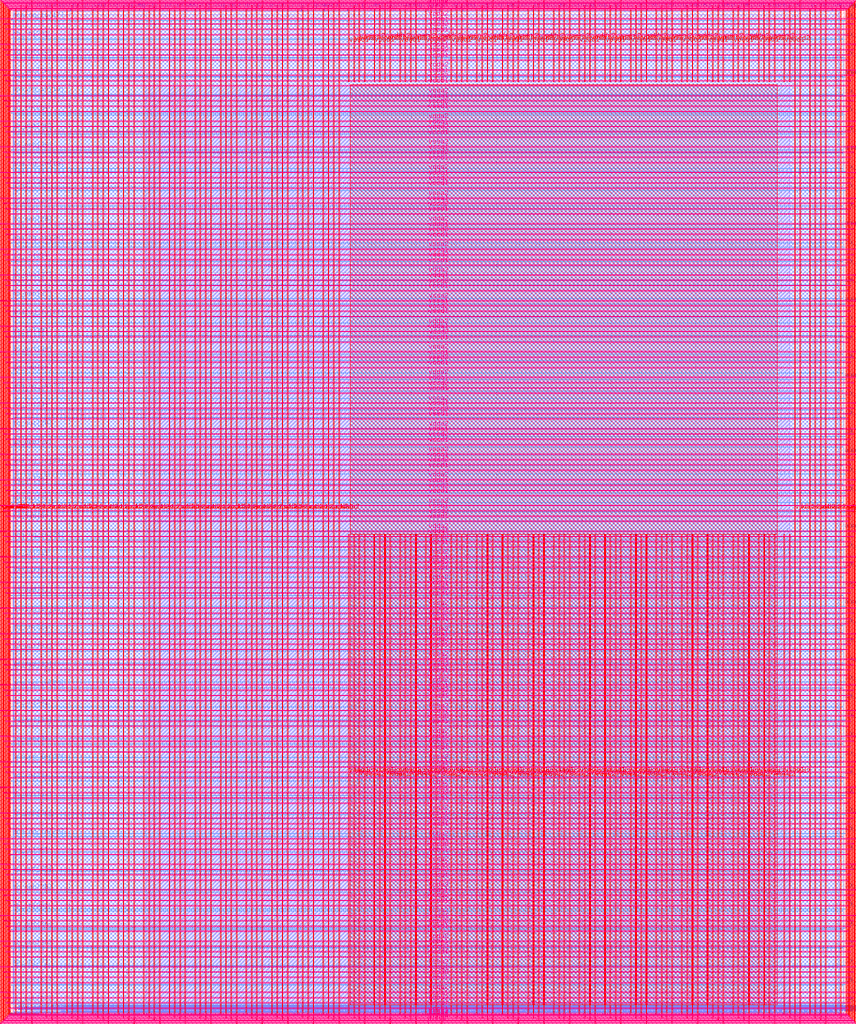
<source format=lef>
VERSION 5.7 ;
  NOWIREEXTENSIONATPIN ON ;
  DIVIDERCHAR "/" ;
  BUSBITCHARS "[]" ;
MACRO user_project_wrapper
  CLASS BLOCK ;
  FOREIGN user_project_wrapper ;
  ORIGIN 0.000 0.000 ;
  SIZE 2920.000 BY 3520.000 ;
  PIN analog_io[0]
    DIRECTION INOUT ;
    USE SIGNAL ;
    PORT
      LAYER met3 ;
        RECT 2917.600 1426.380 2924.800 1427.580 ;
    END
  END analog_io[0]
  PIN analog_io[10]
    DIRECTION INOUT ;
    USE SIGNAL ;
    PORT
      LAYER met2 ;
        RECT 2230.490 3517.600 2231.050 3524.800 ;
    END
  END analog_io[10]
  PIN analog_io[11]
    DIRECTION INOUT ;
    USE SIGNAL ;
    PORT
      LAYER met2 ;
        RECT 1905.730 3517.600 1906.290 3524.800 ;
    END
  END analog_io[11]
  PIN analog_io[12]
    DIRECTION INOUT ;
    USE SIGNAL ;
    PORT
      LAYER met2 ;
        RECT 1581.430 3517.600 1581.990 3524.800 ;
    END
  END analog_io[12]
  PIN analog_io[13]
    DIRECTION INOUT ;
    USE SIGNAL ;
    PORT
      LAYER met2 ;
        RECT 1257.130 3517.600 1257.690 3524.800 ;
    END
  END analog_io[13]
  PIN analog_io[14]
    DIRECTION INOUT ;
    USE SIGNAL ;
    PORT
      LAYER met2 ;
        RECT 932.370 3517.600 932.930 3524.800 ;
    END
  END analog_io[14]
  PIN analog_io[15]
    DIRECTION INOUT ;
    USE SIGNAL ;
    PORT
      LAYER met2 ;
        RECT 608.070 3517.600 608.630 3524.800 ;
    END
  END analog_io[15]
  PIN analog_io[16]
    DIRECTION INOUT ;
    USE SIGNAL ;
    PORT
      LAYER met2 ;
        RECT 283.770 3517.600 284.330 3524.800 ;
    END
  END analog_io[16]
  PIN analog_io[17]
    DIRECTION INOUT ;
    USE SIGNAL ;
    PORT
      LAYER met3 ;
        RECT -4.800 3486.100 2.400 3487.300 ;
    END
  END analog_io[17]
  PIN analog_io[18]
    DIRECTION INOUT ;
    USE SIGNAL ;
    PORT
      LAYER met3 ;
        RECT -4.800 3224.980 2.400 3226.180 ;
    END
  END analog_io[18]
  PIN analog_io[19]
    DIRECTION INOUT ;
    USE SIGNAL ;
    PORT
      LAYER met3 ;
        RECT -4.800 2964.540 2.400 2965.740 ;
    END
  END analog_io[19]
  PIN analog_io[1]
    DIRECTION INOUT ;
    USE SIGNAL ;
    PORT
      LAYER met3 ;
        RECT 2917.600 1692.260 2924.800 1693.460 ;
    END
  END analog_io[1]
  PIN analog_io[20]
    DIRECTION INOUT ;
    USE SIGNAL ;
    PORT
      LAYER met3 ;
        RECT -4.800 2703.420 2.400 2704.620 ;
    END
  END analog_io[20]
  PIN analog_io[21]
    DIRECTION INOUT ;
    USE SIGNAL ;
    PORT
      LAYER met3 ;
        RECT -4.800 2442.980 2.400 2444.180 ;
    END
  END analog_io[21]
  PIN analog_io[22]
    DIRECTION INOUT ;
    USE SIGNAL ;
    PORT
      LAYER met3 ;
        RECT -4.800 2182.540 2.400 2183.740 ;
    END
  END analog_io[22]
  PIN analog_io[23]
    DIRECTION INOUT ;
    USE SIGNAL ;
    PORT
      LAYER met3 ;
        RECT -4.800 1921.420 2.400 1922.620 ;
    END
  END analog_io[23]
  PIN analog_io[24]
    DIRECTION INOUT ;
    USE SIGNAL ;
    PORT
      LAYER met3 ;
        RECT -4.800 1660.980 2.400 1662.180 ;
    END
  END analog_io[24]
  PIN analog_io[25]
    DIRECTION INOUT ;
    USE SIGNAL ;
    PORT
      LAYER met3 ;
        RECT -4.800 1399.860 2.400 1401.060 ;
    END
  END analog_io[25]
  PIN analog_io[26]
    DIRECTION INOUT ;
    USE SIGNAL ;
    PORT
      LAYER met3 ;
        RECT -4.800 1139.420 2.400 1140.620 ;
    END
  END analog_io[26]
  PIN analog_io[27]
    DIRECTION INOUT ;
    USE SIGNAL ;
    PORT
      LAYER met3 ;
        RECT -4.800 878.980 2.400 880.180 ;
    END
  END analog_io[27]
  PIN analog_io[28]
    DIRECTION INOUT ;
    USE SIGNAL ;
    PORT
      LAYER met3 ;
        RECT -4.800 617.860 2.400 619.060 ;
    END
  END analog_io[28]
  PIN analog_io[2]
    DIRECTION INOUT ;
    USE SIGNAL ;
    PORT
      LAYER met3 ;
        RECT 2917.600 1958.140 2924.800 1959.340 ;
    END
  END analog_io[2]
  PIN analog_io[3]
    DIRECTION INOUT ;
    USE SIGNAL ;
    PORT
      LAYER met3 ;
        RECT 2917.600 2223.340 2924.800 2224.540 ;
    END
  END analog_io[3]
  PIN analog_io[4]
    DIRECTION INOUT ;
    USE SIGNAL ;
    PORT
      LAYER met3 ;
        RECT 2917.600 2489.220 2924.800 2490.420 ;
    END
  END analog_io[4]
  PIN analog_io[5]
    DIRECTION INOUT ;
    USE SIGNAL ;
    PORT
      LAYER met3 ;
        RECT 2917.600 2755.100 2924.800 2756.300 ;
    END
  END analog_io[5]
  PIN analog_io[6]
    DIRECTION INOUT ;
    USE SIGNAL ;
    PORT
      LAYER met3 ;
        RECT 2917.600 3020.300 2924.800 3021.500 ;
    END
  END analog_io[6]
  PIN analog_io[7]
    DIRECTION INOUT ;
    USE SIGNAL ;
    PORT
      LAYER met3 ;
        RECT 2917.600 3286.180 2924.800 3287.380 ;
    END
  END analog_io[7]
  PIN analog_io[8]
    DIRECTION INOUT ;
    USE SIGNAL ;
    PORT
      LAYER met2 ;
        RECT 2879.090 3517.600 2879.650 3524.800 ;
    END
  END analog_io[8]
  PIN analog_io[9]
    DIRECTION INOUT ;
    USE SIGNAL ;
    PORT
      LAYER met2 ;
        RECT 2554.790 3517.600 2555.350 3524.800 ;
    END
  END analog_io[9]
  PIN io_in[0]
    DIRECTION INPUT ;
    USE SIGNAL ;
    PORT
      LAYER met3 ;
        RECT 2917.600 32.380 2924.800 33.580 ;
    END
  END io_in[0]
  PIN io_in[10]
    DIRECTION INPUT ;
    USE SIGNAL ;
    PORT
      LAYER met3 ;
        RECT 2917.600 2289.980 2924.800 2291.180 ;
    END
  END io_in[10]
  PIN io_in[11]
    DIRECTION INPUT ;
    USE SIGNAL ;
    PORT
      LAYER met3 ;
        RECT 2917.600 2555.860 2924.800 2557.060 ;
    END
  END io_in[11]
  PIN io_in[12]
    DIRECTION INPUT ;
    USE SIGNAL ;
    PORT
      LAYER met3 ;
        RECT 2917.600 2821.060 2924.800 2822.260 ;
    END
  END io_in[12]
  PIN io_in[13]
    DIRECTION INPUT ;
    USE SIGNAL ;
    PORT
      LAYER met3 ;
        RECT 2917.600 3086.940 2924.800 3088.140 ;
    END
  END io_in[13]
  PIN io_in[14]
    DIRECTION INPUT ;
    USE SIGNAL ;
    PORT
      LAYER met3 ;
        RECT 2917.600 3352.820 2924.800 3354.020 ;
    END
  END io_in[14]
  PIN io_in[15]
    DIRECTION INPUT ;
    USE SIGNAL ;
    PORT
      LAYER met2 ;
        RECT 2798.130 3517.600 2798.690 3524.800 ;
    END
  END io_in[15]
  PIN io_in[16]
    DIRECTION INPUT ;
    USE SIGNAL ;
    PORT
      LAYER met2 ;
        RECT 2473.830 3517.600 2474.390 3524.800 ;
    END
  END io_in[16]
  PIN io_in[17]
    DIRECTION INPUT ;
    USE SIGNAL ;
    PORT
      LAYER met2 ;
        RECT 2149.070 3517.600 2149.630 3524.800 ;
    END
  END io_in[17]
  PIN io_in[18]
    DIRECTION INPUT ;
    USE SIGNAL ;
    PORT
      LAYER met2 ;
        RECT 1824.770 3517.600 1825.330 3524.800 ;
    END
  END io_in[18]
  PIN io_in[19]
    DIRECTION INPUT ;
    USE SIGNAL ;
    PORT
      LAYER met2 ;
        RECT 1500.470 3517.600 1501.030 3524.800 ;
    END
  END io_in[19]
  PIN io_in[1]
    DIRECTION INPUT ;
    USE SIGNAL ;
    PORT
      LAYER met3 ;
        RECT 2917.600 230.940 2924.800 232.140 ;
    END
  END io_in[1]
  PIN io_in[20]
    DIRECTION INPUT ;
    USE SIGNAL ;
    PORT
      LAYER met2 ;
        RECT 1175.710 3517.600 1176.270 3524.800 ;
    END
  END io_in[20]
  PIN io_in[21]
    DIRECTION INPUT ;
    USE SIGNAL ;
    PORT
      LAYER met2 ;
        RECT 851.410 3517.600 851.970 3524.800 ;
    END
  END io_in[21]
  PIN io_in[22]
    DIRECTION INPUT ;
    USE SIGNAL ;
    PORT
      LAYER met2 ;
        RECT 527.110 3517.600 527.670 3524.800 ;
    END
  END io_in[22]
  PIN io_in[23]
    DIRECTION INPUT ;
    USE SIGNAL ;
    PORT
      LAYER met2 ;
        RECT 202.350 3517.600 202.910 3524.800 ;
    END
  END io_in[23]
  PIN io_in[24]
    DIRECTION INPUT ;
    USE SIGNAL ;
    PORT
      LAYER met3 ;
        RECT -4.800 3420.820 2.400 3422.020 ;
    END
  END io_in[24]
  PIN io_in[25]
    DIRECTION INPUT ;
    USE SIGNAL ;
    PORT
      LAYER met3 ;
        RECT -4.800 3159.700 2.400 3160.900 ;
    END
  END io_in[25]
  PIN io_in[26]
    DIRECTION INPUT ;
    USE SIGNAL ;
    PORT
      LAYER met3 ;
        RECT -4.800 2899.260 2.400 2900.460 ;
    END
  END io_in[26]
  PIN io_in[27]
    DIRECTION INPUT ;
    USE SIGNAL ;
    PORT
      LAYER met3 ;
        RECT -4.800 2638.820 2.400 2640.020 ;
    END
  END io_in[27]
  PIN io_in[28]
    DIRECTION INPUT ;
    USE SIGNAL ;
    PORT
      LAYER met3 ;
        RECT -4.800 2377.700 2.400 2378.900 ;
    END
  END io_in[28]
  PIN io_in[29]
    DIRECTION INPUT ;
    USE SIGNAL ;
    PORT
      LAYER met3 ;
        RECT -4.800 2117.260 2.400 2118.460 ;
    END
  END io_in[29]
  PIN io_in[2]
    DIRECTION INPUT ;
    USE SIGNAL ;
    PORT
      LAYER met3 ;
        RECT 2917.600 430.180 2924.800 431.380 ;
    END
  END io_in[2]
  PIN io_in[30]
    DIRECTION INPUT ;
    USE SIGNAL ;
    PORT
      LAYER met3 ;
        RECT -4.800 1856.140 2.400 1857.340 ;
    END
  END io_in[30]
  PIN io_in[31]
    DIRECTION INPUT ;
    USE SIGNAL ;
    PORT
      LAYER met3 ;
        RECT -4.800 1595.700 2.400 1596.900 ;
    END
  END io_in[31]
  PIN io_in[32]
    DIRECTION INPUT ;
    USE SIGNAL ;
    PORT
      LAYER met3 ;
        RECT -4.800 1335.260 2.400 1336.460 ;
    END
  END io_in[32]
  PIN io_in[33]
    DIRECTION INPUT ;
    USE SIGNAL ;
    PORT
      LAYER met3 ;
        RECT -4.800 1074.140 2.400 1075.340 ;
    END
  END io_in[33]
  PIN io_in[34]
    DIRECTION INPUT ;
    USE SIGNAL ;
    PORT
      LAYER met3 ;
        RECT -4.800 813.700 2.400 814.900 ;
    END
  END io_in[34]
  PIN io_in[35]
    DIRECTION INPUT ;
    USE SIGNAL ;
    PORT
      LAYER met3 ;
        RECT -4.800 552.580 2.400 553.780 ;
    END
  END io_in[35]
  PIN io_in[36]
    DIRECTION INPUT ;
    USE SIGNAL ;
    PORT
      LAYER met3 ;
        RECT -4.800 357.420 2.400 358.620 ;
    END
  END io_in[36]
  PIN io_in[37]
    DIRECTION INPUT ;
    USE SIGNAL ;
    PORT
      LAYER met3 ;
        RECT -4.800 161.580 2.400 162.780 ;
    END
  END io_in[37]
  PIN io_in[3]
    DIRECTION INPUT ;
    USE SIGNAL ;
    PORT
      LAYER met3 ;
        RECT 2917.600 629.420 2924.800 630.620 ;
    END
  END io_in[3]
  PIN io_in[4]
    DIRECTION INPUT ;
    USE SIGNAL ;
    PORT
      LAYER met3 ;
        RECT 2917.600 828.660 2924.800 829.860 ;
    END
  END io_in[4]
  PIN io_in[5]
    DIRECTION INPUT ;
    USE SIGNAL ;
    PORT
      LAYER met3 ;
        RECT 2917.600 1027.900 2924.800 1029.100 ;
    END
  END io_in[5]
  PIN io_in[6]
    DIRECTION INPUT ;
    USE SIGNAL ;
    PORT
      LAYER met3 ;
        RECT 2917.600 1227.140 2924.800 1228.340 ;
    END
  END io_in[6]
  PIN io_in[7]
    DIRECTION INPUT ;
    USE SIGNAL ;
    PORT
      LAYER met3 ;
        RECT 2917.600 1493.020 2924.800 1494.220 ;
    END
  END io_in[7]
  PIN io_in[8]
    DIRECTION INPUT ;
    USE SIGNAL ;
    PORT
      LAYER met3 ;
        RECT 2917.600 1758.900 2924.800 1760.100 ;
    END
  END io_in[8]
  PIN io_in[9]
    DIRECTION INPUT ;
    USE SIGNAL ;
    PORT
      LAYER met3 ;
        RECT 2917.600 2024.100 2924.800 2025.300 ;
    END
  END io_in[9]
  PIN io_oeb[0]
    DIRECTION OUTPUT TRISTATE ;
    USE SIGNAL ;
    PORT
      LAYER met3 ;
        RECT 2917.600 164.980 2924.800 166.180 ;
    END
  END io_oeb[0]
  PIN io_oeb[10]
    DIRECTION OUTPUT TRISTATE ;
    USE SIGNAL ;
    PORT
      LAYER met3 ;
        RECT 2917.600 2422.580 2924.800 2423.780 ;
    END
  END io_oeb[10]
  PIN io_oeb[11]
    DIRECTION OUTPUT TRISTATE ;
    USE SIGNAL ;
    PORT
      LAYER met3 ;
        RECT 2917.600 2688.460 2924.800 2689.660 ;
    END
  END io_oeb[11]
  PIN io_oeb[12]
    DIRECTION OUTPUT TRISTATE ;
    USE SIGNAL ;
    PORT
      LAYER met3 ;
        RECT 2917.600 2954.340 2924.800 2955.540 ;
    END
  END io_oeb[12]
  PIN io_oeb[13]
    DIRECTION OUTPUT TRISTATE ;
    USE SIGNAL ;
    PORT
      LAYER met3 ;
        RECT 2917.600 3219.540 2924.800 3220.740 ;
    END
  END io_oeb[13]
  PIN io_oeb[14]
    DIRECTION OUTPUT TRISTATE ;
    USE SIGNAL ;
    PORT
      LAYER met3 ;
        RECT 2917.600 3485.420 2924.800 3486.620 ;
    END
  END io_oeb[14]
  PIN io_oeb[15]
    DIRECTION OUTPUT TRISTATE ;
    USE SIGNAL ;
    PORT
      LAYER met2 ;
        RECT 2635.750 3517.600 2636.310 3524.800 ;
    END
  END io_oeb[15]
  PIN io_oeb[16]
    DIRECTION OUTPUT TRISTATE ;
    USE SIGNAL ;
    PORT
      LAYER met2 ;
        RECT 2311.450 3517.600 2312.010 3524.800 ;
    END
  END io_oeb[16]
  PIN io_oeb[17]
    DIRECTION OUTPUT TRISTATE ;
    USE SIGNAL ;
    PORT
      LAYER met2 ;
        RECT 1987.150 3517.600 1987.710 3524.800 ;
    END
  END io_oeb[17]
  PIN io_oeb[18]
    DIRECTION OUTPUT TRISTATE ;
    USE SIGNAL ;
    PORT
      LAYER met2 ;
        RECT 1662.390 3517.600 1662.950 3524.800 ;
    END
  END io_oeb[18]
  PIN io_oeb[19]
    DIRECTION OUTPUT TRISTATE ;
    USE SIGNAL ;
    PORT
      LAYER met2 ;
        RECT 1338.090 3517.600 1338.650 3524.800 ;
    END
  END io_oeb[19]
  PIN io_oeb[1]
    DIRECTION OUTPUT TRISTATE ;
    USE SIGNAL ;
    PORT
      LAYER met3 ;
        RECT 2917.600 364.220 2924.800 365.420 ;
    END
  END io_oeb[1]
  PIN io_oeb[20]
    DIRECTION OUTPUT TRISTATE ;
    USE SIGNAL ;
    PORT
      LAYER met2 ;
        RECT 1013.790 3517.600 1014.350 3524.800 ;
    END
  END io_oeb[20]
  PIN io_oeb[21]
    DIRECTION OUTPUT TRISTATE ;
    USE SIGNAL ;
    PORT
      LAYER met2 ;
        RECT 689.030 3517.600 689.590 3524.800 ;
    END
  END io_oeb[21]
  PIN io_oeb[22]
    DIRECTION OUTPUT TRISTATE ;
    USE SIGNAL ;
    PORT
      LAYER met2 ;
        RECT 364.730 3517.600 365.290 3524.800 ;
    END
  END io_oeb[22]
  PIN io_oeb[23]
    DIRECTION OUTPUT TRISTATE ;
    USE SIGNAL ;
    PORT
      LAYER met2 ;
        RECT 40.430 3517.600 40.990 3524.800 ;
    END
  END io_oeb[23]
  PIN io_oeb[24]
    DIRECTION OUTPUT TRISTATE ;
    USE SIGNAL ;
    PORT
      LAYER met3 ;
        RECT -4.800 3290.260 2.400 3291.460 ;
    END
  END io_oeb[24]
  PIN io_oeb[25]
    DIRECTION OUTPUT TRISTATE ;
    USE SIGNAL ;
    PORT
      LAYER met3 ;
        RECT -4.800 3029.820 2.400 3031.020 ;
    END
  END io_oeb[25]
  PIN io_oeb[26]
    DIRECTION OUTPUT TRISTATE ;
    USE SIGNAL ;
    PORT
      LAYER met3 ;
        RECT -4.800 2768.700 2.400 2769.900 ;
    END
  END io_oeb[26]
  PIN io_oeb[27]
    DIRECTION OUTPUT TRISTATE ;
    USE SIGNAL ;
    PORT
      LAYER met3 ;
        RECT -4.800 2508.260 2.400 2509.460 ;
    END
  END io_oeb[27]
  PIN io_oeb[28]
    DIRECTION OUTPUT TRISTATE ;
    USE SIGNAL ;
    PORT
      LAYER met3 ;
        RECT -4.800 2247.140 2.400 2248.340 ;
    END
  END io_oeb[28]
  PIN io_oeb[29]
    DIRECTION OUTPUT TRISTATE ;
    USE SIGNAL ;
    PORT
      LAYER met3 ;
        RECT -4.800 1986.700 2.400 1987.900 ;
    END
  END io_oeb[29]
  PIN io_oeb[2]
    DIRECTION OUTPUT TRISTATE ;
    USE SIGNAL ;
    PORT
      LAYER met3 ;
        RECT 2917.600 563.460 2924.800 564.660 ;
    END
  END io_oeb[2]
  PIN io_oeb[30]
    DIRECTION OUTPUT TRISTATE ;
    USE SIGNAL ;
    PORT
      LAYER met3 ;
        RECT -4.800 1726.260 2.400 1727.460 ;
    END
  END io_oeb[30]
  PIN io_oeb[31]
    DIRECTION OUTPUT TRISTATE ;
    USE SIGNAL ;
    PORT
      LAYER met3 ;
        RECT -4.800 1465.140 2.400 1466.340 ;
    END
  END io_oeb[31]
  PIN io_oeb[32]
    DIRECTION OUTPUT TRISTATE ;
    USE SIGNAL ;
    PORT
      LAYER met3 ;
        RECT -4.800 1204.700 2.400 1205.900 ;
    END
  END io_oeb[32]
  PIN io_oeb[33]
    DIRECTION OUTPUT TRISTATE ;
    USE SIGNAL ;
    PORT
      LAYER met3 ;
        RECT -4.800 943.580 2.400 944.780 ;
    END
  END io_oeb[33]
  PIN io_oeb[34]
    DIRECTION OUTPUT TRISTATE ;
    USE SIGNAL ;
    PORT
      LAYER met3 ;
        RECT -4.800 683.140 2.400 684.340 ;
    END
  END io_oeb[34]
  PIN io_oeb[35]
    DIRECTION OUTPUT TRISTATE ;
    USE SIGNAL ;
    PORT
      LAYER met3 ;
        RECT -4.800 422.700 2.400 423.900 ;
    END
  END io_oeb[35]
  PIN io_oeb[36]
    DIRECTION OUTPUT TRISTATE ;
    USE SIGNAL ;
    PORT
      LAYER met3 ;
        RECT -4.800 226.860 2.400 228.060 ;
    END
  END io_oeb[36]
  PIN io_oeb[37]
    DIRECTION OUTPUT TRISTATE ;
    USE SIGNAL ;
    PORT
      LAYER met3 ;
        RECT -4.800 31.700 2.400 32.900 ;
    END
  END io_oeb[37]
  PIN io_oeb[3]
    DIRECTION OUTPUT TRISTATE ;
    USE SIGNAL ;
    PORT
      LAYER met3 ;
        RECT 2917.600 762.700 2924.800 763.900 ;
    END
  END io_oeb[3]
  PIN io_oeb[4]
    DIRECTION OUTPUT TRISTATE ;
    USE SIGNAL ;
    PORT
      LAYER met3 ;
        RECT 2917.600 961.940 2924.800 963.140 ;
    END
  END io_oeb[4]
  PIN io_oeb[5]
    DIRECTION OUTPUT TRISTATE ;
    USE SIGNAL ;
    PORT
      LAYER met3 ;
        RECT 2917.600 1161.180 2924.800 1162.380 ;
    END
  END io_oeb[5]
  PIN io_oeb[6]
    DIRECTION OUTPUT TRISTATE ;
    USE SIGNAL ;
    PORT
      LAYER met3 ;
        RECT 2917.600 1360.420 2924.800 1361.620 ;
    END
  END io_oeb[6]
  PIN io_oeb[7]
    DIRECTION OUTPUT TRISTATE ;
    USE SIGNAL ;
    PORT
      LAYER met3 ;
        RECT 2917.600 1625.620 2924.800 1626.820 ;
    END
  END io_oeb[7]
  PIN io_oeb[8]
    DIRECTION OUTPUT TRISTATE ;
    USE SIGNAL ;
    PORT
      LAYER met3 ;
        RECT 2917.600 1891.500 2924.800 1892.700 ;
    END
  END io_oeb[8]
  PIN io_oeb[9]
    DIRECTION OUTPUT TRISTATE ;
    USE SIGNAL ;
    PORT
      LAYER met3 ;
        RECT 2917.600 2157.380 2924.800 2158.580 ;
    END
  END io_oeb[9]
  PIN io_out[0]
    DIRECTION OUTPUT TRISTATE ;
    USE SIGNAL ;
    PORT
      LAYER met3 ;
        RECT 2917.600 98.340 2924.800 99.540 ;
    END
  END io_out[0]
  PIN io_out[10]
    DIRECTION OUTPUT TRISTATE ;
    USE SIGNAL ;
    PORT
      LAYER met3 ;
        RECT 2917.600 2356.620 2924.800 2357.820 ;
    END
  END io_out[10]
  PIN io_out[11]
    DIRECTION OUTPUT TRISTATE ;
    USE SIGNAL ;
    PORT
      LAYER met3 ;
        RECT 2917.600 2621.820 2924.800 2623.020 ;
    END
  END io_out[11]
  PIN io_out[12]
    DIRECTION OUTPUT TRISTATE ;
    USE SIGNAL ;
    PORT
      LAYER met3 ;
        RECT 2917.600 2887.700 2924.800 2888.900 ;
    END
  END io_out[12]
  PIN io_out[13]
    DIRECTION OUTPUT TRISTATE ;
    USE SIGNAL ;
    PORT
      LAYER met3 ;
        RECT 2917.600 3153.580 2924.800 3154.780 ;
    END
  END io_out[13]
  PIN io_out[14]
    DIRECTION OUTPUT TRISTATE ;
    USE SIGNAL ;
    PORT
      LAYER met3 ;
        RECT 2917.600 3418.780 2924.800 3419.980 ;
    END
  END io_out[14]
  PIN io_out[15]
    DIRECTION OUTPUT TRISTATE ;
    USE SIGNAL ;
    PORT
      LAYER met2 ;
        RECT 2717.170 3517.600 2717.730 3524.800 ;
    END
  END io_out[15]
  PIN io_out[16]
    DIRECTION OUTPUT TRISTATE ;
    USE SIGNAL ;
    PORT
      LAYER met2 ;
        RECT 2392.410 3517.600 2392.970 3524.800 ;
    END
  END io_out[16]
  PIN io_out[17]
    DIRECTION OUTPUT TRISTATE ;
    USE SIGNAL ;
    PORT
      LAYER met2 ;
        RECT 2068.110 3517.600 2068.670 3524.800 ;
    END
  END io_out[17]
  PIN io_out[18]
    DIRECTION OUTPUT TRISTATE ;
    USE SIGNAL ;
    PORT
      LAYER met2 ;
        RECT 1743.810 3517.600 1744.370 3524.800 ;
    END
  END io_out[18]
  PIN io_out[19]
    DIRECTION OUTPUT TRISTATE ;
    USE SIGNAL ;
    PORT
      LAYER met2 ;
        RECT 1419.050 3517.600 1419.610 3524.800 ;
    END
  END io_out[19]
  PIN io_out[1]
    DIRECTION OUTPUT TRISTATE ;
    USE SIGNAL ;
    PORT
      LAYER met3 ;
        RECT 2917.600 297.580 2924.800 298.780 ;
    END
  END io_out[1]
  PIN io_out[20]
    DIRECTION OUTPUT TRISTATE ;
    USE SIGNAL ;
    PORT
      LAYER met2 ;
        RECT 1094.750 3517.600 1095.310 3524.800 ;
    END
  END io_out[20]
  PIN io_out[21]
    DIRECTION OUTPUT TRISTATE ;
    USE SIGNAL ;
    PORT
      LAYER met2 ;
        RECT 770.450 3517.600 771.010 3524.800 ;
    END
  END io_out[21]
  PIN io_out[22]
    DIRECTION OUTPUT TRISTATE ;
    USE SIGNAL ;
    PORT
      LAYER met2 ;
        RECT 445.690 3517.600 446.250 3524.800 ;
    END
  END io_out[22]
  PIN io_out[23]
    DIRECTION OUTPUT TRISTATE ;
    USE SIGNAL ;
    PORT
      LAYER met2 ;
        RECT 121.390 3517.600 121.950 3524.800 ;
    END
  END io_out[23]
  PIN io_out[24]
    DIRECTION OUTPUT TRISTATE ;
    USE SIGNAL ;
    PORT
      LAYER met3 ;
        RECT -4.800 3355.540 2.400 3356.740 ;
    END
  END io_out[24]
  PIN io_out[25]
    DIRECTION OUTPUT TRISTATE ;
    USE SIGNAL ;
    PORT
      LAYER met3 ;
        RECT -4.800 3095.100 2.400 3096.300 ;
    END
  END io_out[25]
  PIN io_out[26]
    DIRECTION OUTPUT TRISTATE ;
    USE SIGNAL ;
    PORT
      LAYER met3 ;
        RECT -4.800 2833.980 2.400 2835.180 ;
    END
  END io_out[26]
  PIN io_out[27]
    DIRECTION OUTPUT TRISTATE ;
    USE SIGNAL ;
    PORT
      LAYER met3 ;
        RECT -4.800 2573.540 2.400 2574.740 ;
    END
  END io_out[27]
  PIN io_out[28]
    DIRECTION OUTPUT TRISTATE ;
    USE SIGNAL ;
    PORT
      LAYER met3 ;
        RECT -4.800 2312.420 2.400 2313.620 ;
    END
  END io_out[28]
  PIN io_out[29]
    DIRECTION OUTPUT TRISTATE ;
    USE SIGNAL ;
    PORT
      LAYER met3 ;
        RECT -4.800 2051.980 2.400 2053.180 ;
    END
  END io_out[29]
  PIN io_out[2]
    DIRECTION OUTPUT TRISTATE ;
    USE SIGNAL ;
    PORT
      LAYER met3 ;
        RECT 2917.600 496.820 2924.800 498.020 ;
    END
  END io_out[2]
  PIN io_out[30]
    DIRECTION OUTPUT TRISTATE ;
    USE SIGNAL ;
    PORT
      LAYER met3 ;
        RECT -4.800 1791.540 2.400 1792.740 ;
    END
  END io_out[30]
  PIN io_out[31]
    DIRECTION OUTPUT TRISTATE ;
    USE SIGNAL ;
    PORT
      LAYER met3 ;
        RECT -4.800 1530.420 2.400 1531.620 ;
    END
  END io_out[31]
  PIN io_out[32]
    DIRECTION OUTPUT TRISTATE ;
    USE SIGNAL ;
    PORT
      LAYER met3 ;
        RECT -4.800 1269.980 2.400 1271.180 ;
    END
  END io_out[32]
  PIN io_out[33]
    DIRECTION OUTPUT TRISTATE ;
    USE SIGNAL ;
    PORT
      LAYER met3 ;
        RECT -4.800 1008.860 2.400 1010.060 ;
    END
  END io_out[33]
  PIN io_out[34]
    DIRECTION OUTPUT TRISTATE ;
    USE SIGNAL ;
    PORT
      LAYER met3 ;
        RECT -4.800 748.420 2.400 749.620 ;
    END
  END io_out[34]
  PIN io_out[35]
    DIRECTION OUTPUT TRISTATE ;
    USE SIGNAL ;
    PORT
      LAYER met3 ;
        RECT -4.800 487.300 2.400 488.500 ;
    END
  END io_out[35]
  PIN io_out[36]
    DIRECTION OUTPUT TRISTATE ;
    USE SIGNAL ;
    PORT
      LAYER met3 ;
        RECT -4.800 292.140 2.400 293.340 ;
    END
  END io_out[36]
  PIN io_out[37]
    DIRECTION OUTPUT TRISTATE ;
    USE SIGNAL ;
    PORT
      LAYER met3 ;
        RECT -4.800 96.300 2.400 97.500 ;
    END
  END io_out[37]
  PIN io_out[3]
    DIRECTION OUTPUT TRISTATE ;
    USE SIGNAL ;
    PORT
      LAYER met3 ;
        RECT 2917.600 696.060 2924.800 697.260 ;
    END
  END io_out[3]
  PIN io_out[4]
    DIRECTION OUTPUT TRISTATE ;
    USE SIGNAL ;
    PORT
      LAYER met3 ;
        RECT 2917.600 895.300 2924.800 896.500 ;
    END
  END io_out[4]
  PIN io_out[5]
    DIRECTION OUTPUT TRISTATE ;
    USE SIGNAL ;
    PORT
      LAYER met3 ;
        RECT 2917.600 1094.540 2924.800 1095.740 ;
    END
  END io_out[5]
  PIN io_out[6]
    DIRECTION OUTPUT TRISTATE ;
    USE SIGNAL ;
    PORT
      LAYER met3 ;
        RECT 2917.600 1293.780 2924.800 1294.980 ;
    END
  END io_out[6]
  PIN io_out[7]
    DIRECTION OUTPUT TRISTATE ;
    USE SIGNAL ;
    PORT
      LAYER met3 ;
        RECT 2917.600 1559.660 2924.800 1560.860 ;
    END
  END io_out[7]
  PIN io_out[8]
    DIRECTION OUTPUT TRISTATE ;
    USE SIGNAL ;
    PORT
      LAYER met3 ;
        RECT 2917.600 1824.860 2924.800 1826.060 ;
    END
  END io_out[8]
  PIN io_out[9]
    DIRECTION OUTPUT TRISTATE ;
    USE SIGNAL ;
    PORT
      LAYER met3 ;
        RECT 2917.600 2090.740 2924.800 2091.940 ;
    END
  END io_out[9]
  PIN la_data_in[0]
    DIRECTION INPUT ;
    USE SIGNAL ;
    PORT
      LAYER met2 ;
        RECT 629.230 -4.800 629.790 2.400 ;
    END
  END la_data_in[0]
  PIN la_data_in[100]
    DIRECTION INPUT ;
    USE SIGNAL ;
    PORT
      LAYER met2 ;
        RECT 2402.530 -4.800 2403.090 2.400 ;
    END
  END la_data_in[100]
  PIN la_data_in[101]
    DIRECTION INPUT ;
    USE SIGNAL ;
    PORT
      LAYER met2 ;
        RECT 2420.010 -4.800 2420.570 2.400 ;
    END
  END la_data_in[101]
  PIN la_data_in[102]
    DIRECTION INPUT ;
    USE SIGNAL ;
    PORT
      LAYER met2 ;
        RECT 2437.950 -4.800 2438.510 2.400 ;
    END
  END la_data_in[102]
  PIN la_data_in[103]
    DIRECTION INPUT ;
    USE SIGNAL ;
    PORT
      LAYER met2 ;
        RECT 2455.430 -4.800 2455.990 2.400 ;
    END
  END la_data_in[103]
  PIN la_data_in[104]
    DIRECTION INPUT ;
    USE SIGNAL ;
    PORT
      LAYER met2 ;
        RECT 2473.370 -4.800 2473.930 2.400 ;
    END
  END la_data_in[104]
  PIN la_data_in[105]
    DIRECTION INPUT ;
    USE SIGNAL ;
    PORT
      LAYER met2 ;
        RECT 2490.850 -4.800 2491.410 2.400 ;
    END
  END la_data_in[105]
  PIN la_data_in[106]
    DIRECTION INPUT ;
    USE SIGNAL ;
    PORT
      LAYER met2 ;
        RECT 2508.790 -4.800 2509.350 2.400 ;
    END
  END la_data_in[106]
  PIN la_data_in[107]
    DIRECTION INPUT ;
    USE SIGNAL ;
    PORT
      LAYER met2 ;
        RECT 2526.730 -4.800 2527.290 2.400 ;
    END
  END la_data_in[107]
  PIN la_data_in[108]
    DIRECTION INPUT ;
    USE SIGNAL ;
    PORT
      LAYER met2 ;
        RECT 2544.210 -4.800 2544.770 2.400 ;
    END
  END la_data_in[108]
  PIN la_data_in[109]
    DIRECTION INPUT ;
    USE SIGNAL ;
    PORT
      LAYER met2 ;
        RECT 2562.150 -4.800 2562.710 2.400 ;
    END
  END la_data_in[109]
  PIN la_data_in[10]
    DIRECTION INPUT ;
    USE SIGNAL ;
    PORT
      LAYER met2 ;
        RECT 806.330 -4.800 806.890 2.400 ;
    END
  END la_data_in[10]
  PIN la_data_in[110]
    DIRECTION INPUT ;
    USE SIGNAL ;
    PORT
      LAYER met2 ;
        RECT 2579.630 -4.800 2580.190 2.400 ;
    END
  END la_data_in[110]
  PIN la_data_in[111]
    DIRECTION INPUT ;
    USE SIGNAL ;
    PORT
      LAYER met2 ;
        RECT 2597.570 -4.800 2598.130 2.400 ;
    END
  END la_data_in[111]
  PIN la_data_in[112]
    DIRECTION INPUT ;
    USE SIGNAL ;
    PORT
      LAYER met2 ;
        RECT 2615.050 -4.800 2615.610 2.400 ;
    END
  END la_data_in[112]
  PIN la_data_in[113]
    DIRECTION INPUT ;
    USE SIGNAL ;
    PORT
      LAYER met2 ;
        RECT 2632.990 -4.800 2633.550 2.400 ;
    END
  END la_data_in[113]
  PIN la_data_in[114]
    DIRECTION INPUT ;
    USE SIGNAL ;
    PORT
      LAYER met2 ;
        RECT 2650.470 -4.800 2651.030 2.400 ;
    END
  END la_data_in[114]
  PIN la_data_in[115]
    DIRECTION INPUT ;
    USE SIGNAL ;
    PORT
      LAYER met2 ;
        RECT 2668.410 -4.800 2668.970 2.400 ;
    END
  END la_data_in[115]
  PIN la_data_in[116]
    DIRECTION INPUT ;
    USE SIGNAL ;
    PORT
      LAYER met2 ;
        RECT 2685.890 -4.800 2686.450 2.400 ;
    END
  END la_data_in[116]
  PIN la_data_in[117]
    DIRECTION INPUT ;
    USE SIGNAL ;
    PORT
      LAYER met2 ;
        RECT 2703.830 -4.800 2704.390 2.400 ;
    END
  END la_data_in[117]
  PIN la_data_in[118]
    DIRECTION INPUT ;
    USE SIGNAL ;
    PORT
      LAYER met2 ;
        RECT 2721.770 -4.800 2722.330 2.400 ;
    END
  END la_data_in[118]
  PIN la_data_in[119]
    DIRECTION INPUT ;
    USE SIGNAL ;
    PORT
      LAYER met2 ;
        RECT 2739.250 -4.800 2739.810 2.400 ;
    END
  END la_data_in[119]
  PIN la_data_in[11]
    DIRECTION INPUT ;
    USE SIGNAL ;
    PORT
      LAYER met2 ;
        RECT 824.270 -4.800 824.830 2.400 ;
    END
  END la_data_in[11]
  PIN la_data_in[120]
    DIRECTION INPUT ;
    USE SIGNAL ;
    PORT
      LAYER met2 ;
        RECT 2757.190 -4.800 2757.750 2.400 ;
    END
  END la_data_in[120]
  PIN la_data_in[121]
    DIRECTION INPUT ;
    USE SIGNAL ;
    PORT
      LAYER met2 ;
        RECT 2774.670 -4.800 2775.230 2.400 ;
    END
  END la_data_in[121]
  PIN la_data_in[122]
    DIRECTION INPUT ;
    USE SIGNAL ;
    PORT
      LAYER met2 ;
        RECT 2792.610 -4.800 2793.170 2.400 ;
    END
  END la_data_in[122]
  PIN la_data_in[123]
    DIRECTION INPUT ;
    USE SIGNAL ;
    PORT
      LAYER met2 ;
        RECT 2810.090 -4.800 2810.650 2.400 ;
    END
  END la_data_in[123]
  PIN la_data_in[124]
    DIRECTION INPUT ;
    USE SIGNAL ;
    PORT
      LAYER met2 ;
        RECT 2828.030 -4.800 2828.590 2.400 ;
    END
  END la_data_in[124]
  PIN la_data_in[125]
    DIRECTION INPUT ;
    USE SIGNAL ;
    PORT
      LAYER met2 ;
        RECT 2845.510 -4.800 2846.070 2.400 ;
    END
  END la_data_in[125]
  PIN la_data_in[126]
    DIRECTION INPUT ;
    USE SIGNAL ;
    PORT
      LAYER met2 ;
        RECT 2863.450 -4.800 2864.010 2.400 ;
    END
  END la_data_in[126]
  PIN la_data_in[127]
    DIRECTION INPUT ;
    USE SIGNAL ;
    PORT
      LAYER met2 ;
        RECT 2881.390 -4.800 2881.950 2.400 ;
    END
  END la_data_in[127]
  PIN la_data_in[12]
    DIRECTION INPUT ;
    USE SIGNAL ;
    PORT
      LAYER met2 ;
        RECT 841.750 -4.800 842.310 2.400 ;
    END
  END la_data_in[12]
  PIN la_data_in[13]
    DIRECTION INPUT ;
    USE SIGNAL ;
    PORT
      LAYER met2 ;
        RECT 859.690 -4.800 860.250 2.400 ;
    END
  END la_data_in[13]
  PIN la_data_in[14]
    DIRECTION INPUT ;
    USE SIGNAL ;
    PORT
      LAYER met2 ;
        RECT 877.170 -4.800 877.730 2.400 ;
    END
  END la_data_in[14]
  PIN la_data_in[15]
    DIRECTION INPUT ;
    USE SIGNAL ;
    PORT
      LAYER met2 ;
        RECT 895.110 -4.800 895.670 2.400 ;
    END
  END la_data_in[15]
  PIN la_data_in[16]
    DIRECTION INPUT ;
    USE SIGNAL ;
    PORT
      LAYER met2 ;
        RECT 912.590 -4.800 913.150 2.400 ;
    END
  END la_data_in[16]
  PIN la_data_in[17]
    DIRECTION INPUT ;
    USE SIGNAL ;
    PORT
      LAYER met2 ;
        RECT 930.530 -4.800 931.090 2.400 ;
    END
  END la_data_in[17]
  PIN la_data_in[18]
    DIRECTION INPUT ;
    USE SIGNAL ;
    PORT
      LAYER met2 ;
        RECT 948.470 -4.800 949.030 2.400 ;
    END
  END la_data_in[18]
  PIN la_data_in[19]
    DIRECTION INPUT ;
    USE SIGNAL ;
    PORT
      LAYER met2 ;
        RECT 965.950 -4.800 966.510 2.400 ;
    END
  END la_data_in[19]
  PIN la_data_in[1]
    DIRECTION INPUT ;
    USE SIGNAL ;
    PORT
      LAYER met2 ;
        RECT 646.710 -4.800 647.270 2.400 ;
    END
  END la_data_in[1]
  PIN la_data_in[20]
    DIRECTION INPUT ;
    USE SIGNAL ;
    PORT
      LAYER met2 ;
        RECT 983.890 -4.800 984.450 2.400 ;
    END
  END la_data_in[20]
  PIN la_data_in[21]
    DIRECTION INPUT ;
    USE SIGNAL ;
    PORT
      LAYER met2 ;
        RECT 1001.370 -4.800 1001.930 2.400 ;
    END
  END la_data_in[21]
  PIN la_data_in[22]
    DIRECTION INPUT ;
    USE SIGNAL ;
    PORT
      LAYER met2 ;
        RECT 1019.310 -4.800 1019.870 2.400 ;
    END
  END la_data_in[22]
  PIN la_data_in[23]
    DIRECTION INPUT ;
    USE SIGNAL ;
    PORT
      LAYER met2 ;
        RECT 1036.790 -4.800 1037.350 2.400 ;
    END
  END la_data_in[23]
  PIN la_data_in[24]
    DIRECTION INPUT ;
    USE SIGNAL ;
    PORT
      LAYER met2 ;
        RECT 1054.730 -4.800 1055.290 2.400 ;
    END
  END la_data_in[24]
  PIN la_data_in[25]
    DIRECTION INPUT ;
    USE SIGNAL ;
    PORT
      LAYER met2 ;
        RECT 1072.210 -4.800 1072.770 2.400 ;
    END
  END la_data_in[25]
  PIN la_data_in[26]
    DIRECTION INPUT ;
    USE SIGNAL ;
    PORT
      LAYER met2 ;
        RECT 1090.150 -4.800 1090.710 2.400 ;
    END
  END la_data_in[26]
  PIN la_data_in[27]
    DIRECTION INPUT ;
    USE SIGNAL ;
    PORT
      LAYER met2 ;
        RECT 1107.630 -4.800 1108.190 2.400 ;
    END
  END la_data_in[27]
  PIN la_data_in[28]
    DIRECTION INPUT ;
    USE SIGNAL ;
    PORT
      LAYER met2 ;
        RECT 1125.570 -4.800 1126.130 2.400 ;
    END
  END la_data_in[28]
  PIN la_data_in[29]
    DIRECTION INPUT ;
    USE SIGNAL ;
    PORT
      LAYER met2 ;
        RECT 1143.510 -4.800 1144.070 2.400 ;
    END
  END la_data_in[29]
  PIN la_data_in[2]
    DIRECTION INPUT ;
    USE SIGNAL ;
    PORT
      LAYER met2 ;
        RECT 664.650 -4.800 665.210 2.400 ;
    END
  END la_data_in[2]
  PIN la_data_in[30]
    DIRECTION INPUT ;
    USE SIGNAL ;
    PORT
      LAYER met2 ;
        RECT 1160.990 -4.800 1161.550 2.400 ;
    END
  END la_data_in[30]
  PIN la_data_in[31]
    DIRECTION INPUT ;
    USE SIGNAL ;
    PORT
      LAYER met2 ;
        RECT 1178.930 -4.800 1179.490 2.400 ;
    END
  END la_data_in[31]
  PIN la_data_in[32]
    DIRECTION INPUT ;
    USE SIGNAL ;
    PORT
      LAYER met2 ;
        RECT 1196.410 -4.800 1196.970 2.400 ;
    END
  END la_data_in[32]
  PIN la_data_in[33]
    DIRECTION INPUT ;
    USE SIGNAL ;
    PORT
      LAYER met2 ;
        RECT 1214.350 -4.800 1214.910 2.400 ;
    END
  END la_data_in[33]
  PIN la_data_in[34]
    DIRECTION INPUT ;
    USE SIGNAL ;
    PORT
      LAYER met2 ;
        RECT 1231.830 -4.800 1232.390 2.400 ;
    END
  END la_data_in[34]
  PIN la_data_in[35]
    DIRECTION INPUT ;
    USE SIGNAL ;
    PORT
      LAYER met2 ;
        RECT 1249.770 -4.800 1250.330 2.400 ;
    END
  END la_data_in[35]
  PIN la_data_in[36]
    DIRECTION INPUT ;
    USE SIGNAL ;
    PORT
      LAYER met2 ;
        RECT 1267.250 -4.800 1267.810 2.400 ;
    END
  END la_data_in[36]
  PIN la_data_in[37]
    DIRECTION INPUT ;
    USE SIGNAL ;
    PORT
      LAYER met2 ;
        RECT 1285.190 -4.800 1285.750 2.400 ;
    END
  END la_data_in[37]
  PIN la_data_in[38]
    DIRECTION INPUT ;
    USE SIGNAL ;
    PORT
      LAYER met2 ;
        RECT 1303.130 -4.800 1303.690 2.400 ;
    END
  END la_data_in[38]
  PIN la_data_in[39]
    DIRECTION INPUT ;
    USE SIGNAL ;
    PORT
      LAYER met2 ;
        RECT 1320.610 -4.800 1321.170 2.400 ;
    END
  END la_data_in[39]
  PIN la_data_in[3]
    DIRECTION INPUT ;
    USE SIGNAL ;
    PORT
      LAYER met2 ;
        RECT 682.130 -4.800 682.690 2.400 ;
    END
  END la_data_in[3]
  PIN la_data_in[40]
    DIRECTION INPUT ;
    USE SIGNAL ;
    PORT
      LAYER met2 ;
        RECT 1338.550 -4.800 1339.110 2.400 ;
    END
  END la_data_in[40]
  PIN la_data_in[41]
    DIRECTION INPUT ;
    USE SIGNAL ;
    PORT
      LAYER met2 ;
        RECT 1356.030 -4.800 1356.590 2.400 ;
    END
  END la_data_in[41]
  PIN la_data_in[42]
    DIRECTION INPUT ;
    USE SIGNAL ;
    PORT
      LAYER met2 ;
        RECT 1373.970 -4.800 1374.530 2.400 ;
    END
  END la_data_in[42]
  PIN la_data_in[43]
    DIRECTION INPUT ;
    USE SIGNAL ;
    PORT
      LAYER met2 ;
        RECT 1391.450 -4.800 1392.010 2.400 ;
    END
  END la_data_in[43]
  PIN la_data_in[44]
    DIRECTION INPUT ;
    USE SIGNAL ;
    PORT
      LAYER met2 ;
        RECT 1409.390 -4.800 1409.950 2.400 ;
    END
  END la_data_in[44]
  PIN la_data_in[45]
    DIRECTION INPUT ;
    USE SIGNAL ;
    PORT
      LAYER met2 ;
        RECT 1426.870 -4.800 1427.430 2.400 ;
    END
  END la_data_in[45]
  PIN la_data_in[46]
    DIRECTION INPUT ;
    USE SIGNAL ;
    PORT
      LAYER met2 ;
        RECT 1444.810 -4.800 1445.370 2.400 ;
    END
  END la_data_in[46]
  PIN la_data_in[47]
    DIRECTION INPUT ;
    USE SIGNAL ;
    PORT
      LAYER met2 ;
        RECT 1462.750 -4.800 1463.310 2.400 ;
    END
  END la_data_in[47]
  PIN la_data_in[48]
    DIRECTION INPUT ;
    USE SIGNAL ;
    PORT
      LAYER met2 ;
        RECT 1480.230 -4.800 1480.790 2.400 ;
    END
  END la_data_in[48]
  PIN la_data_in[49]
    DIRECTION INPUT ;
    USE SIGNAL ;
    PORT
      LAYER met2 ;
        RECT 1498.170 -4.800 1498.730 2.400 ;
    END
  END la_data_in[49]
  PIN la_data_in[4]
    DIRECTION INPUT ;
    USE SIGNAL ;
    PORT
      LAYER met2 ;
        RECT 700.070 -4.800 700.630 2.400 ;
    END
  END la_data_in[4]
  PIN la_data_in[50]
    DIRECTION INPUT ;
    USE SIGNAL ;
    PORT
      LAYER met2 ;
        RECT 1515.650 -4.800 1516.210 2.400 ;
    END
  END la_data_in[50]
  PIN la_data_in[51]
    DIRECTION INPUT ;
    USE SIGNAL ;
    PORT
      LAYER met2 ;
        RECT 1533.590 -4.800 1534.150 2.400 ;
    END
  END la_data_in[51]
  PIN la_data_in[52]
    DIRECTION INPUT ;
    USE SIGNAL ;
    PORT
      LAYER met2 ;
        RECT 1551.070 -4.800 1551.630 2.400 ;
    END
  END la_data_in[52]
  PIN la_data_in[53]
    DIRECTION INPUT ;
    USE SIGNAL ;
    PORT
      LAYER met2 ;
        RECT 1569.010 -4.800 1569.570 2.400 ;
    END
  END la_data_in[53]
  PIN la_data_in[54]
    DIRECTION INPUT ;
    USE SIGNAL ;
    PORT
      LAYER met2 ;
        RECT 1586.490 -4.800 1587.050 2.400 ;
    END
  END la_data_in[54]
  PIN la_data_in[55]
    DIRECTION INPUT ;
    USE SIGNAL ;
    PORT
      LAYER met2 ;
        RECT 1604.430 -4.800 1604.990 2.400 ;
    END
  END la_data_in[55]
  PIN la_data_in[56]
    DIRECTION INPUT ;
    USE SIGNAL ;
    PORT
      LAYER met2 ;
        RECT 1621.910 -4.800 1622.470 2.400 ;
    END
  END la_data_in[56]
  PIN la_data_in[57]
    DIRECTION INPUT ;
    USE SIGNAL ;
    PORT
      LAYER met2 ;
        RECT 1639.850 -4.800 1640.410 2.400 ;
    END
  END la_data_in[57]
  PIN la_data_in[58]
    DIRECTION INPUT ;
    USE SIGNAL ;
    PORT
      LAYER met2 ;
        RECT 1657.790 -4.800 1658.350 2.400 ;
    END
  END la_data_in[58]
  PIN la_data_in[59]
    DIRECTION INPUT ;
    USE SIGNAL ;
    PORT
      LAYER met2 ;
        RECT 1675.270 -4.800 1675.830 2.400 ;
    END
  END la_data_in[59]
  PIN la_data_in[5]
    DIRECTION INPUT ;
    USE SIGNAL ;
    PORT
      LAYER met2 ;
        RECT 717.550 -4.800 718.110 2.400 ;
    END
  END la_data_in[5]
  PIN la_data_in[60]
    DIRECTION INPUT ;
    USE SIGNAL ;
    PORT
      LAYER met2 ;
        RECT 1693.210 -4.800 1693.770 2.400 ;
    END
  END la_data_in[60]
  PIN la_data_in[61]
    DIRECTION INPUT ;
    USE SIGNAL ;
    PORT
      LAYER met2 ;
        RECT 1710.690 -4.800 1711.250 2.400 ;
    END
  END la_data_in[61]
  PIN la_data_in[62]
    DIRECTION INPUT ;
    USE SIGNAL ;
    PORT
      LAYER met2 ;
        RECT 1728.630 -4.800 1729.190 2.400 ;
    END
  END la_data_in[62]
  PIN la_data_in[63]
    DIRECTION INPUT ;
    USE SIGNAL ;
    PORT
      LAYER met2 ;
        RECT 1746.110 -4.800 1746.670 2.400 ;
    END
  END la_data_in[63]
  PIN la_data_in[64]
    DIRECTION INPUT ;
    USE SIGNAL ;
    PORT
      LAYER met2 ;
        RECT 1764.050 -4.800 1764.610 2.400 ;
    END
  END la_data_in[64]
  PIN la_data_in[65]
    DIRECTION INPUT ;
    USE SIGNAL ;
    PORT
      LAYER met2 ;
        RECT 1781.530 -4.800 1782.090 2.400 ;
    END
  END la_data_in[65]
  PIN la_data_in[66]
    DIRECTION INPUT ;
    USE SIGNAL ;
    PORT
      LAYER met2 ;
        RECT 1799.470 -4.800 1800.030 2.400 ;
    END
  END la_data_in[66]
  PIN la_data_in[67]
    DIRECTION INPUT ;
    USE SIGNAL ;
    PORT
      LAYER met2 ;
        RECT 1817.410 -4.800 1817.970 2.400 ;
    END
  END la_data_in[67]
  PIN la_data_in[68]
    DIRECTION INPUT ;
    USE SIGNAL ;
    PORT
      LAYER met2 ;
        RECT 1834.890 -4.800 1835.450 2.400 ;
    END
  END la_data_in[68]
  PIN la_data_in[69]
    DIRECTION INPUT ;
    USE SIGNAL ;
    PORT
      LAYER met2 ;
        RECT 1852.830 -4.800 1853.390 2.400 ;
    END
  END la_data_in[69]
  PIN la_data_in[6]
    DIRECTION INPUT ;
    USE SIGNAL ;
    PORT
      LAYER met2 ;
        RECT 735.490 -4.800 736.050 2.400 ;
    END
  END la_data_in[6]
  PIN la_data_in[70]
    DIRECTION INPUT ;
    USE SIGNAL ;
    PORT
      LAYER met2 ;
        RECT 1870.310 -4.800 1870.870 2.400 ;
    END
  END la_data_in[70]
  PIN la_data_in[71]
    DIRECTION INPUT ;
    USE SIGNAL ;
    PORT
      LAYER met2 ;
        RECT 1888.250 -4.800 1888.810 2.400 ;
    END
  END la_data_in[71]
  PIN la_data_in[72]
    DIRECTION INPUT ;
    USE SIGNAL ;
    PORT
      LAYER met2 ;
        RECT 1905.730 -4.800 1906.290 2.400 ;
    END
  END la_data_in[72]
  PIN la_data_in[73]
    DIRECTION INPUT ;
    USE SIGNAL ;
    PORT
      LAYER met2 ;
        RECT 1923.670 -4.800 1924.230 2.400 ;
    END
  END la_data_in[73]
  PIN la_data_in[74]
    DIRECTION INPUT ;
    USE SIGNAL ;
    PORT
      LAYER met2 ;
        RECT 1941.150 -4.800 1941.710 2.400 ;
    END
  END la_data_in[74]
  PIN la_data_in[75]
    DIRECTION INPUT ;
    USE SIGNAL ;
    PORT
      LAYER met2 ;
        RECT 1959.090 -4.800 1959.650 2.400 ;
    END
  END la_data_in[75]
  PIN la_data_in[76]
    DIRECTION INPUT ;
    USE SIGNAL ;
    PORT
      LAYER met2 ;
        RECT 1976.570 -4.800 1977.130 2.400 ;
    END
  END la_data_in[76]
  PIN la_data_in[77]
    DIRECTION INPUT ;
    USE SIGNAL ;
    PORT
      LAYER met2 ;
        RECT 1994.510 -4.800 1995.070 2.400 ;
    END
  END la_data_in[77]
  PIN la_data_in[78]
    DIRECTION INPUT ;
    USE SIGNAL ;
    PORT
      LAYER met2 ;
        RECT 2012.450 -4.800 2013.010 2.400 ;
    END
  END la_data_in[78]
  PIN la_data_in[79]
    DIRECTION INPUT ;
    USE SIGNAL ;
    PORT
      LAYER met2 ;
        RECT 2029.930 -4.800 2030.490 2.400 ;
    END
  END la_data_in[79]
  PIN la_data_in[7]
    DIRECTION INPUT ;
    USE SIGNAL ;
    PORT
      LAYER met2 ;
        RECT 752.970 -4.800 753.530 2.400 ;
    END
  END la_data_in[7]
  PIN la_data_in[80]
    DIRECTION INPUT ;
    USE SIGNAL ;
    PORT
      LAYER met2 ;
        RECT 2047.870 -4.800 2048.430 2.400 ;
    END
  END la_data_in[80]
  PIN la_data_in[81]
    DIRECTION INPUT ;
    USE SIGNAL ;
    PORT
      LAYER met2 ;
        RECT 2065.350 -4.800 2065.910 2.400 ;
    END
  END la_data_in[81]
  PIN la_data_in[82]
    DIRECTION INPUT ;
    USE SIGNAL ;
    PORT
      LAYER met2 ;
        RECT 2083.290 -4.800 2083.850 2.400 ;
    END
  END la_data_in[82]
  PIN la_data_in[83]
    DIRECTION INPUT ;
    USE SIGNAL ;
    PORT
      LAYER met2 ;
        RECT 2100.770 -4.800 2101.330 2.400 ;
    END
  END la_data_in[83]
  PIN la_data_in[84]
    DIRECTION INPUT ;
    USE SIGNAL ;
    PORT
      LAYER met2 ;
        RECT 2118.710 -4.800 2119.270 2.400 ;
    END
  END la_data_in[84]
  PIN la_data_in[85]
    DIRECTION INPUT ;
    USE SIGNAL ;
    PORT
      LAYER met2 ;
        RECT 2136.190 -4.800 2136.750 2.400 ;
    END
  END la_data_in[85]
  PIN la_data_in[86]
    DIRECTION INPUT ;
    USE SIGNAL ;
    PORT
      LAYER met2 ;
        RECT 2154.130 -4.800 2154.690 2.400 ;
    END
  END la_data_in[86]
  PIN la_data_in[87]
    DIRECTION INPUT ;
    USE SIGNAL ;
    PORT
      LAYER met2 ;
        RECT 2172.070 -4.800 2172.630 2.400 ;
    END
  END la_data_in[87]
  PIN la_data_in[88]
    DIRECTION INPUT ;
    USE SIGNAL ;
    PORT
      LAYER met2 ;
        RECT 2189.550 -4.800 2190.110 2.400 ;
    END
  END la_data_in[88]
  PIN la_data_in[89]
    DIRECTION INPUT ;
    USE SIGNAL ;
    PORT
      LAYER met2 ;
        RECT 2207.490 -4.800 2208.050 2.400 ;
    END
  END la_data_in[89]
  PIN la_data_in[8]
    DIRECTION INPUT ;
    USE SIGNAL ;
    PORT
      LAYER met2 ;
        RECT 770.910 -4.800 771.470 2.400 ;
    END
  END la_data_in[8]
  PIN la_data_in[90]
    DIRECTION INPUT ;
    USE SIGNAL ;
    PORT
      LAYER met2 ;
        RECT 2224.970 -4.800 2225.530 2.400 ;
    END
  END la_data_in[90]
  PIN la_data_in[91]
    DIRECTION INPUT ;
    USE SIGNAL ;
    PORT
      LAYER met2 ;
        RECT 2242.910 -4.800 2243.470 2.400 ;
    END
  END la_data_in[91]
  PIN la_data_in[92]
    DIRECTION INPUT ;
    USE SIGNAL ;
    PORT
      LAYER met2 ;
        RECT 2260.390 -4.800 2260.950 2.400 ;
    END
  END la_data_in[92]
  PIN la_data_in[93]
    DIRECTION INPUT ;
    USE SIGNAL ;
    PORT
      LAYER met2 ;
        RECT 2278.330 -4.800 2278.890 2.400 ;
    END
  END la_data_in[93]
  PIN la_data_in[94]
    DIRECTION INPUT ;
    USE SIGNAL ;
    PORT
      LAYER met2 ;
        RECT 2295.810 -4.800 2296.370 2.400 ;
    END
  END la_data_in[94]
  PIN la_data_in[95]
    DIRECTION INPUT ;
    USE SIGNAL ;
    PORT
      LAYER met2 ;
        RECT 2313.750 -4.800 2314.310 2.400 ;
    END
  END la_data_in[95]
  PIN la_data_in[96]
    DIRECTION INPUT ;
    USE SIGNAL ;
    PORT
      LAYER met2 ;
        RECT 2331.230 -4.800 2331.790 2.400 ;
    END
  END la_data_in[96]
  PIN la_data_in[97]
    DIRECTION INPUT ;
    USE SIGNAL ;
    PORT
      LAYER met2 ;
        RECT 2349.170 -4.800 2349.730 2.400 ;
    END
  END la_data_in[97]
  PIN la_data_in[98]
    DIRECTION INPUT ;
    USE SIGNAL ;
    PORT
      LAYER met2 ;
        RECT 2367.110 -4.800 2367.670 2.400 ;
    END
  END la_data_in[98]
  PIN la_data_in[99]
    DIRECTION INPUT ;
    USE SIGNAL ;
    PORT
      LAYER met2 ;
        RECT 2384.590 -4.800 2385.150 2.400 ;
    END
  END la_data_in[99]
  PIN la_data_in[9]
    DIRECTION INPUT ;
    USE SIGNAL ;
    PORT
      LAYER met2 ;
        RECT 788.850 -4.800 789.410 2.400 ;
    END
  END la_data_in[9]
  PIN la_data_out[0]
    DIRECTION OUTPUT TRISTATE ;
    USE SIGNAL ;
    PORT
      LAYER met2 ;
        RECT 634.750 -4.800 635.310 2.400 ;
    END
  END la_data_out[0]
  PIN la_data_out[100]
    DIRECTION OUTPUT TRISTATE ;
    USE SIGNAL ;
    PORT
      LAYER met2 ;
        RECT 2408.510 -4.800 2409.070 2.400 ;
    END
  END la_data_out[100]
  PIN la_data_out[101]
    DIRECTION OUTPUT TRISTATE ;
    USE SIGNAL ;
    PORT
      LAYER met2 ;
        RECT 2425.990 -4.800 2426.550 2.400 ;
    END
  END la_data_out[101]
  PIN la_data_out[102]
    DIRECTION OUTPUT TRISTATE ;
    USE SIGNAL ;
    PORT
      LAYER met2 ;
        RECT 2443.930 -4.800 2444.490 2.400 ;
    END
  END la_data_out[102]
  PIN la_data_out[103]
    DIRECTION OUTPUT TRISTATE ;
    USE SIGNAL ;
    PORT
      LAYER met2 ;
        RECT 2461.410 -4.800 2461.970 2.400 ;
    END
  END la_data_out[103]
  PIN la_data_out[104]
    DIRECTION OUTPUT TRISTATE ;
    USE SIGNAL ;
    PORT
      LAYER met2 ;
        RECT 2479.350 -4.800 2479.910 2.400 ;
    END
  END la_data_out[104]
  PIN la_data_out[105]
    DIRECTION OUTPUT TRISTATE ;
    USE SIGNAL ;
    PORT
      LAYER met2 ;
        RECT 2496.830 -4.800 2497.390 2.400 ;
    END
  END la_data_out[105]
  PIN la_data_out[106]
    DIRECTION OUTPUT TRISTATE ;
    USE SIGNAL ;
    PORT
      LAYER met2 ;
        RECT 2514.770 -4.800 2515.330 2.400 ;
    END
  END la_data_out[106]
  PIN la_data_out[107]
    DIRECTION OUTPUT TRISTATE ;
    USE SIGNAL ;
    PORT
      LAYER met2 ;
        RECT 2532.250 -4.800 2532.810 2.400 ;
    END
  END la_data_out[107]
  PIN la_data_out[108]
    DIRECTION OUTPUT TRISTATE ;
    USE SIGNAL ;
    PORT
      LAYER met2 ;
        RECT 2550.190 -4.800 2550.750 2.400 ;
    END
  END la_data_out[108]
  PIN la_data_out[109]
    DIRECTION OUTPUT TRISTATE ;
    USE SIGNAL ;
    PORT
      LAYER met2 ;
        RECT 2567.670 -4.800 2568.230 2.400 ;
    END
  END la_data_out[109]
  PIN la_data_out[10]
    DIRECTION OUTPUT TRISTATE ;
    USE SIGNAL ;
    PORT
      LAYER met2 ;
        RECT 812.310 -4.800 812.870 2.400 ;
    END
  END la_data_out[10]
  PIN la_data_out[110]
    DIRECTION OUTPUT TRISTATE ;
    USE SIGNAL ;
    PORT
      LAYER met2 ;
        RECT 2585.610 -4.800 2586.170 2.400 ;
    END
  END la_data_out[110]
  PIN la_data_out[111]
    DIRECTION OUTPUT TRISTATE ;
    USE SIGNAL ;
    PORT
      LAYER met2 ;
        RECT 2603.550 -4.800 2604.110 2.400 ;
    END
  END la_data_out[111]
  PIN la_data_out[112]
    DIRECTION OUTPUT TRISTATE ;
    USE SIGNAL ;
    PORT
      LAYER met2 ;
        RECT 2621.030 -4.800 2621.590 2.400 ;
    END
  END la_data_out[112]
  PIN la_data_out[113]
    DIRECTION OUTPUT TRISTATE ;
    USE SIGNAL ;
    PORT
      LAYER met2 ;
        RECT 2638.970 -4.800 2639.530 2.400 ;
    END
  END la_data_out[113]
  PIN la_data_out[114]
    DIRECTION OUTPUT TRISTATE ;
    USE SIGNAL ;
    PORT
      LAYER met2 ;
        RECT 2656.450 -4.800 2657.010 2.400 ;
    END
  END la_data_out[114]
  PIN la_data_out[115]
    DIRECTION OUTPUT TRISTATE ;
    USE SIGNAL ;
    PORT
      LAYER met2 ;
        RECT 2674.390 -4.800 2674.950 2.400 ;
    END
  END la_data_out[115]
  PIN la_data_out[116]
    DIRECTION OUTPUT TRISTATE ;
    USE SIGNAL ;
    PORT
      LAYER met2 ;
        RECT 2691.870 -4.800 2692.430 2.400 ;
    END
  END la_data_out[116]
  PIN la_data_out[117]
    DIRECTION OUTPUT TRISTATE ;
    USE SIGNAL ;
    PORT
      LAYER met2 ;
        RECT 2709.810 -4.800 2710.370 2.400 ;
    END
  END la_data_out[117]
  PIN la_data_out[118]
    DIRECTION OUTPUT TRISTATE ;
    USE SIGNAL ;
    PORT
      LAYER met2 ;
        RECT 2727.290 -4.800 2727.850 2.400 ;
    END
  END la_data_out[118]
  PIN la_data_out[119]
    DIRECTION OUTPUT TRISTATE ;
    USE SIGNAL ;
    PORT
      LAYER met2 ;
        RECT 2745.230 -4.800 2745.790 2.400 ;
    END
  END la_data_out[119]
  PIN la_data_out[11]
    DIRECTION OUTPUT TRISTATE ;
    USE SIGNAL ;
    PORT
      LAYER met2 ;
        RECT 830.250 -4.800 830.810 2.400 ;
    END
  END la_data_out[11]
  PIN la_data_out[120]
    DIRECTION OUTPUT TRISTATE ;
    USE SIGNAL ;
    PORT
      LAYER met2 ;
        RECT 2763.170 -4.800 2763.730 2.400 ;
    END
  END la_data_out[120]
  PIN la_data_out[121]
    DIRECTION OUTPUT TRISTATE ;
    USE SIGNAL ;
    PORT
      LAYER met2 ;
        RECT 2780.650 -4.800 2781.210 2.400 ;
    END
  END la_data_out[121]
  PIN la_data_out[122]
    DIRECTION OUTPUT TRISTATE ;
    USE SIGNAL ;
    PORT
      LAYER met2 ;
        RECT 2798.590 -4.800 2799.150 2.400 ;
    END
  END la_data_out[122]
  PIN la_data_out[123]
    DIRECTION OUTPUT TRISTATE ;
    USE SIGNAL ;
    PORT
      LAYER met2 ;
        RECT 2816.070 -4.800 2816.630 2.400 ;
    END
  END la_data_out[123]
  PIN la_data_out[124]
    DIRECTION OUTPUT TRISTATE ;
    USE SIGNAL ;
    PORT
      LAYER met2 ;
        RECT 2834.010 -4.800 2834.570 2.400 ;
    END
  END la_data_out[124]
  PIN la_data_out[125]
    DIRECTION OUTPUT TRISTATE ;
    USE SIGNAL ;
    PORT
      LAYER met2 ;
        RECT 2851.490 -4.800 2852.050 2.400 ;
    END
  END la_data_out[125]
  PIN la_data_out[126]
    DIRECTION OUTPUT TRISTATE ;
    USE SIGNAL ;
    PORT
      LAYER met2 ;
        RECT 2869.430 -4.800 2869.990 2.400 ;
    END
  END la_data_out[126]
  PIN la_data_out[127]
    DIRECTION OUTPUT TRISTATE ;
    USE SIGNAL ;
    PORT
      LAYER met2 ;
        RECT 2886.910 -4.800 2887.470 2.400 ;
    END
  END la_data_out[127]
  PIN la_data_out[12]
    DIRECTION OUTPUT TRISTATE ;
    USE SIGNAL ;
    PORT
      LAYER met2 ;
        RECT 847.730 -4.800 848.290 2.400 ;
    END
  END la_data_out[12]
  PIN la_data_out[13]
    DIRECTION OUTPUT TRISTATE ;
    USE SIGNAL ;
    PORT
      LAYER met2 ;
        RECT 865.670 -4.800 866.230 2.400 ;
    END
  END la_data_out[13]
  PIN la_data_out[14]
    DIRECTION OUTPUT TRISTATE ;
    USE SIGNAL ;
    PORT
      LAYER met2 ;
        RECT 883.150 -4.800 883.710 2.400 ;
    END
  END la_data_out[14]
  PIN la_data_out[15]
    DIRECTION OUTPUT TRISTATE ;
    USE SIGNAL ;
    PORT
      LAYER met2 ;
        RECT 901.090 -4.800 901.650 2.400 ;
    END
  END la_data_out[15]
  PIN la_data_out[16]
    DIRECTION OUTPUT TRISTATE ;
    USE SIGNAL ;
    PORT
      LAYER met2 ;
        RECT 918.570 -4.800 919.130 2.400 ;
    END
  END la_data_out[16]
  PIN la_data_out[17]
    DIRECTION OUTPUT TRISTATE ;
    USE SIGNAL ;
    PORT
      LAYER met2 ;
        RECT 936.510 -4.800 937.070 2.400 ;
    END
  END la_data_out[17]
  PIN la_data_out[18]
    DIRECTION OUTPUT TRISTATE ;
    USE SIGNAL ;
    PORT
      LAYER met2 ;
        RECT 953.990 -4.800 954.550 2.400 ;
    END
  END la_data_out[18]
  PIN la_data_out[19]
    DIRECTION OUTPUT TRISTATE ;
    USE SIGNAL ;
    PORT
      LAYER met2 ;
        RECT 971.930 -4.800 972.490 2.400 ;
    END
  END la_data_out[19]
  PIN la_data_out[1]
    DIRECTION OUTPUT TRISTATE ;
    USE SIGNAL ;
    PORT
      LAYER met2 ;
        RECT 652.690 -4.800 653.250 2.400 ;
    END
  END la_data_out[1]
  PIN la_data_out[20]
    DIRECTION OUTPUT TRISTATE ;
    USE SIGNAL ;
    PORT
      LAYER met2 ;
        RECT 989.410 -4.800 989.970 2.400 ;
    END
  END la_data_out[20]
  PIN la_data_out[21]
    DIRECTION OUTPUT TRISTATE ;
    USE SIGNAL ;
    PORT
      LAYER met2 ;
        RECT 1007.350 -4.800 1007.910 2.400 ;
    END
  END la_data_out[21]
  PIN la_data_out[22]
    DIRECTION OUTPUT TRISTATE ;
    USE SIGNAL ;
    PORT
      LAYER met2 ;
        RECT 1025.290 -4.800 1025.850 2.400 ;
    END
  END la_data_out[22]
  PIN la_data_out[23]
    DIRECTION OUTPUT TRISTATE ;
    USE SIGNAL ;
    PORT
      LAYER met2 ;
        RECT 1042.770 -4.800 1043.330 2.400 ;
    END
  END la_data_out[23]
  PIN la_data_out[24]
    DIRECTION OUTPUT TRISTATE ;
    USE SIGNAL ;
    PORT
      LAYER met2 ;
        RECT 1060.710 -4.800 1061.270 2.400 ;
    END
  END la_data_out[24]
  PIN la_data_out[25]
    DIRECTION OUTPUT TRISTATE ;
    USE SIGNAL ;
    PORT
      LAYER met2 ;
        RECT 1078.190 -4.800 1078.750 2.400 ;
    END
  END la_data_out[25]
  PIN la_data_out[26]
    DIRECTION OUTPUT TRISTATE ;
    USE SIGNAL ;
    PORT
      LAYER met2 ;
        RECT 1096.130 -4.800 1096.690 2.400 ;
    END
  END la_data_out[26]
  PIN la_data_out[27]
    DIRECTION OUTPUT TRISTATE ;
    USE SIGNAL ;
    PORT
      LAYER met2 ;
        RECT 1113.610 -4.800 1114.170 2.400 ;
    END
  END la_data_out[27]
  PIN la_data_out[28]
    DIRECTION OUTPUT TRISTATE ;
    USE SIGNAL ;
    PORT
      LAYER met2 ;
        RECT 1131.550 -4.800 1132.110 2.400 ;
    END
  END la_data_out[28]
  PIN la_data_out[29]
    DIRECTION OUTPUT TRISTATE ;
    USE SIGNAL ;
    PORT
      LAYER met2 ;
        RECT 1149.030 -4.800 1149.590 2.400 ;
    END
  END la_data_out[29]
  PIN la_data_out[2]
    DIRECTION OUTPUT TRISTATE ;
    USE SIGNAL ;
    PORT
      LAYER met2 ;
        RECT 670.630 -4.800 671.190 2.400 ;
    END
  END la_data_out[2]
  PIN la_data_out[30]
    DIRECTION OUTPUT TRISTATE ;
    USE SIGNAL ;
    PORT
      LAYER met2 ;
        RECT 1166.970 -4.800 1167.530 2.400 ;
    END
  END la_data_out[30]
  PIN la_data_out[31]
    DIRECTION OUTPUT TRISTATE ;
    USE SIGNAL ;
    PORT
      LAYER met2 ;
        RECT 1184.910 -4.800 1185.470 2.400 ;
    END
  END la_data_out[31]
  PIN la_data_out[32]
    DIRECTION OUTPUT TRISTATE ;
    USE SIGNAL ;
    PORT
      LAYER met2 ;
        RECT 1202.390 -4.800 1202.950 2.400 ;
    END
  END la_data_out[32]
  PIN la_data_out[33]
    DIRECTION OUTPUT TRISTATE ;
    USE SIGNAL ;
    PORT
      LAYER met2 ;
        RECT 1220.330 -4.800 1220.890 2.400 ;
    END
  END la_data_out[33]
  PIN la_data_out[34]
    DIRECTION OUTPUT TRISTATE ;
    USE SIGNAL ;
    PORT
      LAYER met2 ;
        RECT 1237.810 -4.800 1238.370 2.400 ;
    END
  END la_data_out[34]
  PIN la_data_out[35]
    DIRECTION OUTPUT TRISTATE ;
    USE SIGNAL ;
    PORT
      LAYER met2 ;
        RECT 1255.750 -4.800 1256.310 2.400 ;
    END
  END la_data_out[35]
  PIN la_data_out[36]
    DIRECTION OUTPUT TRISTATE ;
    USE SIGNAL ;
    PORT
      LAYER met2 ;
        RECT 1273.230 -4.800 1273.790 2.400 ;
    END
  END la_data_out[36]
  PIN la_data_out[37]
    DIRECTION OUTPUT TRISTATE ;
    USE SIGNAL ;
    PORT
      LAYER met2 ;
        RECT 1291.170 -4.800 1291.730 2.400 ;
    END
  END la_data_out[37]
  PIN la_data_out[38]
    DIRECTION OUTPUT TRISTATE ;
    USE SIGNAL ;
    PORT
      LAYER met2 ;
        RECT 1308.650 -4.800 1309.210 2.400 ;
    END
  END la_data_out[38]
  PIN la_data_out[39]
    DIRECTION OUTPUT TRISTATE ;
    USE SIGNAL ;
    PORT
      LAYER met2 ;
        RECT 1326.590 -4.800 1327.150 2.400 ;
    END
  END la_data_out[39]
  PIN la_data_out[3]
    DIRECTION OUTPUT TRISTATE ;
    USE SIGNAL ;
    PORT
      LAYER met2 ;
        RECT 688.110 -4.800 688.670 2.400 ;
    END
  END la_data_out[3]
  PIN la_data_out[40]
    DIRECTION OUTPUT TRISTATE ;
    USE SIGNAL ;
    PORT
      LAYER met2 ;
        RECT 1344.070 -4.800 1344.630 2.400 ;
    END
  END la_data_out[40]
  PIN la_data_out[41]
    DIRECTION OUTPUT TRISTATE ;
    USE SIGNAL ;
    PORT
      LAYER met2 ;
        RECT 1362.010 -4.800 1362.570 2.400 ;
    END
  END la_data_out[41]
  PIN la_data_out[42]
    DIRECTION OUTPUT TRISTATE ;
    USE SIGNAL ;
    PORT
      LAYER met2 ;
        RECT 1379.950 -4.800 1380.510 2.400 ;
    END
  END la_data_out[42]
  PIN la_data_out[43]
    DIRECTION OUTPUT TRISTATE ;
    USE SIGNAL ;
    PORT
      LAYER met2 ;
        RECT 1397.430 -4.800 1397.990 2.400 ;
    END
  END la_data_out[43]
  PIN la_data_out[44]
    DIRECTION OUTPUT TRISTATE ;
    USE SIGNAL ;
    PORT
      LAYER met2 ;
        RECT 1415.370 -4.800 1415.930 2.400 ;
    END
  END la_data_out[44]
  PIN la_data_out[45]
    DIRECTION OUTPUT TRISTATE ;
    USE SIGNAL ;
    PORT
      LAYER met2 ;
        RECT 1432.850 -4.800 1433.410 2.400 ;
    END
  END la_data_out[45]
  PIN la_data_out[46]
    DIRECTION OUTPUT TRISTATE ;
    USE SIGNAL ;
    PORT
      LAYER met2 ;
        RECT 1450.790 -4.800 1451.350 2.400 ;
    END
  END la_data_out[46]
  PIN la_data_out[47]
    DIRECTION OUTPUT TRISTATE ;
    USE SIGNAL ;
    PORT
      LAYER met2 ;
        RECT 1468.270 -4.800 1468.830 2.400 ;
    END
  END la_data_out[47]
  PIN la_data_out[48]
    DIRECTION OUTPUT TRISTATE ;
    USE SIGNAL ;
    PORT
      LAYER met2 ;
        RECT 1486.210 -4.800 1486.770 2.400 ;
    END
  END la_data_out[48]
  PIN la_data_out[49]
    DIRECTION OUTPUT TRISTATE ;
    USE SIGNAL ;
    PORT
      LAYER met2 ;
        RECT 1503.690 -4.800 1504.250 2.400 ;
    END
  END la_data_out[49]
  PIN la_data_out[4]
    DIRECTION OUTPUT TRISTATE ;
    USE SIGNAL ;
    PORT
      LAYER met2 ;
        RECT 706.050 -4.800 706.610 2.400 ;
    END
  END la_data_out[4]
  PIN la_data_out[50]
    DIRECTION OUTPUT TRISTATE ;
    USE SIGNAL ;
    PORT
      LAYER met2 ;
        RECT 1521.630 -4.800 1522.190 2.400 ;
    END
  END la_data_out[50]
  PIN la_data_out[51]
    DIRECTION OUTPUT TRISTATE ;
    USE SIGNAL ;
    PORT
      LAYER met2 ;
        RECT 1539.570 -4.800 1540.130 2.400 ;
    END
  END la_data_out[51]
  PIN la_data_out[52]
    DIRECTION OUTPUT TRISTATE ;
    USE SIGNAL ;
    PORT
      LAYER met2 ;
        RECT 1557.050 -4.800 1557.610 2.400 ;
    END
  END la_data_out[52]
  PIN la_data_out[53]
    DIRECTION OUTPUT TRISTATE ;
    USE SIGNAL ;
    PORT
      LAYER met2 ;
        RECT 1574.990 -4.800 1575.550 2.400 ;
    END
  END la_data_out[53]
  PIN la_data_out[54]
    DIRECTION OUTPUT TRISTATE ;
    USE SIGNAL ;
    PORT
      LAYER met2 ;
        RECT 1592.470 -4.800 1593.030 2.400 ;
    END
  END la_data_out[54]
  PIN la_data_out[55]
    DIRECTION OUTPUT TRISTATE ;
    USE SIGNAL ;
    PORT
      LAYER met2 ;
        RECT 1610.410 -4.800 1610.970 2.400 ;
    END
  END la_data_out[55]
  PIN la_data_out[56]
    DIRECTION OUTPUT TRISTATE ;
    USE SIGNAL ;
    PORT
      LAYER met2 ;
        RECT 1627.890 -4.800 1628.450 2.400 ;
    END
  END la_data_out[56]
  PIN la_data_out[57]
    DIRECTION OUTPUT TRISTATE ;
    USE SIGNAL ;
    PORT
      LAYER met2 ;
        RECT 1645.830 -4.800 1646.390 2.400 ;
    END
  END la_data_out[57]
  PIN la_data_out[58]
    DIRECTION OUTPUT TRISTATE ;
    USE SIGNAL ;
    PORT
      LAYER met2 ;
        RECT 1663.310 -4.800 1663.870 2.400 ;
    END
  END la_data_out[58]
  PIN la_data_out[59]
    DIRECTION OUTPUT TRISTATE ;
    USE SIGNAL ;
    PORT
      LAYER met2 ;
        RECT 1681.250 -4.800 1681.810 2.400 ;
    END
  END la_data_out[59]
  PIN la_data_out[5]
    DIRECTION OUTPUT TRISTATE ;
    USE SIGNAL ;
    PORT
      LAYER met2 ;
        RECT 723.530 -4.800 724.090 2.400 ;
    END
  END la_data_out[5]
  PIN la_data_out[60]
    DIRECTION OUTPUT TRISTATE ;
    USE SIGNAL ;
    PORT
      LAYER met2 ;
        RECT 1699.190 -4.800 1699.750 2.400 ;
    END
  END la_data_out[60]
  PIN la_data_out[61]
    DIRECTION OUTPUT TRISTATE ;
    USE SIGNAL ;
    PORT
      LAYER met2 ;
        RECT 1716.670 -4.800 1717.230 2.400 ;
    END
  END la_data_out[61]
  PIN la_data_out[62]
    DIRECTION OUTPUT TRISTATE ;
    USE SIGNAL ;
    PORT
      LAYER met2 ;
        RECT 1734.610 -4.800 1735.170 2.400 ;
    END
  END la_data_out[62]
  PIN la_data_out[63]
    DIRECTION OUTPUT TRISTATE ;
    USE SIGNAL ;
    PORT
      LAYER met2 ;
        RECT 1752.090 -4.800 1752.650 2.400 ;
    END
  END la_data_out[63]
  PIN la_data_out[64]
    DIRECTION OUTPUT TRISTATE ;
    USE SIGNAL ;
    PORT
      LAYER met2 ;
        RECT 1770.030 -4.800 1770.590 2.400 ;
    END
  END la_data_out[64]
  PIN la_data_out[65]
    DIRECTION OUTPUT TRISTATE ;
    USE SIGNAL ;
    PORT
      LAYER met2 ;
        RECT 1787.510 -4.800 1788.070 2.400 ;
    END
  END la_data_out[65]
  PIN la_data_out[66]
    DIRECTION OUTPUT TRISTATE ;
    USE SIGNAL ;
    PORT
      LAYER met2 ;
        RECT 1805.450 -4.800 1806.010 2.400 ;
    END
  END la_data_out[66]
  PIN la_data_out[67]
    DIRECTION OUTPUT TRISTATE ;
    USE SIGNAL ;
    PORT
      LAYER met2 ;
        RECT 1822.930 -4.800 1823.490 2.400 ;
    END
  END la_data_out[67]
  PIN la_data_out[68]
    DIRECTION OUTPUT TRISTATE ;
    USE SIGNAL ;
    PORT
      LAYER met2 ;
        RECT 1840.870 -4.800 1841.430 2.400 ;
    END
  END la_data_out[68]
  PIN la_data_out[69]
    DIRECTION OUTPUT TRISTATE ;
    USE SIGNAL ;
    PORT
      LAYER met2 ;
        RECT 1858.350 -4.800 1858.910 2.400 ;
    END
  END la_data_out[69]
  PIN la_data_out[6]
    DIRECTION OUTPUT TRISTATE ;
    USE SIGNAL ;
    PORT
      LAYER met2 ;
        RECT 741.470 -4.800 742.030 2.400 ;
    END
  END la_data_out[6]
  PIN la_data_out[70]
    DIRECTION OUTPUT TRISTATE ;
    USE SIGNAL ;
    PORT
      LAYER met2 ;
        RECT 1876.290 -4.800 1876.850 2.400 ;
    END
  END la_data_out[70]
  PIN la_data_out[71]
    DIRECTION OUTPUT TRISTATE ;
    USE SIGNAL ;
    PORT
      LAYER met2 ;
        RECT 1894.230 -4.800 1894.790 2.400 ;
    END
  END la_data_out[71]
  PIN la_data_out[72]
    DIRECTION OUTPUT TRISTATE ;
    USE SIGNAL ;
    PORT
      LAYER met2 ;
        RECT 1911.710 -4.800 1912.270 2.400 ;
    END
  END la_data_out[72]
  PIN la_data_out[73]
    DIRECTION OUTPUT TRISTATE ;
    USE SIGNAL ;
    PORT
      LAYER met2 ;
        RECT 1929.650 -4.800 1930.210 2.400 ;
    END
  END la_data_out[73]
  PIN la_data_out[74]
    DIRECTION OUTPUT TRISTATE ;
    USE SIGNAL ;
    PORT
      LAYER met2 ;
        RECT 1947.130 -4.800 1947.690 2.400 ;
    END
  END la_data_out[74]
  PIN la_data_out[75]
    DIRECTION OUTPUT TRISTATE ;
    USE SIGNAL ;
    PORT
      LAYER met2 ;
        RECT 1965.070 -4.800 1965.630 2.400 ;
    END
  END la_data_out[75]
  PIN la_data_out[76]
    DIRECTION OUTPUT TRISTATE ;
    USE SIGNAL ;
    PORT
      LAYER met2 ;
        RECT 1982.550 -4.800 1983.110 2.400 ;
    END
  END la_data_out[76]
  PIN la_data_out[77]
    DIRECTION OUTPUT TRISTATE ;
    USE SIGNAL ;
    PORT
      LAYER met2 ;
        RECT 2000.490 -4.800 2001.050 2.400 ;
    END
  END la_data_out[77]
  PIN la_data_out[78]
    DIRECTION OUTPUT TRISTATE ;
    USE SIGNAL ;
    PORT
      LAYER met2 ;
        RECT 2017.970 -4.800 2018.530 2.400 ;
    END
  END la_data_out[78]
  PIN la_data_out[79]
    DIRECTION OUTPUT TRISTATE ;
    USE SIGNAL ;
    PORT
      LAYER met2 ;
        RECT 2035.910 -4.800 2036.470 2.400 ;
    END
  END la_data_out[79]
  PIN la_data_out[7]
    DIRECTION OUTPUT TRISTATE ;
    USE SIGNAL ;
    PORT
      LAYER met2 ;
        RECT 758.950 -4.800 759.510 2.400 ;
    END
  END la_data_out[7]
  PIN la_data_out[80]
    DIRECTION OUTPUT TRISTATE ;
    USE SIGNAL ;
    PORT
      LAYER met2 ;
        RECT 2053.850 -4.800 2054.410 2.400 ;
    END
  END la_data_out[80]
  PIN la_data_out[81]
    DIRECTION OUTPUT TRISTATE ;
    USE SIGNAL ;
    PORT
      LAYER met2 ;
        RECT 2071.330 -4.800 2071.890 2.400 ;
    END
  END la_data_out[81]
  PIN la_data_out[82]
    DIRECTION OUTPUT TRISTATE ;
    USE SIGNAL ;
    PORT
      LAYER met2 ;
        RECT 2089.270 -4.800 2089.830 2.400 ;
    END
  END la_data_out[82]
  PIN la_data_out[83]
    DIRECTION OUTPUT TRISTATE ;
    USE SIGNAL ;
    PORT
      LAYER met2 ;
        RECT 2106.750 -4.800 2107.310 2.400 ;
    END
  END la_data_out[83]
  PIN la_data_out[84]
    DIRECTION OUTPUT TRISTATE ;
    USE SIGNAL ;
    PORT
      LAYER met2 ;
        RECT 2124.690 -4.800 2125.250 2.400 ;
    END
  END la_data_out[84]
  PIN la_data_out[85]
    DIRECTION OUTPUT TRISTATE ;
    USE SIGNAL ;
    PORT
      LAYER met2 ;
        RECT 2142.170 -4.800 2142.730 2.400 ;
    END
  END la_data_out[85]
  PIN la_data_out[86]
    DIRECTION OUTPUT TRISTATE ;
    USE SIGNAL ;
    PORT
      LAYER met2 ;
        RECT 2160.110 -4.800 2160.670 2.400 ;
    END
  END la_data_out[86]
  PIN la_data_out[87]
    DIRECTION OUTPUT TRISTATE ;
    USE SIGNAL ;
    PORT
      LAYER met2 ;
        RECT 2177.590 -4.800 2178.150 2.400 ;
    END
  END la_data_out[87]
  PIN la_data_out[88]
    DIRECTION OUTPUT TRISTATE ;
    USE SIGNAL ;
    PORT
      LAYER met2 ;
        RECT 2195.530 -4.800 2196.090 2.400 ;
    END
  END la_data_out[88]
  PIN la_data_out[89]
    DIRECTION OUTPUT TRISTATE ;
    USE SIGNAL ;
    PORT
      LAYER met2 ;
        RECT 2213.010 -4.800 2213.570 2.400 ;
    END
  END la_data_out[89]
  PIN la_data_out[8]
    DIRECTION OUTPUT TRISTATE ;
    USE SIGNAL ;
    PORT
      LAYER met2 ;
        RECT 776.890 -4.800 777.450 2.400 ;
    END
  END la_data_out[8]
  PIN la_data_out[90]
    DIRECTION OUTPUT TRISTATE ;
    USE SIGNAL ;
    PORT
      LAYER met2 ;
        RECT 2230.950 -4.800 2231.510 2.400 ;
    END
  END la_data_out[90]
  PIN la_data_out[91]
    DIRECTION OUTPUT TRISTATE ;
    USE SIGNAL ;
    PORT
      LAYER met2 ;
        RECT 2248.890 -4.800 2249.450 2.400 ;
    END
  END la_data_out[91]
  PIN la_data_out[92]
    DIRECTION OUTPUT TRISTATE ;
    USE SIGNAL ;
    PORT
      LAYER met2 ;
        RECT 2266.370 -4.800 2266.930 2.400 ;
    END
  END la_data_out[92]
  PIN la_data_out[93]
    DIRECTION OUTPUT TRISTATE ;
    USE SIGNAL ;
    PORT
      LAYER met2 ;
        RECT 2284.310 -4.800 2284.870 2.400 ;
    END
  END la_data_out[93]
  PIN la_data_out[94]
    DIRECTION OUTPUT TRISTATE ;
    USE SIGNAL ;
    PORT
      LAYER met2 ;
        RECT 2301.790 -4.800 2302.350 2.400 ;
    END
  END la_data_out[94]
  PIN la_data_out[95]
    DIRECTION OUTPUT TRISTATE ;
    USE SIGNAL ;
    PORT
      LAYER met2 ;
        RECT 2319.730 -4.800 2320.290 2.400 ;
    END
  END la_data_out[95]
  PIN la_data_out[96]
    DIRECTION OUTPUT TRISTATE ;
    USE SIGNAL ;
    PORT
      LAYER met2 ;
        RECT 2337.210 -4.800 2337.770 2.400 ;
    END
  END la_data_out[96]
  PIN la_data_out[97]
    DIRECTION OUTPUT TRISTATE ;
    USE SIGNAL ;
    PORT
      LAYER met2 ;
        RECT 2355.150 -4.800 2355.710 2.400 ;
    END
  END la_data_out[97]
  PIN la_data_out[98]
    DIRECTION OUTPUT TRISTATE ;
    USE SIGNAL ;
    PORT
      LAYER met2 ;
        RECT 2372.630 -4.800 2373.190 2.400 ;
    END
  END la_data_out[98]
  PIN la_data_out[99]
    DIRECTION OUTPUT TRISTATE ;
    USE SIGNAL ;
    PORT
      LAYER met2 ;
        RECT 2390.570 -4.800 2391.130 2.400 ;
    END
  END la_data_out[99]
  PIN la_data_out[9]
    DIRECTION OUTPUT TRISTATE ;
    USE SIGNAL ;
    PORT
      LAYER met2 ;
        RECT 794.370 -4.800 794.930 2.400 ;
    END
  END la_data_out[9]
  PIN la_oenb[0]
    DIRECTION INPUT ;
    USE SIGNAL ;
    PORT
      LAYER met2 ;
        RECT 640.730 -4.800 641.290 2.400 ;
    END
  END la_oenb[0]
  PIN la_oenb[100]
    DIRECTION INPUT ;
    USE SIGNAL ;
    PORT
      LAYER met2 ;
        RECT 2414.030 -4.800 2414.590 2.400 ;
    END
  END la_oenb[100]
  PIN la_oenb[101]
    DIRECTION INPUT ;
    USE SIGNAL ;
    PORT
      LAYER met2 ;
        RECT 2431.970 -4.800 2432.530 2.400 ;
    END
  END la_oenb[101]
  PIN la_oenb[102]
    DIRECTION INPUT ;
    USE SIGNAL ;
    PORT
      LAYER met2 ;
        RECT 2449.450 -4.800 2450.010 2.400 ;
    END
  END la_oenb[102]
  PIN la_oenb[103]
    DIRECTION INPUT ;
    USE SIGNAL ;
    PORT
      LAYER met2 ;
        RECT 2467.390 -4.800 2467.950 2.400 ;
    END
  END la_oenb[103]
  PIN la_oenb[104]
    DIRECTION INPUT ;
    USE SIGNAL ;
    PORT
      LAYER met2 ;
        RECT 2485.330 -4.800 2485.890 2.400 ;
    END
  END la_oenb[104]
  PIN la_oenb[105]
    DIRECTION INPUT ;
    USE SIGNAL ;
    PORT
      LAYER met2 ;
        RECT 2502.810 -4.800 2503.370 2.400 ;
    END
  END la_oenb[105]
  PIN la_oenb[106]
    DIRECTION INPUT ;
    USE SIGNAL ;
    PORT
      LAYER met2 ;
        RECT 2520.750 -4.800 2521.310 2.400 ;
    END
  END la_oenb[106]
  PIN la_oenb[107]
    DIRECTION INPUT ;
    USE SIGNAL ;
    PORT
      LAYER met2 ;
        RECT 2538.230 -4.800 2538.790 2.400 ;
    END
  END la_oenb[107]
  PIN la_oenb[108]
    DIRECTION INPUT ;
    USE SIGNAL ;
    PORT
      LAYER met2 ;
        RECT 2556.170 -4.800 2556.730 2.400 ;
    END
  END la_oenb[108]
  PIN la_oenb[109]
    DIRECTION INPUT ;
    USE SIGNAL ;
    PORT
      LAYER met2 ;
        RECT 2573.650 -4.800 2574.210 2.400 ;
    END
  END la_oenb[109]
  PIN la_oenb[10]
    DIRECTION INPUT ;
    USE SIGNAL ;
    PORT
      LAYER met2 ;
        RECT 818.290 -4.800 818.850 2.400 ;
    END
  END la_oenb[10]
  PIN la_oenb[110]
    DIRECTION INPUT ;
    USE SIGNAL ;
    PORT
      LAYER met2 ;
        RECT 2591.590 -4.800 2592.150 2.400 ;
    END
  END la_oenb[110]
  PIN la_oenb[111]
    DIRECTION INPUT ;
    USE SIGNAL ;
    PORT
      LAYER met2 ;
        RECT 2609.070 -4.800 2609.630 2.400 ;
    END
  END la_oenb[111]
  PIN la_oenb[112]
    DIRECTION INPUT ;
    USE SIGNAL ;
    PORT
      LAYER met2 ;
        RECT 2627.010 -4.800 2627.570 2.400 ;
    END
  END la_oenb[112]
  PIN la_oenb[113]
    DIRECTION INPUT ;
    USE SIGNAL ;
    PORT
      LAYER met2 ;
        RECT 2644.950 -4.800 2645.510 2.400 ;
    END
  END la_oenb[113]
  PIN la_oenb[114]
    DIRECTION INPUT ;
    USE SIGNAL ;
    PORT
      LAYER met2 ;
        RECT 2662.430 -4.800 2662.990 2.400 ;
    END
  END la_oenb[114]
  PIN la_oenb[115]
    DIRECTION INPUT ;
    USE SIGNAL ;
    PORT
      LAYER met2 ;
        RECT 2680.370 -4.800 2680.930 2.400 ;
    END
  END la_oenb[115]
  PIN la_oenb[116]
    DIRECTION INPUT ;
    USE SIGNAL ;
    PORT
      LAYER met2 ;
        RECT 2697.850 -4.800 2698.410 2.400 ;
    END
  END la_oenb[116]
  PIN la_oenb[117]
    DIRECTION INPUT ;
    USE SIGNAL ;
    PORT
      LAYER met2 ;
        RECT 2715.790 -4.800 2716.350 2.400 ;
    END
  END la_oenb[117]
  PIN la_oenb[118]
    DIRECTION INPUT ;
    USE SIGNAL ;
    PORT
      LAYER met2 ;
        RECT 2733.270 -4.800 2733.830 2.400 ;
    END
  END la_oenb[118]
  PIN la_oenb[119]
    DIRECTION INPUT ;
    USE SIGNAL ;
    PORT
      LAYER met2 ;
        RECT 2751.210 -4.800 2751.770 2.400 ;
    END
  END la_oenb[119]
  PIN la_oenb[11]
    DIRECTION INPUT ;
    USE SIGNAL ;
    PORT
      LAYER met2 ;
        RECT 835.770 -4.800 836.330 2.400 ;
    END
  END la_oenb[11]
  PIN la_oenb[120]
    DIRECTION INPUT ;
    USE SIGNAL ;
    PORT
      LAYER met2 ;
        RECT 2768.690 -4.800 2769.250 2.400 ;
    END
  END la_oenb[120]
  PIN la_oenb[121]
    DIRECTION INPUT ;
    USE SIGNAL ;
    PORT
      LAYER met2 ;
        RECT 2786.630 -4.800 2787.190 2.400 ;
    END
  END la_oenb[121]
  PIN la_oenb[122]
    DIRECTION INPUT ;
    USE SIGNAL ;
    PORT
      LAYER met2 ;
        RECT 2804.110 -4.800 2804.670 2.400 ;
    END
  END la_oenb[122]
  PIN la_oenb[123]
    DIRECTION INPUT ;
    USE SIGNAL ;
    PORT
      LAYER met2 ;
        RECT 2822.050 -4.800 2822.610 2.400 ;
    END
  END la_oenb[123]
  PIN la_oenb[124]
    DIRECTION INPUT ;
    USE SIGNAL ;
    PORT
      LAYER met2 ;
        RECT 2839.990 -4.800 2840.550 2.400 ;
    END
  END la_oenb[124]
  PIN la_oenb[125]
    DIRECTION INPUT ;
    USE SIGNAL ;
    PORT
      LAYER met2 ;
        RECT 2857.470 -4.800 2858.030 2.400 ;
    END
  END la_oenb[125]
  PIN la_oenb[126]
    DIRECTION INPUT ;
    USE SIGNAL ;
    PORT
      LAYER met2 ;
        RECT 2875.410 -4.800 2875.970 2.400 ;
    END
  END la_oenb[126]
  PIN la_oenb[127]
    DIRECTION INPUT ;
    USE SIGNAL ;
    PORT
      LAYER met2 ;
        RECT 2892.890 -4.800 2893.450 2.400 ;
    END
  END la_oenb[127]
  PIN la_oenb[12]
    DIRECTION INPUT ;
    USE SIGNAL ;
    PORT
      LAYER met2 ;
        RECT 853.710 -4.800 854.270 2.400 ;
    END
  END la_oenb[12]
  PIN la_oenb[13]
    DIRECTION INPUT ;
    USE SIGNAL ;
    PORT
      LAYER met2 ;
        RECT 871.190 -4.800 871.750 2.400 ;
    END
  END la_oenb[13]
  PIN la_oenb[14]
    DIRECTION INPUT ;
    USE SIGNAL ;
    PORT
      LAYER met2 ;
        RECT 889.130 -4.800 889.690 2.400 ;
    END
  END la_oenb[14]
  PIN la_oenb[15]
    DIRECTION INPUT ;
    USE SIGNAL ;
    PORT
      LAYER met2 ;
        RECT 907.070 -4.800 907.630 2.400 ;
    END
  END la_oenb[15]
  PIN la_oenb[16]
    DIRECTION INPUT ;
    USE SIGNAL ;
    PORT
      LAYER met2 ;
        RECT 924.550 -4.800 925.110 2.400 ;
    END
  END la_oenb[16]
  PIN la_oenb[17]
    DIRECTION INPUT ;
    USE SIGNAL ;
    PORT
      LAYER met2 ;
        RECT 942.490 -4.800 943.050 2.400 ;
    END
  END la_oenb[17]
  PIN la_oenb[18]
    DIRECTION INPUT ;
    USE SIGNAL ;
    PORT
      LAYER met2 ;
        RECT 959.970 -4.800 960.530 2.400 ;
    END
  END la_oenb[18]
  PIN la_oenb[19]
    DIRECTION INPUT ;
    USE SIGNAL ;
    PORT
      LAYER met2 ;
        RECT 977.910 -4.800 978.470 2.400 ;
    END
  END la_oenb[19]
  PIN la_oenb[1]
    DIRECTION INPUT ;
    USE SIGNAL ;
    PORT
      LAYER met2 ;
        RECT 658.670 -4.800 659.230 2.400 ;
    END
  END la_oenb[1]
  PIN la_oenb[20]
    DIRECTION INPUT ;
    USE SIGNAL ;
    PORT
      LAYER met2 ;
        RECT 995.390 -4.800 995.950 2.400 ;
    END
  END la_oenb[20]
  PIN la_oenb[21]
    DIRECTION INPUT ;
    USE SIGNAL ;
    PORT
      LAYER met2 ;
        RECT 1013.330 -4.800 1013.890 2.400 ;
    END
  END la_oenb[21]
  PIN la_oenb[22]
    DIRECTION INPUT ;
    USE SIGNAL ;
    PORT
      LAYER met2 ;
        RECT 1030.810 -4.800 1031.370 2.400 ;
    END
  END la_oenb[22]
  PIN la_oenb[23]
    DIRECTION INPUT ;
    USE SIGNAL ;
    PORT
      LAYER met2 ;
        RECT 1048.750 -4.800 1049.310 2.400 ;
    END
  END la_oenb[23]
  PIN la_oenb[24]
    DIRECTION INPUT ;
    USE SIGNAL ;
    PORT
      LAYER met2 ;
        RECT 1066.690 -4.800 1067.250 2.400 ;
    END
  END la_oenb[24]
  PIN la_oenb[25]
    DIRECTION INPUT ;
    USE SIGNAL ;
    PORT
      LAYER met2 ;
        RECT 1084.170 -4.800 1084.730 2.400 ;
    END
  END la_oenb[25]
  PIN la_oenb[26]
    DIRECTION INPUT ;
    USE SIGNAL ;
    PORT
      LAYER met2 ;
        RECT 1102.110 -4.800 1102.670 2.400 ;
    END
  END la_oenb[26]
  PIN la_oenb[27]
    DIRECTION INPUT ;
    USE SIGNAL ;
    PORT
      LAYER met2 ;
        RECT 1119.590 -4.800 1120.150 2.400 ;
    END
  END la_oenb[27]
  PIN la_oenb[28]
    DIRECTION INPUT ;
    USE SIGNAL ;
    PORT
      LAYER met2 ;
        RECT 1137.530 -4.800 1138.090 2.400 ;
    END
  END la_oenb[28]
  PIN la_oenb[29]
    DIRECTION INPUT ;
    USE SIGNAL ;
    PORT
      LAYER met2 ;
        RECT 1155.010 -4.800 1155.570 2.400 ;
    END
  END la_oenb[29]
  PIN la_oenb[2]
    DIRECTION INPUT ;
    USE SIGNAL ;
    PORT
      LAYER met2 ;
        RECT 676.150 -4.800 676.710 2.400 ;
    END
  END la_oenb[2]
  PIN la_oenb[30]
    DIRECTION INPUT ;
    USE SIGNAL ;
    PORT
      LAYER met2 ;
        RECT 1172.950 -4.800 1173.510 2.400 ;
    END
  END la_oenb[30]
  PIN la_oenb[31]
    DIRECTION INPUT ;
    USE SIGNAL ;
    PORT
      LAYER met2 ;
        RECT 1190.430 -4.800 1190.990 2.400 ;
    END
  END la_oenb[31]
  PIN la_oenb[32]
    DIRECTION INPUT ;
    USE SIGNAL ;
    PORT
      LAYER met2 ;
        RECT 1208.370 -4.800 1208.930 2.400 ;
    END
  END la_oenb[32]
  PIN la_oenb[33]
    DIRECTION INPUT ;
    USE SIGNAL ;
    PORT
      LAYER met2 ;
        RECT 1225.850 -4.800 1226.410 2.400 ;
    END
  END la_oenb[33]
  PIN la_oenb[34]
    DIRECTION INPUT ;
    USE SIGNAL ;
    PORT
      LAYER met2 ;
        RECT 1243.790 -4.800 1244.350 2.400 ;
    END
  END la_oenb[34]
  PIN la_oenb[35]
    DIRECTION INPUT ;
    USE SIGNAL ;
    PORT
      LAYER met2 ;
        RECT 1261.730 -4.800 1262.290 2.400 ;
    END
  END la_oenb[35]
  PIN la_oenb[36]
    DIRECTION INPUT ;
    USE SIGNAL ;
    PORT
      LAYER met2 ;
        RECT 1279.210 -4.800 1279.770 2.400 ;
    END
  END la_oenb[36]
  PIN la_oenb[37]
    DIRECTION INPUT ;
    USE SIGNAL ;
    PORT
      LAYER met2 ;
        RECT 1297.150 -4.800 1297.710 2.400 ;
    END
  END la_oenb[37]
  PIN la_oenb[38]
    DIRECTION INPUT ;
    USE SIGNAL ;
    PORT
      LAYER met2 ;
        RECT 1314.630 -4.800 1315.190 2.400 ;
    END
  END la_oenb[38]
  PIN la_oenb[39]
    DIRECTION INPUT ;
    USE SIGNAL ;
    PORT
      LAYER met2 ;
        RECT 1332.570 -4.800 1333.130 2.400 ;
    END
  END la_oenb[39]
  PIN la_oenb[3]
    DIRECTION INPUT ;
    USE SIGNAL ;
    PORT
      LAYER met2 ;
        RECT 694.090 -4.800 694.650 2.400 ;
    END
  END la_oenb[3]
  PIN la_oenb[40]
    DIRECTION INPUT ;
    USE SIGNAL ;
    PORT
      LAYER met2 ;
        RECT 1350.050 -4.800 1350.610 2.400 ;
    END
  END la_oenb[40]
  PIN la_oenb[41]
    DIRECTION INPUT ;
    USE SIGNAL ;
    PORT
      LAYER met2 ;
        RECT 1367.990 -4.800 1368.550 2.400 ;
    END
  END la_oenb[41]
  PIN la_oenb[42]
    DIRECTION INPUT ;
    USE SIGNAL ;
    PORT
      LAYER met2 ;
        RECT 1385.470 -4.800 1386.030 2.400 ;
    END
  END la_oenb[42]
  PIN la_oenb[43]
    DIRECTION INPUT ;
    USE SIGNAL ;
    PORT
      LAYER met2 ;
        RECT 1403.410 -4.800 1403.970 2.400 ;
    END
  END la_oenb[43]
  PIN la_oenb[44]
    DIRECTION INPUT ;
    USE SIGNAL ;
    PORT
      LAYER met2 ;
        RECT 1421.350 -4.800 1421.910 2.400 ;
    END
  END la_oenb[44]
  PIN la_oenb[45]
    DIRECTION INPUT ;
    USE SIGNAL ;
    PORT
      LAYER met2 ;
        RECT 1438.830 -4.800 1439.390 2.400 ;
    END
  END la_oenb[45]
  PIN la_oenb[46]
    DIRECTION INPUT ;
    USE SIGNAL ;
    PORT
      LAYER met2 ;
        RECT 1456.770 -4.800 1457.330 2.400 ;
    END
  END la_oenb[46]
  PIN la_oenb[47]
    DIRECTION INPUT ;
    USE SIGNAL ;
    PORT
      LAYER met2 ;
        RECT 1474.250 -4.800 1474.810 2.400 ;
    END
  END la_oenb[47]
  PIN la_oenb[48]
    DIRECTION INPUT ;
    USE SIGNAL ;
    PORT
      LAYER met2 ;
        RECT 1492.190 -4.800 1492.750 2.400 ;
    END
  END la_oenb[48]
  PIN la_oenb[49]
    DIRECTION INPUT ;
    USE SIGNAL ;
    PORT
      LAYER met2 ;
        RECT 1509.670 -4.800 1510.230 2.400 ;
    END
  END la_oenb[49]
  PIN la_oenb[4]
    DIRECTION INPUT ;
    USE SIGNAL ;
    PORT
      LAYER met2 ;
        RECT 712.030 -4.800 712.590 2.400 ;
    END
  END la_oenb[4]
  PIN la_oenb[50]
    DIRECTION INPUT ;
    USE SIGNAL ;
    PORT
      LAYER met2 ;
        RECT 1527.610 -4.800 1528.170 2.400 ;
    END
  END la_oenb[50]
  PIN la_oenb[51]
    DIRECTION INPUT ;
    USE SIGNAL ;
    PORT
      LAYER met2 ;
        RECT 1545.090 -4.800 1545.650 2.400 ;
    END
  END la_oenb[51]
  PIN la_oenb[52]
    DIRECTION INPUT ;
    USE SIGNAL ;
    PORT
      LAYER met2 ;
        RECT 1563.030 -4.800 1563.590 2.400 ;
    END
  END la_oenb[52]
  PIN la_oenb[53]
    DIRECTION INPUT ;
    USE SIGNAL ;
    PORT
      LAYER met2 ;
        RECT 1580.970 -4.800 1581.530 2.400 ;
    END
  END la_oenb[53]
  PIN la_oenb[54]
    DIRECTION INPUT ;
    USE SIGNAL ;
    PORT
      LAYER met2 ;
        RECT 1598.450 -4.800 1599.010 2.400 ;
    END
  END la_oenb[54]
  PIN la_oenb[55]
    DIRECTION INPUT ;
    USE SIGNAL ;
    PORT
      LAYER met2 ;
        RECT 1616.390 -4.800 1616.950 2.400 ;
    END
  END la_oenb[55]
  PIN la_oenb[56]
    DIRECTION INPUT ;
    USE SIGNAL ;
    PORT
      LAYER met2 ;
        RECT 1633.870 -4.800 1634.430 2.400 ;
    END
  END la_oenb[56]
  PIN la_oenb[57]
    DIRECTION INPUT ;
    USE SIGNAL ;
    PORT
      LAYER met2 ;
        RECT 1651.810 -4.800 1652.370 2.400 ;
    END
  END la_oenb[57]
  PIN la_oenb[58]
    DIRECTION INPUT ;
    USE SIGNAL ;
    PORT
      LAYER met2 ;
        RECT 1669.290 -4.800 1669.850 2.400 ;
    END
  END la_oenb[58]
  PIN la_oenb[59]
    DIRECTION INPUT ;
    USE SIGNAL ;
    PORT
      LAYER met2 ;
        RECT 1687.230 -4.800 1687.790 2.400 ;
    END
  END la_oenb[59]
  PIN la_oenb[5]
    DIRECTION INPUT ;
    USE SIGNAL ;
    PORT
      LAYER met2 ;
        RECT 729.510 -4.800 730.070 2.400 ;
    END
  END la_oenb[5]
  PIN la_oenb[60]
    DIRECTION INPUT ;
    USE SIGNAL ;
    PORT
      LAYER met2 ;
        RECT 1704.710 -4.800 1705.270 2.400 ;
    END
  END la_oenb[60]
  PIN la_oenb[61]
    DIRECTION INPUT ;
    USE SIGNAL ;
    PORT
      LAYER met2 ;
        RECT 1722.650 -4.800 1723.210 2.400 ;
    END
  END la_oenb[61]
  PIN la_oenb[62]
    DIRECTION INPUT ;
    USE SIGNAL ;
    PORT
      LAYER met2 ;
        RECT 1740.130 -4.800 1740.690 2.400 ;
    END
  END la_oenb[62]
  PIN la_oenb[63]
    DIRECTION INPUT ;
    USE SIGNAL ;
    PORT
      LAYER met2 ;
        RECT 1758.070 -4.800 1758.630 2.400 ;
    END
  END la_oenb[63]
  PIN la_oenb[64]
    DIRECTION INPUT ;
    USE SIGNAL ;
    PORT
      LAYER met2 ;
        RECT 1776.010 -4.800 1776.570 2.400 ;
    END
  END la_oenb[64]
  PIN la_oenb[65]
    DIRECTION INPUT ;
    USE SIGNAL ;
    PORT
      LAYER met2 ;
        RECT 1793.490 -4.800 1794.050 2.400 ;
    END
  END la_oenb[65]
  PIN la_oenb[66]
    DIRECTION INPUT ;
    USE SIGNAL ;
    PORT
      LAYER met2 ;
        RECT 1811.430 -4.800 1811.990 2.400 ;
    END
  END la_oenb[66]
  PIN la_oenb[67]
    DIRECTION INPUT ;
    USE SIGNAL ;
    PORT
      LAYER met2 ;
        RECT 1828.910 -4.800 1829.470 2.400 ;
    END
  END la_oenb[67]
  PIN la_oenb[68]
    DIRECTION INPUT ;
    USE SIGNAL ;
    PORT
      LAYER met2 ;
        RECT 1846.850 -4.800 1847.410 2.400 ;
    END
  END la_oenb[68]
  PIN la_oenb[69]
    DIRECTION INPUT ;
    USE SIGNAL ;
    PORT
      LAYER met2 ;
        RECT 1864.330 -4.800 1864.890 2.400 ;
    END
  END la_oenb[69]
  PIN la_oenb[6]
    DIRECTION INPUT ;
    USE SIGNAL ;
    PORT
      LAYER met2 ;
        RECT 747.450 -4.800 748.010 2.400 ;
    END
  END la_oenb[6]
  PIN la_oenb[70]
    DIRECTION INPUT ;
    USE SIGNAL ;
    PORT
      LAYER met2 ;
        RECT 1882.270 -4.800 1882.830 2.400 ;
    END
  END la_oenb[70]
  PIN la_oenb[71]
    DIRECTION INPUT ;
    USE SIGNAL ;
    PORT
      LAYER met2 ;
        RECT 1899.750 -4.800 1900.310 2.400 ;
    END
  END la_oenb[71]
  PIN la_oenb[72]
    DIRECTION INPUT ;
    USE SIGNAL ;
    PORT
      LAYER met2 ;
        RECT 1917.690 -4.800 1918.250 2.400 ;
    END
  END la_oenb[72]
  PIN la_oenb[73]
    DIRECTION INPUT ;
    USE SIGNAL ;
    PORT
      LAYER met2 ;
        RECT 1935.630 -4.800 1936.190 2.400 ;
    END
  END la_oenb[73]
  PIN la_oenb[74]
    DIRECTION INPUT ;
    USE SIGNAL ;
    PORT
      LAYER met2 ;
        RECT 1953.110 -4.800 1953.670 2.400 ;
    END
  END la_oenb[74]
  PIN la_oenb[75]
    DIRECTION INPUT ;
    USE SIGNAL ;
    PORT
      LAYER met2 ;
        RECT 1971.050 -4.800 1971.610 2.400 ;
    END
  END la_oenb[75]
  PIN la_oenb[76]
    DIRECTION INPUT ;
    USE SIGNAL ;
    PORT
      LAYER met2 ;
        RECT 1988.530 -4.800 1989.090 2.400 ;
    END
  END la_oenb[76]
  PIN la_oenb[77]
    DIRECTION INPUT ;
    USE SIGNAL ;
    PORT
      LAYER met2 ;
        RECT 2006.470 -4.800 2007.030 2.400 ;
    END
  END la_oenb[77]
  PIN la_oenb[78]
    DIRECTION INPUT ;
    USE SIGNAL ;
    PORT
      LAYER met2 ;
        RECT 2023.950 -4.800 2024.510 2.400 ;
    END
  END la_oenb[78]
  PIN la_oenb[79]
    DIRECTION INPUT ;
    USE SIGNAL ;
    PORT
      LAYER met2 ;
        RECT 2041.890 -4.800 2042.450 2.400 ;
    END
  END la_oenb[79]
  PIN la_oenb[7]
    DIRECTION INPUT ;
    USE SIGNAL ;
    PORT
      LAYER met2 ;
        RECT 764.930 -4.800 765.490 2.400 ;
    END
  END la_oenb[7]
  PIN la_oenb[80]
    DIRECTION INPUT ;
    USE SIGNAL ;
    PORT
      LAYER met2 ;
        RECT 2059.370 -4.800 2059.930 2.400 ;
    END
  END la_oenb[80]
  PIN la_oenb[81]
    DIRECTION INPUT ;
    USE SIGNAL ;
    PORT
      LAYER met2 ;
        RECT 2077.310 -4.800 2077.870 2.400 ;
    END
  END la_oenb[81]
  PIN la_oenb[82]
    DIRECTION INPUT ;
    USE SIGNAL ;
    PORT
      LAYER met2 ;
        RECT 2094.790 -4.800 2095.350 2.400 ;
    END
  END la_oenb[82]
  PIN la_oenb[83]
    DIRECTION INPUT ;
    USE SIGNAL ;
    PORT
      LAYER met2 ;
        RECT 2112.730 -4.800 2113.290 2.400 ;
    END
  END la_oenb[83]
  PIN la_oenb[84]
    DIRECTION INPUT ;
    USE SIGNAL ;
    PORT
      LAYER met2 ;
        RECT 2130.670 -4.800 2131.230 2.400 ;
    END
  END la_oenb[84]
  PIN la_oenb[85]
    DIRECTION INPUT ;
    USE SIGNAL ;
    PORT
      LAYER met2 ;
        RECT 2148.150 -4.800 2148.710 2.400 ;
    END
  END la_oenb[85]
  PIN la_oenb[86]
    DIRECTION INPUT ;
    USE SIGNAL ;
    PORT
      LAYER met2 ;
        RECT 2166.090 -4.800 2166.650 2.400 ;
    END
  END la_oenb[86]
  PIN la_oenb[87]
    DIRECTION INPUT ;
    USE SIGNAL ;
    PORT
      LAYER met2 ;
        RECT 2183.570 -4.800 2184.130 2.400 ;
    END
  END la_oenb[87]
  PIN la_oenb[88]
    DIRECTION INPUT ;
    USE SIGNAL ;
    PORT
      LAYER met2 ;
        RECT 2201.510 -4.800 2202.070 2.400 ;
    END
  END la_oenb[88]
  PIN la_oenb[89]
    DIRECTION INPUT ;
    USE SIGNAL ;
    PORT
      LAYER met2 ;
        RECT 2218.990 -4.800 2219.550 2.400 ;
    END
  END la_oenb[89]
  PIN la_oenb[8]
    DIRECTION INPUT ;
    USE SIGNAL ;
    PORT
      LAYER met2 ;
        RECT 782.870 -4.800 783.430 2.400 ;
    END
  END la_oenb[8]
  PIN la_oenb[90]
    DIRECTION INPUT ;
    USE SIGNAL ;
    PORT
      LAYER met2 ;
        RECT 2236.930 -4.800 2237.490 2.400 ;
    END
  END la_oenb[90]
  PIN la_oenb[91]
    DIRECTION INPUT ;
    USE SIGNAL ;
    PORT
      LAYER met2 ;
        RECT 2254.410 -4.800 2254.970 2.400 ;
    END
  END la_oenb[91]
  PIN la_oenb[92]
    DIRECTION INPUT ;
    USE SIGNAL ;
    PORT
      LAYER met2 ;
        RECT 2272.350 -4.800 2272.910 2.400 ;
    END
  END la_oenb[92]
  PIN la_oenb[93]
    DIRECTION INPUT ;
    USE SIGNAL ;
    PORT
      LAYER met2 ;
        RECT 2290.290 -4.800 2290.850 2.400 ;
    END
  END la_oenb[93]
  PIN la_oenb[94]
    DIRECTION INPUT ;
    USE SIGNAL ;
    PORT
      LAYER met2 ;
        RECT 2307.770 -4.800 2308.330 2.400 ;
    END
  END la_oenb[94]
  PIN la_oenb[95]
    DIRECTION INPUT ;
    USE SIGNAL ;
    PORT
      LAYER met2 ;
        RECT 2325.710 -4.800 2326.270 2.400 ;
    END
  END la_oenb[95]
  PIN la_oenb[96]
    DIRECTION INPUT ;
    USE SIGNAL ;
    PORT
      LAYER met2 ;
        RECT 2343.190 -4.800 2343.750 2.400 ;
    END
  END la_oenb[96]
  PIN la_oenb[97]
    DIRECTION INPUT ;
    USE SIGNAL ;
    PORT
      LAYER met2 ;
        RECT 2361.130 -4.800 2361.690 2.400 ;
    END
  END la_oenb[97]
  PIN la_oenb[98]
    DIRECTION INPUT ;
    USE SIGNAL ;
    PORT
      LAYER met2 ;
        RECT 2378.610 -4.800 2379.170 2.400 ;
    END
  END la_oenb[98]
  PIN la_oenb[99]
    DIRECTION INPUT ;
    USE SIGNAL ;
    PORT
      LAYER met2 ;
        RECT 2396.550 -4.800 2397.110 2.400 ;
    END
  END la_oenb[99]
  PIN la_oenb[9]
    DIRECTION INPUT ;
    USE SIGNAL ;
    PORT
      LAYER met2 ;
        RECT 800.350 -4.800 800.910 2.400 ;
    END
  END la_oenb[9]
  PIN user_clock2
    DIRECTION INPUT ;
    USE SIGNAL ;
    PORT
      LAYER met2 ;
        RECT 2898.870 -4.800 2899.430 2.400 ;
    END
  END user_clock2
  PIN user_irq[0]
    DIRECTION OUTPUT TRISTATE ;
    USE SIGNAL ;
    PORT
      LAYER met2 ;
        RECT 2904.850 -4.800 2905.410 2.400 ;
    END
  END user_irq[0]
  PIN user_irq[1]
    DIRECTION OUTPUT TRISTATE ;
    USE SIGNAL ;
    PORT
      LAYER met2 ;
        RECT 2910.830 -4.800 2911.390 2.400 ;
    END
  END user_irq[1]
  PIN user_irq[2]
    DIRECTION OUTPUT TRISTATE ;
    USE SIGNAL ;
    PORT
      LAYER met2 ;
        RECT 2916.810 -4.800 2917.370 2.400 ;
    END
  END user_irq[2]
  PIN vccd1
    DIRECTION INPUT ;
    USE POWER ;
    PORT
      LAYER met5 ;
        RECT -10.030 -4.670 2929.650 -1.570 ;
    END
    PORT
      LAYER met5 ;
        RECT -14.830 14.330 2934.450 17.430 ;
    END
    PORT
      LAYER met5 ;
        RECT -14.830 194.330 2934.450 197.430 ;
    END
    PORT
      LAYER met5 ;
        RECT -14.830 374.330 2934.450 377.430 ;
    END
    PORT
      LAYER met5 ;
        RECT -14.830 554.330 2934.450 557.430 ;
    END
    PORT
      LAYER met5 ;
        RECT -14.830 734.330 2934.450 737.430 ;
    END
    PORT
      LAYER met5 ;
        RECT -14.830 914.330 2934.450 917.430 ;
    END
    PORT
      LAYER met5 ;
        RECT -14.830 1094.330 2934.450 1097.430 ;
    END
    PORT
      LAYER met5 ;
        RECT -14.830 1274.330 2934.450 1277.430 ;
    END
    PORT
      LAYER met5 ;
        RECT -14.830 1454.330 2934.450 1457.430 ;
    END
    PORT
      LAYER met5 ;
        RECT -14.830 1634.330 2934.450 1637.430 ;
    END
    PORT
      LAYER met5 ;
        RECT -14.830 1814.330 2934.450 1817.430 ;
    END
    PORT
      LAYER met5 ;
        RECT -14.830 1994.330 2934.450 1997.430 ;
    END
    PORT
      LAYER met5 ;
        RECT -14.830 2174.330 2934.450 2177.430 ;
    END
    PORT
      LAYER met5 ;
        RECT -14.830 2354.330 2934.450 2357.430 ;
    END
    PORT
      LAYER met5 ;
        RECT -14.830 2534.330 2934.450 2537.430 ;
    END
    PORT
      LAYER met5 ;
        RECT -14.830 2714.330 2934.450 2717.430 ;
    END
    PORT
      LAYER met5 ;
        RECT -14.830 2894.330 2934.450 2897.430 ;
    END
    PORT
      LAYER met5 ;
        RECT -14.830 3074.330 2934.450 3077.430 ;
    END
    PORT
      LAYER met5 ;
        RECT -14.830 3254.330 2934.450 3257.430 ;
    END
    PORT
      LAYER met5 ;
        RECT -14.830 3434.330 2934.450 3437.430 ;
    END
    PORT
      LAYER met5 ;
        RECT -10.030 3521.250 2929.650 3524.350 ;
    END
    PORT
      LAYER met4 ;
        RECT 1268.970 -9.470 1272.070 1680.000 ;
    END
    PORT
      LAYER met4 ;
        RECT 1448.970 -9.470 1452.070 1680.000 ;
    END
    PORT
      LAYER met4 ;
        RECT 1628.970 -9.470 1632.070 1680.000 ;
    END
    PORT
      LAYER met4 ;
        RECT 1808.970 -9.470 1812.070 1680.000 ;
    END
    PORT
      LAYER met4 ;
        RECT 1988.970 -9.470 1992.070 1680.000 ;
    END
    PORT
      LAYER met4 ;
        RECT 2168.970 -9.470 2172.070 1680.000 ;
    END
    PORT
      LAYER met4 ;
        RECT 2348.970 -9.470 2352.070 1680.000 ;
    END
    PORT
      LAYER met4 ;
        RECT 2528.970 -9.470 2532.070 1680.000 ;
    END
    PORT
      LAYER met4 ;
        RECT 2708.970 -9.470 2712.070 1680.000 ;
    END
    PORT
      LAYER met4 ;
        RECT -10.030 -4.670 -6.930 3524.350 ;
    END
    PORT
      LAYER met4 ;
        RECT 2926.550 -4.670 2929.650 3524.350 ;
    END
    PORT
      LAYER met4 ;
        RECT 8.970 -9.470 12.070 3529.150 ;
    END
    PORT
      LAYER met4 ;
        RECT 188.970 -9.470 192.070 3529.150 ;
    END
    PORT
      LAYER met4 ;
        RECT 368.970 -9.470 372.070 3529.150 ;
    END
    PORT
      LAYER met4 ;
        RECT 548.970 -9.470 552.070 3529.150 ;
    END
    PORT
      LAYER met4 ;
        RECT 728.970 -9.470 732.070 3529.150 ;
    END
    PORT
      LAYER met4 ;
        RECT 908.970 -9.470 912.070 3529.150 ;
    END
    PORT
      LAYER met4 ;
        RECT 1088.970 -9.470 1092.070 3529.150 ;
    END
    PORT
      LAYER met4 ;
        RECT 1268.970 3270.835 1272.070 3529.150 ;
    END
    PORT
      LAYER met4 ;
        RECT 1448.970 3270.835 1452.070 3529.150 ;
    END
    PORT
      LAYER met4 ;
        RECT 1628.970 3270.835 1632.070 3529.150 ;
    END
    PORT
      LAYER met4 ;
        RECT 1808.970 3270.835 1812.070 3529.150 ;
    END
    PORT
      LAYER met4 ;
        RECT 1988.970 3270.835 1992.070 3529.150 ;
    END
    PORT
      LAYER met4 ;
        RECT 2168.970 3270.835 2172.070 3529.150 ;
    END
    PORT
      LAYER met4 ;
        RECT 2348.970 3270.835 2352.070 3529.150 ;
    END
    PORT
      LAYER met4 ;
        RECT 2528.970 3270.835 2532.070 3529.150 ;
    END
    PORT
      LAYER met4 ;
        RECT 2708.970 3270.835 2712.070 3529.150 ;
    END
    PORT
      LAYER met4 ;
        RECT 2888.970 -9.470 2892.070 3529.150 ;
    END
  END vccd1
  PIN vccd2
    DIRECTION INPUT ;
    USE POWER ;
    PORT
      LAYER met5 ;
        RECT -19.630 -14.270 2939.250 -11.170 ;
    END
    PORT
      LAYER met5 ;
        RECT -24.430 32.930 2944.050 36.030 ;
    END
    PORT
      LAYER met5 ;
        RECT -24.430 212.930 2944.050 216.030 ;
    END
    PORT
      LAYER met5 ;
        RECT -24.430 392.930 2944.050 396.030 ;
    END
    PORT
      LAYER met5 ;
        RECT -24.430 572.930 2944.050 576.030 ;
    END
    PORT
      LAYER met5 ;
        RECT -24.430 752.930 2944.050 756.030 ;
    END
    PORT
      LAYER met5 ;
        RECT -24.430 932.930 2944.050 936.030 ;
    END
    PORT
      LAYER met5 ;
        RECT -24.430 1112.930 2944.050 1116.030 ;
    END
    PORT
      LAYER met5 ;
        RECT -24.430 1292.930 2944.050 1296.030 ;
    END
    PORT
      LAYER met5 ;
        RECT -24.430 1472.930 2944.050 1476.030 ;
    END
    PORT
      LAYER met5 ;
        RECT -24.430 1652.930 2944.050 1656.030 ;
    END
    PORT
      LAYER met5 ;
        RECT -24.430 1832.930 2944.050 1836.030 ;
    END
    PORT
      LAYER met5 ;
        RECT -24.430 2012.930 2944.050 2016.030 ;
    END
    PORT
      LAYER met5 ;
        RECT -24.430 2192.930 2944.050 2196.030 ;
    END
    PORT
      LAYER met5 ;
        RECT -24.430 2372.930 2944.050 2376.030 ;
    END
    PORT
      LAYER met5 ;
        RECT -24.430 2552.930 2944.050 2556.030 ;
    END
    PORT
      LAYER met5 ;
        RECT -24.430 2732.930 2944.050 2736.030 ;
    END
    PORT
      LAYER met5 ;
        RECT -24.430 2912.930 2944.050 2916.030 ;
    END
    PORT
      LAYER met5 ;
        RECT -24.430 3092.930 2944.050 3096.030 ;
    END
    PORT
      LAYER met5 ;
        RECT -24.430 3272.930 2944.050 3276.030 ;
    END
    PORT
      LAYER met5 ;
        RECT -24.430 3452.930 2944.050 3456.030 ;
    END
    PORT
      LAYER met5 ;
        RECT -19.630 3530.850 2939.250 3533.950 ;
    END
    PORT
      LAYER met4 ;
        RECT 1287.570 -19.070 1290.670 1680.000 ;
    END
    PORT
      LAYER met4 ;
        RECT 1467.570 -19.070 1470.670 1680.000 ;
    END
    PORT
      LAYER met4 ;
        RECT 1647.570 -19.070 1650.670 1680.000 ;
    END
    PORT
      LAYER met4 ;
        RECT 1827.570 -19.070 1830.670 1680.000 ;
    END
    PORT
      LAYER met4 ;
        RECT 2007.570 -19.070 2010.670 1680.000 ;
    END
    PORT
      LAYER met4 ;
        RECT 2187.570 -19.070 2190.670 1680.000 ;
    END
    PORT
      LAYER met4 ;
        RECT 2367.570 -19.070 2370.670 1680.000 ;
    END
    PORT
      LAYER met4 ;
        RECT 2547.570 -19.070 2550.670 1680.000 ;
    END
    PORT
      LAYER met4 ;
        RECT 2727.570 -19.070 2730.670 1680.000 ;
    END
    PORT
      LAYER met4 ;
        RECT -19.630 -14.270 -16.530 3533.950 ;
    END
    PORT
      LAYER met4 ;
        RECT 2936.150 -14.270 2939.250 3533.950 ;
    END
    PORT
      LAYER met4 ;
        RECT 27.570 -19.070 30.670 3538.750 ;
    END
    PORT
      LAYER met4 ;
        RECT 207.570 -19.070 210.670 3538.750 ;
    END
    PORT
      LAYER met4 ;
        RECT 387.570 -19.070 390.670 3538.750 ;
    END
    PORT
      LAYER met4 ;
        RECT 567.570 -19.070 570.670 3538.750 ;
    END
    PORT
      LAYER met4 ;
        RECT 747.570 -19.070 750.670 3538.750 ;
    END
    PORT
      LAYER met4 ;
        RECT 927.570 -19.070 930.670 3538.750 ;
    END
    PORT
      LAYER met4 ;
        RECT 1107.570 -19.070 1110.670 3538.750 ;
    END
    PORT
      LAYER met4 ;
        RECT 1287.570 3270.835 1290.670 3538.750 ;
    END
    PORT
      LAYER met4 ;
        RECT 1467.570 3270.835 1470.670 3538.750 ;
    END
    PORT
      LAYER met4 ;
        RECT 1647.570 3270.835 1650.670 3538.750 ;
    END
    PORT
      LAYER met4 ;
        RECT 1827.570 3270.835 1830.670 3538.750 ;
    END
    PORT
      LAYER met4 ;
        RECT 2007.570 3270.835 2010.670 3538.750 ;
    END
    PORT
      LAYER met4 ;
        RECT 2187.570 3270.835 2190.670 3538.750 ;
    END
    PORT
      LAYER met4 ;
        RECT 2367.570 3270.835 2370.670 3538.750 ;
    END
    PORT
      LAYER met4 ;
        RECT 2547.570 3270.835 2550.670 3538.750 ;
    END
    PORT
      LAYER met4 ;
        RECT 2727.570 3270.835 2730.670 3538.750 ;
    END
    PORT
      LAYER met4 ;
        RECT 2907.570 -19.070 2910.670 3538.750 ;
    END
  END vccd2
  PIN vdda1
    DIRECTION INPUT ;
    USE POWER ;
    PORT
      LAYER met5 ;
        RECT -29.230 -23.870 2948.850 -20.770 ;
    END
    PORT
      LAYER met5 ;
        RECT -34.030 51.530 2953.650 54.630 ;
    END
    PORT
      LAYER met5 ;
        RECT -34.030 231.530 2953.650 234.630 ;
    END
    PORT
      LAYER met5 ;
        RECT -34.030 411.530 2953.650 414.630 ;
    END
    PORT
      LAYER met5 ;
        RECT -34.030 591.530 2953.650 594.630 ;
    END
    PORT
      LAYER met5 ;
        RECT -34.030 771.530 2953.650 774.630 ;
    END
    PORT
      LAYER met5 ;
        RECT -34.030 951.530 2953.650 954.630 ;
    END
    PORT
      LAYER met5 ;
        RECT -34.030 1131.530 2953.650 1134.630 ;
    END
    PORT
      LAYER met5 ;
        RECT -34.030 1311.530 2953.650 1314.630 ;
    END
    PORT
      LAYER met5 ;
        RECT -34.030 1491.530 2953.650 1494.630 ;
    END
    PORT
      LAYER met5 ;
        RECT -34.030 1671.530 2953.650 1674.630 ;
    END
    PORT
      LAYER met5 ;
        RECT -34.030 1851.530 2953.650 1854.630 ;
    END
    PORT
      LAYER met5 ;
        RECT -34.030 2031.530 2953.650 2034.630 ;
    END
    PORT
      LAYER met5 ;
        RECT -34.030 2211.530 2953.650 2214.630 ;
    END
    PORT
      LAYER met5 ;
        RECT -34.030 2391.530 2953.650 2394.630 ;
    END
    PORT
      LAYER met5 ;
        RECT -34.030 2571.530 2953.650 2574.630 ;
    END
    PORT
      LAYER met5 ;
        RECT -34.030 2751.530 2953.650 2754.630 ;
    END
    PORT
      LAYER met5 ;
        RECT -34.030 2931.530 2953.650 2934.630 ;
    END
    PORT
      LAYER met5 ;
        RECT -34.030 3111.530 2953.650 3114.630 ;
    END
    PORT
      LAYER met5 ;
        RECT -34.030 3291.530 2953.650 3294.630 ;
    END
    PORT
      LAYER met5 ;
        RECT -34.030 3471.530 2953.650 3474.630 ;
    END
    PORT
      LAYER met5 ;
        RECT -29.230 3540.450 2948.850 3543.550 ;
    END
    PORT
      LAYER met4 ;
        RECT 1306.170 -28.670 1309.270 1680.000 ;
    END
    PORT
      LAYER met4 ;
        RECT 1486.170 -28.670 1489.270 1680.000 ;
    END
    PORT
      LAYER met4 ;
        RECT 1666.170 -28.670 1669.270 1680.000 ;
    END
    PORT
      LAYER met4 ;
        RECT 1846.170 -28.670 1849.270 1680.000 ;
    END
    PORT
      LAYER met4 ;
        RECT 2026.170 -28.670 2029.270 1680.000 ;
    END
    PORT
      LAYER met4 ;
        RECT 2206.170 -28.670 2209.270 1680.000 ;
    END
    PORT
      LAYER met4 ;
        RECT 2386.170 -28.670 2389.270 1680.000 ;
    END
    PORT
      LAYER met4 ;
        RECT 2566.170 -28.670 2569.270 1680.000 ;
    END
    PORT
      LAYER met4 ;
        RECT -29.230 -23.870 -26.130 3543.550 ;
    END
    PORT
      LAYER met4 ;
        RECT 2945.750 -23.870 2948.850 3543.550 ;
    END
    PORT
      LAYER met4 ;
        RECT 46.170 -28.670 49.270 3548.350 ;
    END
    PORT
      LAYER met4 ;
        RECT 226.170 -28.670 229.270 3548.350 ;
    END
    PORT
      LAYER met4 ;
        RECT 406.170 -28.670 409.270 3548.350 ;
    END
    PORT
      LAYER met4 ;
        RECT 586.170 -28.670 589.270 3548.350 ;
    END
    PORT
      LAYER met4 ;
        RECT 766.170 -28.670 769.270 3548.350 ;
    END
    PORT
      LAYER met4 ;
        RECT 946.170 -28.670 949.270 3548.350 ;
    END
    PORT
      LAYER met4 ;
        RECT 1126.170 -28.670 1129.270 3548.350 ;
    END
    PORT
      LAYER met4 ;
        RECT 1306.170 3270.835 1309.270 3548.350 ;
    END
    PORT
      LAYER met4 ;
        RECT 1486.170 3270.835 1489.270 3548.350 ;
    END
    PORT
      LAYER met4 ;
        RECT 1666.170 3270.835 1669.270 3548.350 ;
    END
    PORT
      LAYER met4 ;
        RECT 1846.170 3270.835 1849.270 3548.350 ;
    END
    PORT
      LAYER met4 ;
        RECT 2026.170 3270.835 2029.270 3548.350 ;
    END
    PORT
      LAYER met4 ;
        RECT 2206.170 3270.835 2209.270 3548.350 ;
    END
    PORT
      LAYER met4 ;
        RECT 2386.170 3270.835 2389.270 3548.350 ;
    END
    PORT
      LAYER met4 ;
        RECT 2566.170 3270.835 2569.270 3548.350 ;
    END
    PORT
      LAYER met4 ;
        RECT 2746.170 -28.670 2749.270 3548.350 ;
    END
  END vdda1
  PIN vdda2
    DIRECTION INPUT ;
    USE POWER ;
    PORT
      LAYER met5 ;
        RECT -38.830 -33.470 2958.450 -30.370 ;
    END
    PORT
      LAYER met5 ;
        RECT -43.630 70.130 2963.250 73.230 ;
    END
    PORT
      LAYER met5 ;
        RECT -43.630 250.130 2963.250 253.230 ;
    END
    PORT
      LAYER met5 ;
        RECT -43.630 430.130 2963.250 433.230 ;
    END
    PORT
      LAYER met5 ;
        RECT -43.630 610.130 2963.250 613.230 ;
    END
    PORT
      LAYER met5 ;
        RECT -43.630 790.130 2963.250 793.230 ;
    END
    PORT
      LAYER met5 ;
        RECT -43.630 970.130 2963.250 973.230 ;
    END
    PORT
      LAYER met5 ;
        RECT -43.630 1150.130 2963.250 1153.230 ;
    END
    PORT
      LAYER met5 ;
        RECT -43.630 1330.130 2963.250 1333.230 ;
    END
    PORT
      LAYER met5 ;
        RECT -43.630 1510.130 2963.250 1513.230 ;
    END
    PORT
      LAYER met5 ;
        RECT -43.630 1690.130 2963.250 1693.230 ;
    END
    PORT
      LAYER met5 ;
        RECT -43.630 1870.130 2963.250 1873.230 ;
    END
    PORT
      LAYER met5 ;
        RECT -43.630 2050.130 2963.250 2053.230 ;
    END
    PORT
      LAYER met5 ;
        RECT -43.630 2230.130 2963.250 2233.230 ;
    END
    PORT
      LAYER met5 ;
        RECT -43.630 2410.130 2963.250 2413.230 ;
    END
    PORT
      LAYER met5 ;
        RECT -43.630 2590.130 2963.250 2593.230 ;
    END
    PORT
      LAYER met5 ;
        RECT -43.630 2770.130 2963.250 2773.230 ;
    END
    PORT
      LAYER met5 ;
        RECT -43.630 2950.130 2963.250 2953.230 ;
    END
    PORT
      LAYER met5 ;
        RECT -43.630 3130.130 2963.250 3133.230 ;
    END
    PORT
      LAYER met5 ;
        RECT -43.630 3310.130 2963.250 3313.230 ;
    END
    PORT
      LAYER met5 ;
        RECT -43.630 3490.130 2963.250 3493.230 ;
    END
    PORT
      LAYER met5 ;
        RECT -38.830 3550.050 2958.450 3553.150 ;
    END
    PORT
      LAYER met4 ;
        RECT 1324.770 -38.270 1327.870 1680.000 ;
    END
    PORT
      LAYER met4 ;
        RECT 1504.770 -38.270 1507.870 1680.000 ;
    END
    PORT
      LAYER met4 ;
        RECT 1684.770 -38.270 1687.870 1680.000 ;
    END
    PORT
      LAYER met4 ;
        RECT 1864.770 -38.270 1867.870 1680.000 ;
    END
    PORT
      LAYER met4 ;
        RECT 2044.770 -38.270 2047.870 1680.000 ;
    END
    PORT
      LAYER met4 ;
        RECT 2224.770 -38.270 2227.870 1680.000 ;
    END
    PORT
      LAYER met4 ;
        RECT 2404.770 -38.270 2407.870 1680.000 ;
    END
    PORT
      LAYER met4 ;
        RECT 2584.770 -38.270 2587.870 1680.000 ;
    END
    PORT
      LAYER met4 ;
        RECT -38.830 -33.470 -35.730 3553.150 ;
    END
    PORT
      LAYER met4 ;
        RECT 2955.350 -33.470 2958.450 3553.150 ;
    END
    PORT
      LAYER met4 ;
        RECT 64.770 -38.270 67.870 3557.950 ;
    END
    PORT
      LAYER met4 ;
        RECT 244.770 -38.270 247.870 3557.950 ;
    END
    PORT
      LAYER met4 ;
        RECT 424.770 -38.270 427.870 3557.950 ;
    END
    PORT
      LAYER met4 ;
        RECT 604.770 -38.270 607.870 3557.950 ;
    END
    PORT
      LAYER met4 ;
        RECT 784.770 -38.270 787.870 3557.950 ;
    END
    PORT
      LAYER met4 ;
        RECT 964.770 -38.270 967.870 3557.950 ;
    END
    PORT
      LAYER met4 ;
        RECT 1144.770 -38.270 1147.870 3557.950 ;
    END
    PORT
      LAYER met4 ;
        RECT 1324.770 3270.835 1327.870 3557.950 ;
    END
    PORT
      LAYER met4 ;
        RECT 1504.770 3270.835 1507.870 3557.950 ;
    END
    PORT
      LAYER met4 ;
        RECT 1684.770 3270.835 1687.870 3557.950 ;
    END
    PORT
      LAYER met4 ;
        RECT 1864.770 3270.835 1867.870 3557.950 ;
    END
    PORT
      LAYER met4 ;
        RECT 2044.770 3270.835 2047.870 3557.950 ;
    END
    PORT
      LAYER met4 ;
        RECT 2224.770 3270.835 2227.870 3557.950 ;
    END
    PORT
      LAYER met4 ;
        RECT 2404.770 3270.835 2407.870 3557.950 ;
    END
    PORT
      LAYER met4 ;
        RECT 2584.770 3270.835 2587.870 3557.950 ;
    END
    PORT
      LAYER met4 ;
        RECT 2764.770 -38.270 2767.870 3557.950 ;
    END
  END vdda2
  PIN vssa1
    DIRECTION INPUT ;
    USE GROUND ;
    PORT
      LAYER met5 ;
        RECT -34.030 -28.670 2953.650 -25.570 ;
    END
    PORT
      LAYER met5 ;
        RECT -34.030 141.530 2953.650 144.630 ;
    END
    PORT
      LAYER met5 ;
        RECT -34.030 321.530 2953.650 324.630 ;
    END
    PORT
      LAYER met5 ;
        RECT -34.030 501.530 2953.650 504.630 ;
    END
    PORT
      LAYER met5 ;
        RECT -34.030 681.530 2953.650 684.630 ;
    END
    PORT
      LAYER met5 ;
        RECT -34.030 861.530 2953.650 864.630 ;
    END
    PORT
      LAYER met5 ;
        RECT -34.030 1041.530 2953.650 1044.630 ;
    END
    PORT
      LAYER met5 ;
        RECT -34.030 1221.530 2953.650 1224.630 ;
    END
    PORT
      LAYER met5 ;
        RECT -34.030 1401.530 2953.650 1404.630 ;
    END
    PORT
      LAYER met5 ;
        RECT -34.030 1581.530 2953.650 1584.630 ;
    END
    PORT
      LAYER met5 ;
        RECT -34.030 1761.530 2953.650 1764.630 ;
    END
    PORT
      LAYER met5 ;
        RECT -34.030 1941.530 2953.650 1944.630 ;
    END
    PORT
      LAYER met5 ;
        RECT -34.030 2121.530 2953.650 2124.630 ;
    END
    PORT
      LAYER met5 ;
        RECT -34.030 2301.530 2953.650 2304.630 ;
    END
    PORT
      LAYER met5 ;
        RECT -34.030 2481.530 2953.650 2484.630 ;
    END
    PORT
      LAYER met5 ;
        RECT -34.030 2661.530 2953.650 2664.630 ;
    END
    PORT
      LAYER met5 ;
        RECT -34.030 2841.530 2953.650 2844.630 ;
    END
    PORT
      LAYER met5 ;
        RECT -34.030 3021.530 2953.650 3024.630 ;
    END
    PORT
      LAYER met5 ;
        RECT -34.030 3201.530 2953.650 3204.630 ;
    END
    PORT
      LAYER met5 ;
        RECT -34.030 3381.530 2953.650 3384.630 ;
    END
    PORT
      LAYER met5 ;
        RECT -34.030 3545.250 2953.650 3548.350 ;
    END
    PORT
      LAYER met4 ;
        RECT 1216.170 -28.670 1219.270 1680.000 ;
    END
    PORT
      LAYER met4 ;
        RECT 1396.170 -28.670 1399.270 1680.000 ;
    END
    PORT
      LAYER met4 ;
        RECT 1576.170 -28.670 1579.270 1680.000 ;
    END
    PORT
      LAYER met4 ;
        RECT 1756.170 -28.670 1759.270 1680.000 ;
    END
    PORT
      LAYER met4 ;
        RECT 1936.170 -28.670 1939.270 1680.000 ;
    END
    PORT
      LAYER met4 ;
        RECT 2116.170 -28.670 2119.270 1680.000 ;
    END
    PORT
      LAYER met4 ;
        RECT 2296.170 -28.670 2299.270 1680.000 ;
    END
    PORT
      LAYER met4 ;
        RECT 2476.170 -28.670 2479.270 1680.000 ;
    END
    PORT
      LAYER met4 ;
        RECT 2656.170 -28.670 2659.270 1680.000 ;
    END
    PORT
      LAYER met4 ;
        RECT -34.030 -28.670 -30.930 3548.350 ;
    END
    PORT
      LAYER met4 ;
        RECT 136.170 -28.670 139.270 3548.350 ;
    END
    PORT
      LAYER met4 ;
        RECT 316.170 -28.670 319.270 3548.350 ;
    END
    PORT
      LAYER met4 ;
        RECT 496.170 -28.670 499.270 3548.350 ;
    END
    PORT
      LAYER met4 ;
        RECT 676.170 -28.670 679.270 3548.350 ;
    END
    PORT
      LAYER met4 ;
        RECT 856.170 -28.670 859.270 3548.350 ;
    END
    PORT
      LAYER met4 ;
        RECT 1036.170 -28.670 1039.270 3548.350 ;
    END
    PORT
      LAYER met4 ;
        RECT 1216.170 3270.835 1219.270 3548.350 ;
    END
    PORT
      LAYER met4 ;
        RECT 1396.170 3270.835 1399.270 3548.350 ;
    END
    PORT
      LAYER met4 ;
        RECT 1576.170 3270.835 1579.270 3548.350 ;
    END
    PORT
      LAYER met4 ;
        RECT 1756.170 3270.835 1759.270 3548.350 ;
    END
    PORT
      LAYER met4 ;
        RECT 1936.170 3270.835 1939.270 3548.350 ;
    END
    PORT
      LAYER met4 ;
        RECT 2116.170 3270.835 2119.270 3548.350 ;
    END
    PORT
      LAYER met4 ;
        RECT 2296.170 3270.835 2299.270 3548.350 ;
    END
    PORT
      LAYER met4 ;
        RECT 2476.170 3270.835 2479.270 3548.350 ;
    END
    PORT
      LAYER met4 ;
        RECT 2656.170 3270.835 2659.270 3548.350 ;
    END
    PORT
      LAYER met4 ;
        RECT 2836.170 -28.670 2839.270 3548.350 ;
    END
    PORT
      LAYER met4 ;
        RECT 2950.550 -28.670 2953.650 3548.350 ;
    END
  END vssa1
  PIN vssa2
    DIRECTION INPUT ;
    USE GROUND ;
    PORT
      LAYER met5 ;
        RECT -43.630 -38.270 2963.250 -35.170 ;
    END
    PORT
      LAYER met5 ;
        RECT -43.630 160.130 2963.250 163.230 ;
    END
    PORT
      LAYER met5 ;
        RECT -43.630 340.130 2963.250 343.230 ;
    END
    PORT
      LAYER met5 ;
        RECT -43.630 520.130 2963.250 523.230 ;
    END
    PORT
      LAYER met5 ;
        RECT -43.630 700.130 2963.250 703.230 ;
    END
    PORT
      LAYER met5 ;
        RECT -43.630 880.130 2963.250 883.230 ;
    END
    PORT
      LAYER met5 ;
        RECT -43.630 1060.130 2963.250 1063.230 ;
    END
    PORT
      LAYER met5 ;
        RECT -43.630 1240.130 2963.250 1243.230 ;
    END
    PORT
      LAYER met5 ;
        RECT -43.630 1420.130 2963.250 1423.230 ;
    END
    PORT
      LAYER met5 ;
        RECT -43.630 1600.130 2963.250 1603.230 ;
    END
    PORT
      LAYER met5 ;
        RECT -43.630 1780.130 2963.250 1783.230 ;
    END
    PORT
      LAYER met5 ;
        RECT -43.630 1960.130 2963.250 1963.230 ;
    END
    PORT
      LAYER met5 ;
        RECT -43.630 2140.130 2963.250 2143.230 ;
    END
    PORT
      LAYER met5 ;
        RECT -43.630 2320.130 2963.250 2323.230 ;
    END
    PORT
      LAYER met5 ;
        RECT -43.630 2500.130 2963.250 2503.230 ;
    END
    PORT
      LAYER met5 ;
        RECT -43.630 2680.130 2963.250 2683.230 ;
    END
    PORT
      LAYER met5 ;
        RECT -43.630 2860.130 2963.250 2863.230 ;
    END
    PORT
      LAYER met5 ;
        RECT -43.630 3040.130 2963.250 3043.230 ;
    END
    PORT
      LAYER met5 ;
        RECT -43.630 3220.130 2963.250 3223.230 ;
    END
    PORT
      LAYER met5 ;
        RECT -43.630 3400.130 2963.250 3403.230 ;
    END
    PORT
      LAYER met5 ;
        RECT -43.630 3554.850 2963.250 3557.950 ;
    END
    PORT
      LAYER met4 ;
        RECT 1234.770 -38.270 1237.870 1680.000 ;
    END
    PORT
      LAYER met4 ;
        RECT 1414.770 -38.270 1417.870 1680.000 ;
    END
    PORT
      LAYER met4 ;
        RECT 1594.770 -38.270 1597.870 1680.000 ;
    END
    PORT
      LAYER met4 ;
        RECT 1774.770 -38.270 1777.870 1680.000 ;
    END
    PORT
      LAYER met4 ;
        RECT 1954.770 -38.270 1957.870 1680.000 ;
    END
    PORT
      LAYER met4 ;
        RECT 2134.770 -38.270 2137.870 1680.000 ;
    END
    PORT
      LAYER met4 ;
        RECT 2314.770 -38.270 2317.870 1680.000 ;
    END
    PORT
      LAYER met4 ;
        RECT 2494.770 -38.270 2497.870 1680.000 ;
    END
    PORT
      LAYER met4 ;
        RECT 2674.770 -38.270 2677.870 1680.000 ;
    END
    PORT
      LAYER met4 ;
        RECT -43.630 -38.270 -40.530 3557.950 ;
    END
    PORT
      LAYER met4 ;
        RECT 154.770 -38.270 157.870 3557.950 ;
    END
    PORT
      LAYER met4 ;
        RECT 334.770 -38.270 337.870 3557.950 ;
    END
    PORT
      LAYER met4 ;
        RECT 514.770 -38.270 517.870 3557.950 ;
    END
    PORT
      LAYER met4 ;
        RECT 694.770 -38.270 697.870 3557.950 ;
    END
    PORT
      LAYER met4 ;
        RECT 874.770 -38.270 877.870 3557.950 ;
    END
    PORT
      LAYER met4 ;
        RECT 1054.770 -38.270 1057.870 3557.950 ;
    END
    PORT
      LAYER met4 ;
        RECT 1234.770 3270.835 1237.870 3557.950 ;
    END
    PORT
      LAYER met4 ;
        RECT 1414.770 3270.835 1417.870 3557.950 ;
    END
    PORT
      LAYER met4 ;
        RECT 1594.770 3270.835 1597.870 3557.950 ;
    END
    PORT
      LAYER met4 ;
        RECT 1774.770 3270.835 1777.870 3557.950 ;
    END
    PORT
      LAYER met4 ;
        RECT 1954.770 3270.835 1957.870 3557.950 ;
    END
    PORT
      LAYER met4 ;
        RECT 2134.770 3270.835 2137.870 3557.950 ;
    END
    PORT
      LAYER met4 ;
        RECT 2314.770 3270.835 2317.870 3557.950 ;
    END
    PORT
      LAYER met4 ;
        RECT 2494.770 3270.835 2497.870 3557.950 ;
    END
    PORT
      LAYER met4 ;
        RECT 2674.770 3270.835 2677.870 3557.950 ;
    END
    PORT
      LAYER met4 ;
        RECT 2854.770 -38.270 2857.870 3557.950 ;
    END
    PORT
      LAYER met4 ;
        RECT 2960.150 -38.270 2963.250 3557.950 ;
    END
  END vssa2
  PIN vssd1
    DIRECTION INPUT ;
    USE GROUND ;
    PORT
      LAYER met5 ;
        RECT -14.830 -9.470 2934.450 -6.370 ;
    END
    PORT
      LAYER met5 ;
        RECT -14.830 104.330 2934.450 107.430 ;
    END
    PORT
      LAYER met5 ;
        RECT -14.830 284.330 2934.450 287.430 ;
    END
    PORT
      LAYER met5 ;
        RECT -14.830 464.330 2934.450 467.430 ;
    END
    PORT
      LAYER met5 ;
        RECT -14.830 644.330 2934.450 647.430 ;
    END
    PORT
      LAYER met5 ;
        RECT -14.830 824.330 2934.450 827.430 ;
    END
    PORT
      LAYER met5 ;
        RECT -14.830 1004.330 2934.450 1007.430 ;
    END
    PORT
      LAYER met5 ;
        RECT -14.830 1184.330 2934.450 1187.430 ;
    END
    PORT
      LAYER met5 ;
        RECT -14.830 1364.330 2934.450 1367.430 ;
    END
    PORT
      LAYER met5 ;
        RECT -14.830 1544.330 2934.450 1547.430 ;
    END
    PORT
      LAYER met5 ;
        RECT -14.830 1724.330 2934.450 1727.430 ;
    END
    PORT
      LAYER met5 ;
        RECT -14.830 1904.330 2934.450 1907.430 ;
    END
    PORT
      LAYER met5 ;
        RECT -14.830 2084.330 2934.450 2087.430 ;
    END
    PORT
      LAYER met5 ;
        RECT -14.830 2264.330 2934.450 2267.430 ;
    END
    PORT
      LAYER met5 ;
        RECT -14.830 2444.330 2934.450 2447.430 ;
    END
    PORT
      LAYER met5 ;
        RECT -14.830 2624.330 2934.450 2627.430 ;
    END
    PORT
      LAYER met5 ;
        RECT -14.830 2804.330 2934.450 2807.430 ;
    END
    PORT
      LAYER met5 ;
        RECT -14.830 2984.330 2934.450 2987.430 ;
    END
    PORT
      LAYER met5 ;
        RECT -14.830 3164.330 2934.450 3167.430 ;
    END
    PORT
      LAYER met5 ;
        RECT -14.830 3344.330 2934.450 3347.430 ;
    END
    PORT
      LAYER met5 ;
        RECT -14.830 3526.050 2934.450 3529.150 ;
    END
    PORT
      LAYER met4 ;
        RECT 1178.970 -9.470 1182.070 1680.000 ;
    END
    PORT
      LAYER met4 ;
        RECT 1358.970 -9.470 1362.070 1680.000 ;
    END
    PORT
      LAYER met4 ;
        RECT 1538.970 -9.470 1542.070 1680.000 ;
    END
    PORT
      LAYER met4 ;
        RECT 1718.970 -9.470 1722.070 1680.000 ;
    END
    PORT
      LAYER met4 ;
        RECT 1898.970 -9.470 1902.070 1680.000 ;
    END
    PORT
      LAYER met4 ;
        RECT 2078.970 -9.470 2082.070 1680.000 ;
    END
    PORT
      LAYER met4 ;
        RECT 2258.970 -9.470 2262.070 1680.000 ;
    END
    PORT
      LAYER met4 ;
        RECT 2438.970 -9.470 2442.070 1680.000 ;
    END
    PORT
      LAYER met4 ;
        RECT 2618.970 -9.470 2622.070 1680.000 ;
    END
    PORT
      LAYER met4 ;
        RECT -14.830 -9.470 -11.730 3529.150 ;
    END
    PORT
      LAYER met4 ;
        RECT 98.970 -9.470 102.070 3529.150 ;
    END
    PORT
      LAYER met4 ;
        RECT 278.970 -9.470 282.070 3529.150 ;
    END
    PORT
      LAYER met4 ;
        RECT 458.970 -9.470 462.070 3529.150 ;
    END
    PORT
      LAYER met4 ;
        RECT 638.970 -9.470 642.070 3529.150 ;
    END
    PORT
      LAYER met4 ;
        RECT 818.970 -9.470 822.070 3529.150 ;
    END
    PORT
      LAYER met4 ;
        RECT 998.970 -9.470 1002.070 3529.150 ;
    END
    PORT
      LAYER met4 ;
        RECT 1178.970 3270.835 1182.070 3529.150 ;
    END
    PORT
      LAYER met4 ;
        RECT 1358.970 3270.835 1362.070 3529.150 ;
    END
    PORT
      LAYER met4 ;
        RECT 1538.970 3270.835 1542.070 3529.150 ;
    END
    PORT
      LAYER met4 ;
        RECT 1718.970 3270.835 1722.070 3529.150 ;
    END
    PORT
      LAYER met4 ;
        RECT 1898.970 3270.835 1902.070 3529.150 ;
    END
    PORT
      LAYER met4 ;
        RECT 2078.970 3270.835 2082.070 3529.150 ;
    END
    PORT
      LAYER met4 ;
        RECT 2258.970 3270.835 2262.070 3529.150 ;
    END
    PORT
      LAYER met4 ;
        RECT 2438.970 3270.835 2442.070 3529.150 ;
    END
    PORT
      LAYER met4 ;
        RECT 2618.970 3270.835 2622.070 3529.150 ;
    END
    PORT
      LAYER met4 ;
        RECT 2798.970 -9.470 2802.070 3529.150 ;
    END
    PORT
      LAYER met4 ;
        RECT 2931.350 -9.470 2934.450 3529.150 ;
    END
  END vssd1
  PIN vssd2
    DIRECTION INPUT ;
    USE GROUND ;
    PORT
      LAYER met5 ;
        RECT -24.430 -19.070 2944.050 -15.970 ;
    END
    PORT
      LAYER met5 ;
        RECT -24.430 122.930 2944.050 126.030 ;
    END
    PORT
      LAYER met5 ;
        RECT -24.430 302.930 2944.050 306.030 ;
    END
    PORT
      LAYER met5 ;
        RECT -24.430 482.930 2944.050 486.030 ;
    END
    PORT
      LAYER met5 ;
        RECT -24.430 662.930 2944.050 666.030 ;
    END
    PORT
      LAYER met5 ;
        RECT -24.430 842.930 2944.050 846.030 ;
    END
    PORT
      LAYER met5 ;
        RECT -24.430 1022.930 2944.050 1026.030 ;
    END
    PORT
      LAYER met5 ;
        RECT -24.430 1202.930 2944.050 1206.030 ;
    END
    PORT
      LAYER met5 ;
        RECT -24.430 1382.930 2944.050 1386.030 ;
    END
    PORT
      LAYER met5 ;
        RECT -24.430 1562.930 2944.050 1566.030 ;
    END
    PORT
      LAYER met5 ;
        RECT -24.430 1742.930 2944.050 1746.030 ;
    END
    PORT
      LAYER met5 ;
        RECT -24.430 1922.930 2944.050 1926.030 ;
    END
    PORT
      LAYER met5 ;
        RECT -24.430 2102.930 2944.050 2106.030 ;
    END
    PORT
      LAYER met5 ;
        RECT -24.430 2282.930 2944.050 2286.030 ;
    END
    PORT
      LAYER met5 ;
        RECT -24.430 2462.930 2944.050 2466.030 ;
    END
    PORT
      LAYER met5 ;
        RECT -24.430 2642.930 2944.050 2646.030 ;
    END
    PORT
      LAYER met5 ;
        RECT -24.430 2822.930 2944.050 2826.030 ;
    END
    PORT
      LAYER met5 ;
        RECT -24.430 3002.930 2944.050 3006.030 ;
    END
    PORT
      LAYER met5 ;
        RECT -24.430 3182.930 2944.050 3186.030 ;
    END
    PORT
      LAYER met5 ;
        RECT -24.430 3362.930 2944.050 3366.030 ;
    END
    PORT
      LAYER met5 ;
        RECT -24.430 3535.650 2944.050 3538.750 ;
    END
    PORT
      LAYER met4 ;
        RECT 1197.570 -19.070 1200.670 1680.000 ;
    END
    PORT
      LAYER met4 ;
        RECT 1377.570 -19.070 1380.670 1680.000 ;
    END
    PORT
      LAYER met4 ;
        RECT 1557.570 -19.070 1560.670 1680.000 ;
    END
    PORT
      LAYER met4 ;
        RECT 1737.570 -19.070 1740.670 1680.000 ;
    END
    PORT
      LAYER met4 ;
        RECT 1917.570 -19.070 1920.670 1680.000 ;
    END
    PORT
      LAYER met4 ;
        RECT 2097.570 -19.070 2100.670 1680.000 ;
    END
    PORT
      LAYER met4 ;
        RECT 2277.570 -19.070 2280.670 1680.000 ;
    END
    PORT
      LAYER met4 ;
        RECT 2457.570 -19.070 2460.670 1680.000 ;
    END
    PORT
      LAYER met4 ;
        RECT 2637.570 -19.070 2640.670 1680.000 ;
    END
    PORT
      LAYER met4 ;
        RECT -24.430 -19.070 -21.330 3538.750 ;
    END
    PORT
      LAYER met4 ;
        RECT 117.570 -19.070 120.670 3538.750 ;
    END
    PORT
      LAYER met4 ;
        RECT 297.570 -19.070 300.670 3538.750 ;
    END
    PORT
      LAYER met4 ;
        RECT 477.570 -19.070 480.670 3538.750 ;
    END
    PORT
      LAYER met4 ;
        RECT 657.570 -19.070 660.670 3538.750 ;
    END
    PORT
      LAYER met4 ;
        RECT 837.570 -19.070 840.670 3538.750 ;
    END
    PORT
      LAYER met4 ;
        RECT 1017.570 -19.070 1020.670 3538.750 ;
    END
    PORT
      LAYER met4 ;
        RECT 1197.570 3270.835 1200.670 3538.750 ;
    END
    PORT
      LAYER met4 ;
        RECT 1377.570 3270.835 1380.670 3538.750 ;
    END
    PORT
      LAYER met4 ;
        RECT 1557.570 3270.835 1560.670 3538.750 ;
    END
    PORT
      LAYER met4 ;
        RECT 1737.570 3270.835 1740.670 3538.750 ;
    END
    PORT
      LAYER met4 ;
        RECT 1917.570 3270.835 1920.670 3538.750 ;
    END
    PORT
      LAYER met4 ;
        RECT 2097.570 3270.835 2100.670 3538.750 ;
    END
    PORT
      LAYER met4 ;
        RECT 2277.570 3270.835 2280.670 3538.750 ;
    END
    PORT
      LAYER met4 ;
        RECT 2457.570 3270.835 2460.670 3538.750 ;
    END
    PORT
      LAYER met4 ;
        RECT 2637.570 3270.835 2640.670 3538.750 ;
    END
    PORT
      LAYER met4 ;
        RECT 2817.570 -19.070 2820.670 3538.750 ;
    END
    PORT
      LAYER met4 ;
        RECT 2940.950 -19.070 2944.050 3538.750 ;
    END
  END vssd2
  PIN wb_clk_i
    DIRECTION INPUT ;
    USE SIGNAL ;
    PORT
      LAYER met2 ;
        RECT 2.710 -4.800 3.270 2.400 ;
    END
  END wb_clk_i
  PIN wb_rst_i
    DIRECTION INPUT ;
    USE SIGNAL ;
    PORT
      LAYER met2 ;
        RECT 8.230 -4.800 8.790 2.400 ;
    END
  END wb_rst_i
  PIN wbs_ack_o
    DIRECTION OUTPUT TRISTATE ;
    USE SIGNAL ;
    PORT
      LAYER met2 ;
        RECT 14.210 -4.800 14.770 2.400 ;
    END
  END wbs_ack_o
  PIN wbs_adr_i[0]
    DIRECTION INPUT ;
    USE SIGNAL ;
    PORT
      LAYER met2 ;
        RECT 38.130 -4.800 38.690 2.400 ;
    END
  END wbs_adr_i[0]
  PIN wbs_adr_i[10]
    DIRECTION INPUT ;
    USE SIGNAL ;
    PORT
      LAYER met2 ;
        RECT 239.150 -4.800 239.710 2.400 ;
    END
  END wbs_adr_i[10]
  PIN wbs_adr_i[11]
    DIRECTION INPUT ;
    USE SIGNAL ;
    PORT
      LAYER met2 ;
        RECT 256.630 -4.800 257.190 2.400 ;
    END
  END wbs_adr_i[11]
  PIN wbs_adr_i[12]
    DIRECTION INPUT ;
    USE SIGNAL ;
    PORT
      LAYER met2 ;
        RECT 274.570 -4.800 275.130 2.400 ;
    END
  END wbs_adr_i[12]
  PIN wbs_adr_i[13]
    DIRECTION INPUT ;
    USE SIGNAL ;
    PORT
      LAYER met2 ;
        RECT 292.050 -4.800 292.610 2.400 ;
    END
  END wbs_adr_i[13]
  PIN wbs_adr_i[14]
    DIRECTION INPUT ;
    USE SIGNAL ;
    PORT
      LAYER met2 ;
        RECT 309.990 -4.800 310.550 2.400 ;
    END
  END wbs_adr_i[14]
  PIN wbs_adr_i[15]
    DIRECTION INPUT ;
    USE SIGNAL ;
    PORT
      LAYER met2 ;
        RECT 327.470 -4.800 328.030 2.400 ;
    END
  END wbs_adr_i[15]
  PIN wbs_adr_i[16]
    DIRECTION INPUT ;
    USE SIGNAL ;
    PORT
      LAYER met2 ;
        RECT 345.410 -4.800 345.970 2.400 ;
    END
  END wbs_adr_i[16]
  PIN wbs_adr_i[17]
    DIRECTION INPUT ;
    USE SIGNAL ;
    PORT
      LAYER met2 ;
        RECT 362.890 -4.800 363.450 2.400 ;
    END
  END wbs_adr_i[17]
  PIN wbs_adr_i[18]
    DIRECTION INPUT ;
    USE SIGNAL ;
    PORT
      LAYER met2 ;
        RECT 380.830 -4.800 381.390 2.400 ;
    END
  END wbs_adr_i[18]
  PIN wbs_adr_i[19]
    DIRECTION INPUT ;
    USE SIGNAL ;
    PORT
      LAYER met2 ;
        RECT 398.310 -4.800 398.870 2.400 ;
    END
  END wbs_adr_i[19]
  PIN wbs_adr_i[1]
    DIRECTION INPUT ;
    USE SIGNAL ;
    PORT
      LAYER met2 ;
        RECT 61.590 -4.800 62.150 2.400 ;
    END
  END wbs_adr_i[1]
  PIN wbs_adr_i[20]
    DIRECTION INPUT ;
    USE SIGNAL ;
    PORT
      LAYER met2 ;
        RECT 416.250 -4.800 416.810 2.400 ;
    END
  END wbs_adr_i[20]
  PIN wbs_adr_i[21]
    DIRECTION INPUT ;
    USE SIGNAL ;
    PORT
      LAYER met2 ;
        RECT 434.190 -4.800 434.750 2.400 ;
    END
  END wbs_adr_i[21]
  PIN wbs_adr_i[22]
    DIRECTION INPUT ;
    USE SIGNAL ;
    PORT
      LAYER met2 ;
        RECT 451.670 -4.800 452.230 2.400 ;
    END
  END wbs_adr_i[22]
  PIN wbs_adr_i[23]
    DIRECTION INPUT ;
    USE SIGNAL ;
    PORT
      LAYER met2 ;
        RECT 469.610 -4.800 470.170 2.400 ;
    END
  END wbs_adr_i[23]
  PIN wbs_adr_i[24]
    DIRECTION INPUT ;
    USE SIGNAL ;
    PORT
      LAYER met2 ;
        RECT 487.090 -4.800 487.650 2.400 ;
    END
  END wbs_adr_i[24]
  PIN wbs_adr_i[25]
    DIRECTION INPUT ;
    USE SIGNAL ;
    PORT
      LAYER met2 ;
        RECT 505.030 -4.800 505.590 2.400 ;
    END
  END wbs_adr_i[25]
  PIN wbs_adr_i[26]
    DIRECTION INPUT ;
    USE SIGNAL ;
    PORT
      LAYER met2 ;
        RECT 522.510 -4.800 523.070 2.400 ;
    END
  END wbs_adr_i[26]
  PIN wbs_adr_i[27]
    DIRECTION INPUT ;
    USE SIGNAL ;
    PORT
      LAYER met2 ;
        RECT 540.450 -4.800 541.010 2.400 ;
    END
  END wbs_adr_i[27]
  PIN wbs_adr_i[28]
    DIRECTION INPUT ;
    USE SIGNAL ;
    PORT
      LAYER met2 ;
        RECT 557.930 -4.800 558.490 2.400 ;
    END
  END wbs_adr_i[28]
  PIN wbs_adr_i[29]
    DIRECTION INPUT ;
    USE SIGNAL ;
    PORT
      LAYER met2 ;
        RECT 575.870 -4.800 576.430 2.400 ;
    END
  END wbs_adr_i[29]
  PIN wbs_adr_i[2]
    DIRECTION INPUT ;
    USE SIGNAL ;
    PORT
      LAYER met2 ;
        RECT 85.050 -4.800 85.610 2.400 ;
    END
  END wbs_adr_i[2]
  PIN wbs_adr_i[30]
    DIRECTION INPUT ;
    USE SIGNAL ;
    PORT
      LAYER met2 ;
        RECT 593.810 -4.800 594.370 2.400 ;
    END
  END wbs_adr_i[30]
  PIN wbs_adr_i[31]
    DIRECTION INPUT ;
    USE SIGNAL ;
    PORT
      LAYER met2 ;
        RECT 611.290 -4.800 611.850 2.400 ;
    END
  END wbs_adr_i[31]
  PIN wbs_adr_i[3]
    DIRECTION INPUT ;
    USE SIGNAL ;
    PORT
      LAYER met2 ;
        RECT 108.970 -4.800 109.530 2.400 ;
    END
  END wbs_adr_i[3]
  PIN wbs_adr_i[4]
    DIRECTION INPUT ;
    USE SIGNAL ;
    PORT
      LAYER met2 ;
        RECT 132.430 -4.800 132.990 2.400 ;
    END
  END wbs_adr_i[4]
  PIN wbs_adr_i[5]
    DIRECTION INPUT ;
    USE SIGNAL ;
    PORT
      LAYER met2 ;
        RECT 150.370 -4.800 150.930 2.400 ;
    END
  END wbs_adr_i[5]
  PIN wbs_adr_i[6]
    DIRECTION INPUT ;
    USE SIGNAL ;
    PORT
      LAYER met2 ;
        RECT 167.850 -4.800 168.410 2.400 ;
    END
  END wbs_adr_i[6]
  PIN wbs_adr_i[7]
    DIRECTION INPUT ;
    USE SIGNAL ;
    PORT
      LAYER met2 ;
        RECT 185.790 -4.800 186.350 2.400 ;
    END
  END wbs_adr_i[7]
  PIN wbs_adr_i[8]
    DIRECTION INPUT ;
    USE SIGNAL ;
    PORT
      LAYER met2 ;
        RECT 203.270 -4.800 203.830 2.400 ;
    END
  END wbs_adr_i[8]
  PIN wbs_adr_i[9]
    DIRECTION INPUT ;
    USE SIGNAL ;
    PORT
      LAYER met2 ;
        RECT 221.210 -4.800 221.770 2.400 ;
    END
  END wbs_adr_i[9]
  PIN wbs_cyc_i
    DIRECTION INPUT ;
    USE SIGNAL ;
    PORT
      LAYER met2 ;
        RECT 20.190 -4.800 20.750 2.400 ;
    END
  END wbs_cyc_i
  PIN wbs_dat_i[0]
    DIRECTION INPUT ;
    USE SIGNAL ;
    PORT
      LAYER met2 ;
        RECT 43.650 -4.800 44.210 2.400 ;
    END
  END wbs_dat_i[0]
  PIN wbs_dat_i[10]
    DIRECTION INPUT ;
    USE SIGNAL ;
    PORT
      LAYER met2 ;
        RECT 244.670 -4.800 245.230 2.400 ;
    END
  END wbs_dat_i[10]
  PIN wbs_dat_i[11]
    DIRECTION INPUT ;
    USE SIGNAL ;
    PORT
      LAYER met2 ;
        RECT 262.610 -4.800 263.170 2.400 ;
    END
  END wbs_dat_i[11]
  PIN wbs_dat_i[12]
    DIRECTION INPUT ;
    USE SIGNAL ;
    PORT
      LAYER met2 ;
        RECT 280.090 -4.800 280.650 2.400 ;
    END
  END wbs_dat_i[12]
  PIN wbs_dat_i[13]
    DIRECTION INPUT ;
    USE SIGNAL ;
    PORT
      LAYER met2 ;
        RECT 298.030 -4.800 298.590 2.400 ;
    END
  END wbs_dat_i[13]
  PIN wbs_dat_i[14]
    DIRECTION INPUT ;
    USE SIGNAL ;
    PORT
      LAYER met2 ;
        RECT 315.970 -4.800 316.530 2.400 ;
    END
  END wbs_dat_i[14]
  PIN wbs_dat_i[15]
    DIRECTION INPUT ;
    USE SIGNAL ;
    PORT
      LAYER met2 ;
        RECT 333.450 -4.800 334.010 2.400 ;
    END
  END wbs_dat_i[15]
  PIN wbs_dat_i[16]
    DIRECTION INPUT ;
    USE SIGNAL ;
    PORT
      LAYER met2 ;
        RECT 351.390 -4.800 351.950 2.400 ;
    END
  END wbs_dat_i[16]
  PIN wbs_dat_i[17]
    DIRECTION INPUT ;
    USE SIGNAL ;
    PORT
      LAYER met2 ;
        RECT 368.870 -4.800 369.430 2.400 ;
    END
  END wbs_dat_i[17]
  PIN wbs_dat_i[18]
    DIRECTION INPUT ;
    USE SIGNAL ;
    PORT
      LAYER met2 ;
        RECT 386.810 -4.800 387.370 2.400 ;
    END
  END wbs_dat_i[18]
  PIN wbs_dat_i[19]
    DIRECTION INPUT ;
    USE SIGNAL ;
    PORT
      LAYER met2 ;
        RECT 404.290 -4.800 404.850 2.400 ;
    END
  END wbs_dat_i[19]
  PIN wbs_dat_i[1]
    DIRECTION INPUT ;
    USE SIGNAL ;
    PORT
      LAYER met2 ;
        RECT 67.570 -4.800 68.130 2.400 ;
    END
  END wbs_dat_i[1]
  PIN wbs_dat_i[20]
    DIRECTION INPUT ;
    USE SIGNAL ;
    PORT
      LAYER met2 ;
        RECT 422.230 -4.800 422.790 2.400 ;
    END
  END wbs_dat_i[20]
  PIN wbs_dat_i[21]
    DIRECTION INPUT ;
    USE SIGNAL ;
    PORT
      LAYER met2 ;
        RECT 439.710 -4.800 440.270 2.400 ;
    END
  END wbs_dat_i[21]
  PIN wbs_dat_i[22]
    DIRECTION INPUT ;
    USE SIGNAL ;
    PORT
      LAYER met2 ;
        RECT 457.650 -4.800 458.210 2.400 ;
    END
  END wbs_dat_i[22]
  PIN wbs_dat_i[23]
    DIRECTION INPUT ;
    USE SIGNAL ;
    PORT
      LAYER met2 ;
        RECT 475.590 -4.800 476.150 2.400 ;
    END
  END wbs_dat_i[23]
  PIN wbs_dat_i[24]
    DIRECTION INPUT ;
    USE SIGNAL ;
    PORT
      LAYER met2 ;
        RECT 493.070 -4.800 493.630 2.400 ;
    END
  END wbs_dat_i[24]
  PIN wbs_dat_i[25]
    DIRECTION INPUT ;
    USE SIGNAL ;
    PORT
      LAYER met2 ;
        RECT 511.010 -4.800 511.570 2.400 ;
    END
  END wbs_dat_i[25]
  PIN wbs_dat_i[26]
    DIRECTION INPUT ;
    USE SIGNAL ;
    PORT
      LAYER met2 ;
        RECT 528.490 -4.800 529.050 2.400 ;
    END
  END wbs_dat_i[26]
  PIN wbs_dat_i[27]
    DIRECTION INPUT ;
    USE SIGNAL ;
    PORT
      LAYER met2 ;
        RECT 546.430 -4.800 546.990 2.400 ;
    END
  END wbs_dat_i[27]
  PIN wbs_dat_i[28]
    DIRECTION INPUT ;
    USE SIGNAL ;
    PORT
      LAYER met2 ;
        RECT 563.910 -4.800 564.470 2.400 ;
    END
  END wbs_dat_i[28]
  PIN wbs_dat_i[29]
    DIRECTION INPUT ;
    USE SIGNAL ;
    PORT
      LAYER met2 ;
        RECT 581.850 -4.800 582.410 2.400 ;
    END
  END wbs_dat_i[29]
  PIN wbs_dat_i[2]
    DIRECTION INPUT ;
    USE SIGNAL ;
    PORT
      LAYER met2 ;
        RECT 91.030 -4.800 91.590 2.400 ;
    END
  END wbs_dat_i[2]
  PIN wbs_dat_i[30]
    DIRECTION INPUT ;
    USE SIGNAL ;
    PORT
      LAYER met2 ;
        RECT 599.330 -4.800 599.890 2.400 ;
    END
  END wbs_dat_i[30]
  PIN wbs_dat_i[31]
    DIRECTION INPUT ;
    USE SIGNAL ;
    PORT
      LAYER met2 ;
        RECT 617.270 -4.800 617.830 2.400 ;
    END
  END wbs_dat_i[31]
  PIN wbs_dat_i[3]
    DIRECTION INPUT ;
    USE SIGNAL ;
    PORT
      LAYER met2 ;
        RECT 114.950 -4.800 115.510 2.400 ;
    END
  END wbs_dat_i[3]
  PIN wbs_dat_i[4]
    DIRECTION INPUT ;
    USE SIGNAL ;
    PORT
      LAYER met2 ;
        RECT 138.410 -4.800 138.970 2.400 ;
    END
  END wbs_dat_i[4]
  PIN wbs_dat_i[5]
    DIRECTION INPUT ;
    USE SIGNAL ;
    PORT
      LAYER met2 ;
        RECT 156.350 -4.800 156.910 2.400 ;
    END
  END wbs_dat_i[5]
  PIN wbs_dat_i[6]
    DIRECTION INPUT ;
    USE SIGNAL ;
    PORT
      LAYER met2 ;
        RECT 173.830 -4.800 174.390 2.400 ;
    END
  END wbs_dat_i[6]
  PIN wbs_dat_i[7]
    DIRECTION INPUT ;
    USE SIGNAL ;
    PORT
      LAYER met2 ;
        RECT 191.770 -4.800 192.330 2.400 ;
    END
  END wbs_dat_i[7]
  PIN wbs_dat_i[8]
    DIRECTION INPUT ;
    USE SIGNAL ;
    PORT
      LAYER met2 ;
        RECT 209.250 -4.800 209.810 2.400 ;
    END
  END wbs_dat_i[8]
  PIN wbs_dat_i[9]
    DIRECTION INPUT ;
    USE SIGNAL ;
    PORT
      LAYER met2 ;
        RECT 227.190 -4.800 227.750 2.400 ;
    END
  END wbs_dat_i[9]
  PIN wbs_dat_o[0]
    DIRECTION OUTPUT TRISTATE ;
    USE SIGNAL ;
    PORT
      LAYER met2 ;
        RECT 49.630 -4.800 50.190 2.400 ;
    END
  END wbs_dat_o[0]
  PIN wbs_dat_o[10]
    DIRECTION OUTPUT TRISTATE ;
    USE SIGNAL ;
    PORT
      LAYER met2 ;
        RECT 250.650 -4.800 251.210 2.400 ;
    END
  END wbs_dat_o[10]
  PIN wbs_dat_o[11]
    DIRECTION OUTPUT TRISTATE ;
    USE SIGNAL ;
    PORT
      LAYER met2 ;
        RECT 268.590 -4.800 269.150 2.400 ;
    END
  END wbs_dat_o[11]
  PIN wbs_dat_o[12]
    DIRECTION OUTPUT TRISTATE ;
    USE SIGNAL ;
    PORT
      LAYER met2 ;
        RECT 286.070 -4.800 286.630 2.400 ;
    END
  END wbs_dat_o[12]
  PIN wbs_dat_o[13]
    DIRECTION OUTPUT TRISTATE ;
    USE SIGNAL ;
    PORT
      LAYER met2 ;
        RECT 304.010 -4.800 304.570 2.400 ;
    END
  END wbs_dat_o[13]
  PIN wbs_dat_o[14]
    DIRECTION OUTPUT TRISTATE ;
    USE SIGNAL ;
    PORT
      LAYER met2 ;
        RECT 321.490 -4.800 322.050 2.400 ;
    END
  END wbs_dat_o[14]
  PIN wbs_dat_o[15]
    DIRECTION OUTPUT TRISTATE ;
    USE SIGNAL ;
    PORT
      LAYER met2 ;
        RECT 339.430 -4.800 339.990 2.400 ;
    END
  END wbs_dat_o[15]
  PIN wbs_dat_o[16]
    DIRECTION OUTPUT TRISTATE ;
    USE SIGNAL ;
    PORT
      LAYER met2 ;
        RECT 357.370 -4.800 357.930 2.400 ;
    END
  END wbs_dat_o[16]
  PIN wbs_dat_o[17]
    DIRECTION OUTPUT TRISTATE ;
    USE SIGNAL ;
    PORT
      LAYER met2 ;
        RECT 374.850 -4.800 375.410 2.400 ;
    END
  END wbs_dat_o[17]
  PIN wbs_dat_o[18]
    DIRECTION OUTPUT TRISTATE ;
    USE SIGNAL ;
    PORT
      LAYER met2 ;
        RECT 392.790 -4.800 393.350 2.400 ;
    END
  END wbs_dat_o[18]
  PIN wbs_dat_o[19]
    DIRECTION OUTPUT TRISTATE ;
    USE SIGNAL ;
    PORT
      LAYER met2 ;
        RECT 410.270 -4.800 410.830 2.400 ;
    END
  END wbs_dat_o[19]
  PIN wbs_dat_o[1]
    DIRECTION OUTPUT TRISTATE ;
    USE SIGNAL ;
    PORT
      LAYER met2 ;
        RECT 73.550 -4.800 74.110 2.400 ;
    END
  END wbs_dat_o[1]
  PIN wbs_dat_o[20]
    DIRECTION OUTPUT TRISTATE ;
    USE SIGNAL ;
    PORT
      LAYER met2 ;
        RECT 428.210 -4.800 428.770 2.400 ;
    END
  END wbs_dat_o[20]
  PIN wbs_dat_o[21]
    DIRECTION OUTPUT TRISTATE ;
    USE SIGNAL ;
    PORT
      LAYER met2 ;
        RECT 445.690 -4.800 446.250 2.400 ;
    END
  END wbs_dat_o[21]
  PIN wbs_dat_o[22]
    DIRECTION OUTPUT TRISTATE ;
    USE SIGNAL ;
    PORT
      LAYER met2 ;
        RECT 463.630 -4.800 464.190 2.400 ;
    END
  END wbs_dat_o[22]
  PIN wbs_dat_o[23]
    DIRECTION OUTPUT TRISTATE ;
    USE SIGNAL ;
    PORT
      LAYER met2 ;
        RECT 481.110 -4.800 481.670 2.400 ;
    END
  END wbs_dat_o[23]
  PIN wbs_dat_o[24]
    DIRECTION OUTPUT TRISTATE ;
    USE SIGNAL ;
    PORT
      LAYER met2 ;
        RECT 499.050 -4.800 499.610 2.400 ;
    END
  END wbs_dat_o[24]
  PIN wbs_dat_o[25]
    DIRECTION OUTPUT TRISTATE ;
    USE SIGNAL ;
    PORT
      LAYER met2 ;
        RECT 516.530 -4.800 517.090 2.400 ;
    END
  END wbs_dat_o[25]
  PIN wbs_dat_o[26]
    DIRECTION OUTPUT TRISTATE ;
    USE SIGNAL ;
    PORT
      LAYER met2 ;
        RECT 534.470 -4.800 535.030 2.400 ;
    END
  END wbs_dat_o[26]
  PIN wbs_dat_o[27]
    DIRECTION OUTPUT TRISTATE ;
    USE SIGNAL ;
    PORT
      LAYER met2 ;
        RECT 552.410 -4.800 552.970 2.400 ;
    END
  END wbs_dat_o[27]
  PIN wbs_dat_o[28]
    DIRECTION OUTPUT TRISTATE ;
    USE SIGNAL ;
    PORT
      LAYER met2 ;
        RECT 569.890 -4.800 570.450 2.400 ;
    END
  END wbs_dat_o[28]
  PIN wbs_dat_o[29]
    DIRECTION OUTPUT TRISTATE ;
    USE SIGNAL ;
    PORT
      LAYER met2 ;
        RECT 587.830 -4.800 588.390 2.400 ;
    END
  END wbs_dat_o[29]
  PIN wbs_dat_o[2]
    DIRECTION OUTPUT TRISTATE ;
    USE SIGNAL ;
    PORT
      LAYER met2 ;
        RECT 97.010 -4.800 97.570 2.400 ;
    END
  END wbs_dat_o[2]
  PIN wbs_dat_o[30]
    DIRECTION OUTPUT TRISTATE ;
    USE SIGNAL ;
    PORT
      LAYER met2 ;
        RECT 605.310 -4.800 605.870 2.400 ;
    END
  END wbs_dat_o[30]
  PIN wbs_dat_o[31]
    DIRECTION OUTPUT TRISTATE ;
    USE SIGNAL ;
    PORT
      LAYER met2 ;
        RECT 623.250 -4.800 623.810 2.400 ;
    END
  END wbs_dat_o[31]
  PIN wbs_dat_o[3]
    DIRECTION OUTPUT TRISTATE ;
    USE SIGNAL ;
    PORT
      LAYER met2 ;
        RECT 120.930 -4.800 121.490 2.400 ;
    END
  END wbs_dat_o[3]
  PIN wbs_dat_o[4]
    DIRECTION OUTPUT TRISTATE ;
    USE SIGNAL ;
    PORT
      LAYER met2 ;
        RECT 144.390 -4.800 144.950 2.400 ;
    END
  END wbs_dat_o[4]
  PIN wbs_dat_o[5]
    DIRECTION OUTPUT TRISTATE ;
    USE SIGNAL ;
    PORT
      LAYER met2 ;
        RECT 161.870 -4.800 162.430 2.400 ;
    END
  END wbs_dat_o[5]
  PIN wbs_dat_o[6]
    DIRECTION OUTPUT TRISTATE ;
    USE SIGNAL ;
    PORT
      LAYER met2 ;
        RECT 179.810 -4.800 180.370 2.400 ;
    END
  END wbs_dat_o[6]
  PIN wbs_dat_o[7]
    DIRECTION OUTPUT TRISTATE ;
    USE SIGNAL ;
    PORT
      LAYER met2 ;
        RECT 197.750 -4.800 198.310 2.400 ;
    END
  END wbs_dat_o[7]
  PIN wbs_dat_o[8]
    DIRECTION OUTPUT TRISTATE ;
    USE SIGNAL ;
    PORT
      LAYER met2 ;
        RECT 215.230 -4.800 215.790 2.400 ;
    END
  END wbs_dat_o[8]
  PIN wbs_dat_o[9]
    DIRECTION OUTPUT TRISTATE ;
    USE SIGNAL ;
    PORT
      LAYER met2 ;
        RECT 233.170 -4.800 233.730 2.400 ;
    END
  END wbs_dat_o[9]
  PIN wbs_sel_i[0]
    DIRECTION INPUT ;
    USE SIGNAL ;
    PORT
      LAYER met2 ;
        RECT 55.610 -4.800 56.170 2.400 ;
    END
  END wbs_sel_i[0]
  PIN wbs_sel_i[1]
    DIRECTION INPUT ;
    USE SIGNAL ;
    PORT
      LAYER met2 ;
        RECT 79.530 -4.800 80.090 2.400 ;
    END
  END wbs_sel_i[1]
  PIN wbs_sel_i[2]
    DIRECTION INPUT ;
    USE SIGNAL ;
    PORT
      LAYER met2 ;
        RECT 102.990 -4.800 103.550 2.400 ;
    END
  END wbs_sel_i[2]
  PIN wbs_sel_i[3]
    DIRECTION INPUT ;
    USE SIGNAL ;
    PORT
      LAYER met2 ;
        RECT 126.450 -4.800 127.010 2.400 ;
    END
  END wbs_sel_i[3]
  PIN wbs_stb_i
    DIRECTION INPUT ;
    USE SIGNAL ;
    PORT
      LAYER met2 ;
        RECT 26.170 -4.800 26.730 2.400 ;
    END
  END wbs_stb_i
  PIN wbs_we_i
    DIRECTION INPUT ;
    USE SIGNAL ;
    PORT
      LAYER met2 ;
        RECT 32.150 -4.800 32.710 2.400 ;
    END
  END wbs_we_i
  OBS
      LAYER li1 ;
        RECT 466.585 14.025 2729.340 3258.135 ;
      LAYER met1 ;
        RECT 2.830 13.980 2903.450 3505.020 ;
      LAYER met2 ;
        RECT 2.860 3517.320 40.150 3518.050 ;
        RECT 41.270 3517.320 121.110 3518.050 ;
        RECT 122.230 3517.320 202.070 3518.050 ;
        RECT 203.190 3517.320 283.490 3518.050 ;
        RECT 284.610 3517.320 364.450 3518.050 ;
        RECT 365.570 3517.320 445.410 3518.050 ;
        RECT 446.530 3517.320 526.830 3518.050 ;
        RECT 527.950 3517.320 607.790 3518.050 ;
        RECT 608.910 3517.320 688.750 3518.050 ;
        RECT 689.870 3517.320 770.170 3518.050 ;
        RECT 771.290 3517.320 851.130 3518.050 ;
        RECT 852.250 3517.320 932.090 3518.050 ;
        RECT 933.210 3517.320 1013.510 3518.050 ;
        RECT 1014.630 3517.320 1094.470 3518.050 ;
        RECT 1095.590 3517.320 1175.430 3518.050 ;
        RECT 1176.550 3517.320 1256.850 3518.050 ;
        RECT 1257.970 3517.320 1337.810 3518.050 ;
        RECT 1338.930 3517.320 1418.770 3518.050 ;
        RECT 1419.890 3517.320 1500.190 3518.050 ;
        RECT 1501.310 3517.320 1581.150 3518.050 ;
        RECT 1582.270 3517.320 1662.110 3518.050 ;
        RECT 1663.230 3517.320 1743.530 3518.050 ;
        RECT 1744.650 3517.320 1824.490 3518.050 ;
        RECT 1825.610 3517.320 1905.450 3518.050 ;
        RECT 1906.570 3517.320 1986.870 3518.050 ;
        RECT 1987.990 3517.320 2067.830 3518.050 ;
        RECT 2068.950 3517.320 2148.790 3518.050 ;
        RECT 2149.910 3517.320 2230.210 3518.050 ;
        RECT 2231.330 3517.320 2311.170 3518.050 ;
        RECT 2312.290 3517.320 2392.130 3518.050 ;
        RECT 2393.250 3517.320 2473.550 3518.050 ;
        RECT 2474.670 3517.320 2554.510 3518.050 ;
        RECT 2555.630 3517.320 2635.470 3518.050 ;
        RECT 2636.590 3517.320 2716.890 3518.050 ;
        RECT 2718.010 3517.320 2797.850 3518.050 ;
        RECT 2798.970 3517.320 2878.810 3518.050 ;
        RECT 2879.930 3517.320 2903.430 3518.050 ;
        RECT 2.860 2.680 2903.430 3517.320 ;
        RECT 3.550 2.310 7.950 2.680 ;
        RECT 9.070 2.310 13.930 2.680 ;
        RECT 15.050 2.310 19.910 2.680 ;
        RECT 21.030 2.310 25.890 2.680 ;
        RECT 27.010 2.310 31.870 2.680 ;
        RECT 32.990 2.310 37.850 2.680 ;
        RECT 38.970 2.310 43.370 2.680 ;
        RECT 44.490 2.310 49.350 2.680 ;
        RECT 50.470 2.310 55.330 2.680 ;
        RECT 56.450 2.310 61.310 2.680 ;
        RECT 62.430 2.310 67.290 2.680 ;
        RECT 68.410 2.310 73.270 2.680 ;
        RECT 74.390 2.310 79.250 2.680 ;
        RECT 80.370 2.310 84.770 2.680 ;
        RECT 85.890 2.310 90.750 2.680 ;
        RECT 91.870 2.310 96.730 2.680 ;
        RECT 97.850 2.310 102.710 2.680 ;
        RECT 103.830 2.310 108.690 2.680 ;
        RECT 109.810 2.310 114.670 2.680 ;
        RECT 115.790 2.310 120.650 2.680 ;
        RECT 121.770 2.310 126.170 2.680 ;
        RECT 127.290 2.310 132.150 2.680 ;
        RECT 133.270 2.310 138.130 2.680 ;
        RECT 139.250 2.310 144.110 2.680 ;
        RECT 145.230 2.310 150.090 2.680 ;
        RECT 151.210 2.310 156.070 2.680 ;
        RECT 157.190 2.310 161.590 2.680 ;
        RECT 162.710 2.310 167.570 2.680 ;
        RECT 168.690 2.310 173.550 2.680 ;
        RECT 174.670 2.310 179.530 2.680 ;
        RECT 180.650 2.310 185.510 2.680 ;
        RECT 186.630 2.310 191.490 2.680 ;
        RECT 192.610 2.310 197.470 2.680 ;
        RECT 198.590 2.310 202.990 2.680 ;
        RECT 204.110 2.310 208.970 2.680 ;
        RECT 210.090 2.310 214.950 2.680 ;
        RECT 216.070 2.310 220.930 2.680 ;
        RECT 222.050 2.310 226.910 2.680 ;
        RECT 228.030 2.310 232.890 2.680 ;
        RECT 234.010 2.310 238.870 2.680 ;
        RECT 239.990 2.310 244.390 2.680 ;
        RECT 245.510 2.310 250.370 2.680 ;
        RECT 251.490 2.310 256.350 2.680 ;
        RECT 257.470 2.310 262.330 2.680 ;
        RECT 263.450 2.310 268.310 2.680 ;
        RECT 269.430 2.310 274.290 2.680 ;
        RECT 275.410 2.310 279.810 2.680 ;
        RECT 280.930 2.310 285.790 2.680 ;
        RECT 286.910 2.310 291.770 2.680 ;
        RECT 292.890 2.310 297.750 2.680 ;
        RECT 298.870 2.310 303.730 2.680 ;
        RECT 304.850 2.310 309.710 2.680 ;
        RECT 310.830 2.310 315.690 2.680 ;
        RECT 316.810 2.310 321.210 2.680 ;
        RECT 322.330 2.310 327.190 2.680 ;
        RECT 328.310 2.310 333.170 2.680 ;
        RECT 334.290 2.310 339.150 2.680 ;
        RECT 340.270 2.310 345.130 2.680 ;
        RECT 346.250 2.310 351.110 2.680 ;
        RECT 352.230 2.310 357.090 2.680 ;
        RECT 358.210 2.310 362.610 2.680 ;
        RECT 363.730 2.310 368.590 2.680 ;
        RECT 369.710 2.310 374.570 2.680 ;
        RECT 375.690 2.310 380.550 2.680 ;
        RECT 381.670 2.310 386.530 2.680 ;
        RECT 387.650 2.310 392.510 2.680 ;
        RECT 393.630 2.310 398.030 2.680 ;
        RECT 399.150 2.310 404.010 2.680 ;
        RECT 405.130 2.310 409.990 2.680 ;
        RECT 411.110 2.310 415.970 2.680 ;
        RECT 417.090 2.310 421.950 2.680 ;
        RECT 423.070 2.310 427.930 2.680 ;
        RECT 429.050 2.310 433.910 2.680 ;
        RECT 435.030 2.310 439.430 2.680 ;
        RECT 440.550 2.310 445.410 2.680 ;
        RECT 446.530 2.310 451.390 2.680 ;
        RECT 452.510 2.310 457.370 2.680 ;
        RECT 458.490 2.310 463.350 2.680 ;
        RECT 464.470 2.310 469.330 2.680 ;
        RECT 470.450 2.310 475.310 2.680 ;
        RECT 476.430 2.310 480.830 2.680 ;
        RECT 481.950 2.310 486.810 2.680 ;
        RECT 487.930 2.310 492.790 2.680 ;
        RECT 493.910 2.310 498.770 2.680 ;
        RECT 499.890 2.310 504.750 2.680 ;
        RECT 505.870 2.310 510.730 2.680 ;
        RECT 511.850 2.310 516.250 2.680 ;
        RECT 517.370 2.310 522.230 2.680 ;
        RECT 523.350 2.310 528.210 2.680 ;
        RECT 529.330 2.310 534.190 2.680 ;
        RECT 535.310 2.310 540.170 2.680 ;
        RECT 541.290 2.310 546.150 2.680 ;
        RECT 547.270 2.310 552.130 2.680 ;
        RECT 553.250 2.310 557.650 2.680 ;
        RECT 558.770 2.310 563.630 2.680 ;
        RECT 564.750 2.310 569.610 2.680 ;
        RECT 570.730 2.310 575.590 2.680 ;
        RECT 576.710 2.310 581.570 2.680 ;
        RECT 582.690 2.310 587.550 2.680 ;
        RECT 588.670 2.310 593.530 2.680 ;
        RECT 594.650 2.310 599.050 2.680 ;
        RECT 600.170 2.310 605.030 2.680 ;
        RECT 606.150 2.310 611.010 2.680 ;
        RECT 612.130 2.310 616.990 2.680 ;
        RECT 618.110 2.310 622.970 2.680 ;
        RECT 624.090 2.310 628.950 2.680 ;
        RECT 630.070 2.310 634.470 2.680 ;
        RECT 635.590 2.310 640.450 2.680 ;
        RECT 641.570 2.310 646.430 2.680 ;
        RECT 647.550 2.310 652.410 2.680 ;
        RECT 653.530 2.310 658.390 2.680 ;
        RECT 659.510 2.310 664.370 2.680 ;
        RECT 665.490 2.310 670.350 2.680 ;
        RECT 671.470 2.310 675.870 2.680 ;
        RECT 676.990 2.310 681.850 2.680 ;
        RECT 682.970 2.310 687.830 2.680 ;
        RECT 688.950 2.310 693.810 2.680 ;
        RECT 694.930 2.310 699.790 2.680 ;
        RECT 700.910 2.310 705.770 2.680 ;
        RECT 706.890 2.310 711.750 2.680 ;
        RECT 712.870 2.310 717.270 2.680 ;
        RECT 718.390 2.310 723.250 2.680 ;
        RECT 724.370 2.310 729.230 2.680 ;
        RECT 730.350 2.310 735.210 2.680 ;
        RECT 736.330 2.310 741.190 2.680 ;
        RECT 742.310 2.310 747.170 2.680 ;
        RECT 748.290 2.310 752.690 2.680 ;
        RECT 753.810 2.310 758.670 2.680 ;
        RECT 759.790 2.310 764.650 2.680 ;
        RECT 765.770 2.310 770.630 2.680 ;
        RECT 771.750 2.310 776.610 2.680 ;
        RECT 777.730 2.310 782.590 2.680 ;
        RECT 783.710 2.310 788.570 2.680 ;
        RECT 789.690 2.310 794.090 2.680 ;
        RECT 795.210 2.310 800.070 2.680 ;
        RECT 801.190 2.310 806.050 2.680 ;
        RECT 807.170 2.310 812.030 2.680 ;
        RECT 813.150 2.310 818.010 2.680 ;
        RECT 819.130 2.310 823.990 2.680 ;
        RECT 825.110 2.310 829.970 2.680 ;
        RECT 831.090 2.310 835.490 2.680 ;
        RECT 836.610 2.310 841.470 2.680 ;
        RECT 842.590 2.310 847.450 2.680 ;
        RECT 848.570 2.310 853.430 2.680 ;
        RECT 854.550 2.310 859.410 2.680 ;
        RECT 860.530 2.310 865.390 2.680 ;
        RECT 866.510 2.310 870.910 2.680 ;
        RECT 872.030 2.310 876.890 2.680 ;
        RECT 878.010 2.310 882.870 2.680 ;
        RECT 883.990 2.310 888.850 2.680 ;
        RECT 889.970 2.310 894.830 2.680 ;
        RECT 895.950 2.310 900.810 2.680 ;
        RECT 901.930 2.310 906.790 2.680 ;
        RECT 907.910 2.310 912.310 2.680 ;
        RECT 913.430 2.310 918.290 2.680 ;
        RECT 919.410 2.310 924.270 2.680 ;
        RECT 925.390 2.310 930.250 2.680 ;
        RECT 931.370 2.310 936.230 2.680 ;
        RECT 937.350 2.310 942.210 2.680 ;
        RECT 943.330 2.310 948.190 2.680 ;
        RECT 949.310 2.310 953.710 2.680 ;
        RECT 954.830 2.310 959.690 2.680 ;
        RECT 960.810 2.310 965.670 2.680 ;
        RECT 966.790 2.310 971.650 2.680 ;
        RECT 972.770 2.310 977.630 2.680 ;
        RECT 978.750 2.310 983.610 2.680 ;
        RECT 984.730 2.310 989.130 2.680 ;
        RECT 990.250 2.310 995.110 2.680 ;
        RECT 996.230 2.310 1001.090 2.680 ;
        RECT 1002.210 2.310 1007.070 2.680 ;
        RECT 1008.190 2.310 1013.050 2.680 ;
        RECT 1014.170 2.310 1019.030 2.680 ;
        RECT 1020.150 2.310 1025.010 2.680 ;
        RECT 1026.130 2.310 1030.530 2.680 ;
        RECT 1031.650 2.310 1036.510 2.680 ;
        RECT 1037.630 2.310 1042.490 2.680 ;
        RECT 1043.610 2.310 1048.470 2.680 ;
        RECT 1049.590 2.310 1054.450 2.680 ;
        RECT 1055.570 2.310 1060.430 2.680 ;
        RECT 1061.550 2.310 1066.410 2.680 ;
        RECT 1067.530 2.310 1071.930 2.680 ;
        RECT 1073.050 2.310 1077.910 2.680 ;
        RECT 1079.030 2.310 1083.890 2.680 ;
        RECT 1085.010 2.310 1089.870 2.680 ;
        RECT 1090.990 2.310 1095.850 2.680 ;
        RECT 1096.970 2.310 1101.830 2.680 ;
        RECT 1102.950 2.310 1107.350 2.680 ;
        RECT 1108.470 2.310 1113.330 2.680 ;
        RECT 1114.450 2.310 1119.310 2.680 ;
        RECT 1120.430 2.310 1125.290 2.680 ;
        RECT 1126.410 2.310 1131.270 2.680 ;
        RECT 1132.390 2.310 1137.250 2.680 ;
        RECT 1138.370 2.310 1143.230 2.680 ;
        RECT 1144.350 2.310 1148.750 2.680 ;
        RECT 1149.870 2.310 1154.730 2.680 ;
        RECT 1155.850 2.310 1160.710 2.680 ;
        RECT 1161.830 2.310 1166.690 2.680 ;
        RECT 1167.810 2.310 1172.670 2.680 ;
        RECT 1173.790 2.310 1178.650 2.680 ;
        RECT 1179.770 2.310 1184.630 2.680 ;
        RECT 1185.750 2.310 1190.150 2.680 ;
        RECT 1191.270 2.310 1196.130 2.680 ;
        RECT 1197.250 2.310 1202.110 2.680 ;
        RECT 1203.230 2.310 1208.090 2.680 ;
        RECT 1209.210 2.310 1214.070 2.680 ;
        RECT 1215.190 2.310 1220.050 2.680 ;
        RECT 1221.170 2.310 1225.570 2.680 ;
        RECT 1226.690 2.310 1231.550 2.680 ;
        RECT 1232.670 2.310 1237.530 2.680 ;
        RECT 1238.650 2.310 1243.510 2.680 ;
        RECT 1244.630 2.310 1249.490 2.680 ;
        RECT 1250.610 2.310 1255.470 2.680 ;
        RECT 1256.590 2.310 1261.450 2.680 ;
        RECT 1262.570 2.310 1266.970 2.680 ;
        RECT 1268.090 2.310 1272.950 2.680 ;
        RECT 1274.070 2.310 1278.930 2.680 ;
        RECT 1280.050 2.310 1284.910 2.680 ;
        RECT 1286.030 2.310 1290.890 2.680 ;
        RECT 1292.010 2.310 1296.870 2.680 ;
        RECT 1297.990 2.310 1302.850 2.680 ;
        RECT 1303.970 2.310 1308.370 2.680 ;
        RECT 1309.490 2.310 1314.350 2.680 ;
        RECT 1315.470 2.310 1320.330 2.680 ;
        RECT 1321.450 2.310 1326.310 2.680 ;
        RECT 1327.430 2.310 1332.290 2.680 ;
        RECT 1333.410 2.310 1338.270 2.680 ;
        RECT 1339.390 2.310 1343.790 2.680 ;
        RECT 1344.910 2.310 1349.770 2.680 ;
        RECT 1350.890 2.310 1355.750 2.680 ;
        RECT 1356.870 2.310 1361.730 2.680 ;
        RECT 1362.850 2.310 1367.710 2.680 ;
        RECT 1368.830 2.310 1373.690 2.680 ;
        RECT 1374.810 2.310 1379.670 2.680 ;
        RECT 1380.790 2.310 1385.190 2.680 ;
        RECT 1386.310 2.310 1391.170 2.680 ;
        RECT 1392.290 2.310 1397.150 2.680 ;
        RECT 1398.270 2.310 1403.130 2.680 ;
        RECT 1404.250 2.310 1409.110 2.680 ;
        RECT 1410.230 2.310 1415.090 2.680 ;
        RECT 1416.210 2.310 1421.070 2.680 ;
        RECT 1422.190 2.310 1426.590 2.680 ;
        RECT 1427.710 2.310 1432.570 2.680 ;
        RECT 1433.690 2.310 1438.550 2.680 ;
        RECT 1439.670 2.310 1444.530 2.680 ;
        RECT 1445.650 2.310 1450.510 2.680 ;
        RECT 1451.630 2.310 1456.490 2.680 ;
        RECT 1457.610 2.310 1462.470 2.680 ;
        RECT 1463.590 2.310 1467.990 2.680 ;
        RECT 1469.110 2.310 1473.970 2.680 ;
        RECT 1475.090 2.310 1479.950 2.680 ;
        RECT 1481.070 2.310 1485.930 2.680 ;
        RECT 1487.050 2.310 1491.910 2.680 ;
        RECT 1493.030 2.310 1497.890 2.680 ;
        RECT 1499.010 2.310 1503.410 2.680 ;
        RECT 1504.530 2.310 1509.390 2.680 ;
        RECT 1510.510 2.310 1515.370 2.680 ;
        RECT 1516.490 2.310 1521.350 2.680 ;
        RECT 1522.470 2.310 1527.330 2.680 ;
        RECT 1528.450 2.310 1533.310 2.680 ;
        RECT 1534.430 2.310 1539.290 2.680 ;
        RECT 1540.410 2.310 1544.810 2.680 ;
        RECT 1545.930 2.310 1550.790 2.680 ;
        RECT 1551.910 2.310 1556.770 2.680 ;
        RECT 1557.890 2.310 1562.750 2.680 ;
        RECT 1563.870 2.310 1568.730 2.680 ;
        RECT 1569.850 2.310 1574.710 2.680 ;
        RECT 1575.830 2.310 1580.690 2.680 ;
        RECT 1581.810 2.310 1586.210 2.680 ;
        RECT 1587.330 2.310 1592.190 2.680 ;
        RECT 1593.310 2.310 1598.170 2.680 ;
        RECT 1599.290 2.310 1604.150 2.680 ;
        RECT 1605.270 2.310 1610.130 2.680 ;
        RECT 1611.250 2.310 1616.110 2.680 ;
        RECT 1617.230 2.310 1621.630 2.680 ;
        RECT 1622.750 2.310 1627.610 2.680 ;
        RECT 1628.730 2.310 1633.590 2.680 ;
        RECT 1634.710 2.310 1639.570 2.680 ;
        RECT 1640.690 2.310 1645.550 2.680 ;
        RECT 1646.670 2.310 1651.530 2.680 ;
        RECT 1652.650 2.310 1657.510 2.680 ;
        RECT 1658.630 2.310 1663.030 2.680 ;
        RECT 1664.150 2.310 1669.010 2.680 ;
        RECT 1670.130 2.310 1674.990 2.680 ;
        RECT 1676.110 2.310 1680.970 2.680 ;
        RECT 1682.090 2.310 1686.950 2.680 ;
        RECT 1688.070 2.310 1692.930 2.680 ;
        RECT 1694.050 2.310 1698.910 2.680 ;
        RECT 1700.030 2.310 1704.430 2.680 ;
        RECT 1705.550 2.310 1710.410 2.680 ;
        RECT 1711.530 2.310 1716.390 2.680 ;
        RECT 1717.510 2.310 1722.370 2.680 ;
        RECT 1723.490 2.310 1728.350 2.680 ;
        RECT 1729.470 2.310 1734.330 2.680 ;
        RECT 1735.450 2.310 1739.850 2.680 ;
        RECT 1740.970 2.310 1745.830 2.680 ;
        RECT 1746.950 2.310 1751.810 2.680 ;
        RECT 1752.930 2.310 1757.790 2.680 ;
        RECT 1758.910 2.310 1763.770 2.680 ;
        RECT 1764.890 2.310 1769.750 2.680 ;
        RECT 1770.870 2.310 1775.730 2.680 ;
        RECT 1776.850 2.310 1781.250 2.680 ;
        RECT 1782.370 2.310 1787.230 2.680 ;
        RECT 1788.350 2.310 1793.210 2.680 ;
        RECT 1794.330 2.310 1799.190 2.680 ;
        RECT 1800.310 2.310 1805.170 2.680 ;
        RECT 1806.290 2.310 1811.150 2.680 ;
        RECT 1812.270 2.310 1817.130 2.680 ;
        RECT 1818.250 2.310 1822.650 2.680 ;
        RECT 1823.770 2.310 1828.630 2.680 ;
        RECT 1829.750 2.310 1834.610 2.680 ;
        RECT 1835.730 2.310 1840.590 2.680 ;
        RECT 1841.710 2.310 1846.570 2.680 ;
        RECT 1847.690 2.310 1852.550 2.680 ;
        RECT 1853.670 2.310 1858.070 2.680 ;
        RECT 1859.190 2.310 1864.050 2.680 ;
        RECT 1865.170 2.310 1870.030 2.680 ;
        RECT 1871.150 2.310 1876.010 2.680 ;
        RECT 1877.130 2.310 1881.990 2.680 ;
        RECT 1883.110 2.310 1887.970 2.680 ;
        RECT 1889.090 2.310 1893.950 2.680 ;
        RECT 1895.070 2.310 1899.470 2.680 ;
        RECT 1900.590 2.310 1905.450 2.680 ;
        RECT 1906.570 2.310 1911.430 2.680 ;
        RECT 1912.550 2.310 1917.410 2.680 ;
        RECT 1918.530 2.310 1923.390 2.680 ;
        RECT 1924.510 2.310 1929.370 2.680 ;
        RECT 1930.490 2.310 1935.350 2.680 ;
        RECT 1936.470 2.310 1940.870 2.680 ;
        RECT 1941.990 2.310 1946.850 2.680 ;
        RECT 1947.970 2.310 1952.830 2.680 ;
        RECT 1953.950 2.310 1958.810 2.680 ;
        RECT 1959.930 2.310 1964.790 2.680 ;
        RECT 1965.910 2.310 1970.770 2.680 ;
        RECT 1971.890 2.310 1976.290 2.680 ;
        RECT 1977.410 2.310 1982.270 2.680 ;
        RECT 1983.390 2.310 1988.250 2.680 ;
        RECT 1989.370 2.310 1994.230 2.680 ;
        RECT 1995.350 2.310 2000.210 2.680 ;
        RECT 2001.330 2.310 2006.190 2.680 ;
        RECT 2007.310 2.310 2012.170 2.680 ;
        RECT 2013.290 2.310 2017.690 2.680 ;
        RECT 2018.810 2.310 2023.670 2.680 ;
        RECT 2024.790 2.310 2029.650 2.680 ;
        RECT 2030.770 2.310 2035.630 2.680 ;
        RECT 2036.750 2.310 2041.610 2.680 ;
        RECT 2042.730 2.310 2047.590 2.680 ;
        RECT 2048.710 2.310 2053.570 2.680 ;
        RECT 2054.690 2.310 2059.090 2.680 ;
        RECT 2060.210 2.310 2065.070 2.680 ;
        RECT 2066.190 2.310 2071.050 2.680 ;
        RECT 2072.170 2.310 2077.030 2.680 ;
        RECT 2078.150 2.310 2083.010 2.680 ;
        RECT 2084.130 2.310 2088.990 2.680 ;
        RECT 2090.110 2.310 2094.510 2.680 ;
        RECT 2095.630 2.310 2100.490 2.680 ;
        RECT 2101.610 2.310 2106.470 2.680 ;
        RECT 2107.590 2.310 2112.450 2.680 ;
        RECT 2113.570 2.310 2118.430 2.680 ;
        RECT 2119.550 2.310 2124.410 2.680 ;
        RECT 2125.530 2.310 2130.390 2.680 ;
        RECT 2131.510 2.310 2135.910 2.680 ;
        RECT 2137.030 2.310 2141.890 2.680 ;
        RECT 2143.010 2.310 2147.870 2.680 ;
        RECT 2148.990 2.310 2153.850 2.680 ;
        RECT 2154.970 2.310 2159.830 2.680 ;
        RECT 2160.950 2.310 2165.810 2.680 ;
        RECT 2166.930 2.310 2171.790 2.680 ;
        RECT 2172.910 2.310 2177.310 2.680 ;
        RECT 2178.430 2.310 2183.290 2.680 ;
        RECT 2184.410 2.310 2189.270 2.680 ;
        RECT 2190.390 2.310 2195.250 2.680 ;
        RECT 2196.370 2.310 2201.230 2.680 ;
        RECT 2202.350 2.310 2207.210 2.680 ;
        RECT 2208.330 2.310 2212.730 2.680 ;
        RECT 2213.850 2.310 2218.710 2.680 ;
        RECT 2219.830 2.310 2224.690 2.680 ;
        RECT 2225.810 2.310 2230.670 2.680 ;
        RECT 2231.790 2.310 2236.650 2.680 ;
        RECT 2237.770 2.310 2242.630 2.680 ;
        RECT 2243.750 2.310 2248.610 2.680 ;
        RECT 2249.730 2.310 2254.130 2.680 ;
        RECT 2255.250 2.310 2260.110 2.680 ;
        RECT 2261.230 2.310 2266.090 2.680 ;
        RECT 2267.210 2.310 2272.070 2.680 ;
        RECT 2273.190 2.310 2278.050 2.680 ;
        RECT 2279.170 2.310 2284.030 2.680 ;
        RECT 2285.150 2.310 2290.010 2.680 ;
        RECT 2291.130 2.310 2295.530 2.680 ;
        RECT 2296.650 2.310 2301.510 2.680 ;
        RECT 2302.630 2.310 2307.490 2.680 ;
        RECT 2308.610 2.310 2313.470 2.680 ;
        RECT 2314.590 2.310 2319.450 2.680 ;
        RECT 2320.570 2.310 2325.430 2.680 ;
        RECT 2326.550 2.310 2330.950 2.680 ;
        RECT 2332.070 2.310 2336.930 2.680 ;
        RECT 2338.050 2.310 2342.910 2.680 ;
        RECT 2344.030 2.310 2348.890 2.680 ;
        RECT 2350.010 2.310 2354.870 2.680 ;
        RECT 2355.990 2.310 2360.850 2.680 ;
        RECT 2361.970 2.310 2366.830 2.680 ;
        RECT 2367.950 2.310 2372.350 2.680 ;
        RECT 2373.470 2.310 2378.330 2.680 ;
        RECT 2379.450 2.310 2384.310 2.680 ;
        RECT 2385.430 2.310 2390.290 2.680 ;
        RECT 2391.410 2.310 2396.270 2.680 ;
        RECT 2397.390 2.310 2402.250 2.680 ;
        RECT 2403.370 2.310 2408.230 2.680 ;
        RECT 2409.350 2.310 2413.750 2.680 ;
        RECT 2414.870 2.310 2419.730 2.680 ;
        RECT 2420.850 2.310 2425.710 2.680 ;
        RECT 2426.830 2.310 2431.690 2.680 ;
        RECT 2432.810 2.310 2437.670 2.680 ;
        RECT 2438.790 2.310 2443.650 2.680 ;
        RECT 2444.770 2.310 2449.170 2.680 ;
        RECT 2450.290 2.310 2455.150 2.680 ;
        RECT 2456.270 2.310 2461.130 2.680 ;
        RECT 2462.250 2.310 2467.110 2.680 ;
        RECT 2468.230 2.310 2473.090 2.680 ;
        RECT 2474.210 2.310 2479.070 2.680 ;
        RECT 2480.190 2.310 2485.050 2.680 ;
        RECT 2486.170 2.310 2490.570 2.680 ;
        RECT 2491.690 2.310 2496.550 2.680 ;
        RECT 2497.670 2.310 2502.530 2.680 ;
        RECT 2503.650 2.310 2508.510 2.680 ;
        RECT 2509.630 2.310 2514.490 2.680 ;
        RECT 2515.610 2.310 2520.470 2.680 ;
        RECT 2521.590 2.310 2526.450 2.680 ;
        RECT 2527.570 2.310 2531.970 2.680 ;
        RECT 2533.090 2.310 2537.950 2.680 ;
        RECT 2539.070 2.310 2543.930 2.680 ;
        RECT 2545.050 2.310 2549.910 2.680 ;
        RECT 2551.030 2.310 2555.890 2.680 ;
        RECT 2557.010 2.310 2561.870 2.680 ;
        RECT 2562.990 2.310 2567.390 2.680 ;
        RECT 2568.510 2.310 2573.370 2.680 ;
        RECT 2574.490 2.310 2579.350 2.680 ;
        RECT 2580.470 2.310 2585.330 2.680 ;
        RECT 2586.450 2.310 2591.310 2.680 ;
        RECT 2592.430 2.310 2597.290 2.680 ;
        RECT 2598.410 2.310 2603.270 2.680 ;
        RECT 2604.390 2.310 2608.790 2.680 ;
        RECT 2609.910 2.310 2614.770 2.680 ;
        RECT 2615.890 2.310 2620.750 2.680 ;
        RECT 2621.870 2.310 2626.730 2.680 ;
        RECT 2627.850 2.310 2632.710 2.680 ;
        RECT 2633.830 2.310 2638.690 2.680 ;
        RECT 2639.810 2.310 2644.670 2.680 ;
        RECT 2645.790 2.310 2650.190 2.680 ;
        RECT 2651.310 2.310 2656.170 2.680 ;
        RECT 2657.290 2.310 2662.150 2.680 ;
        RECT 2663.270 2.310 2668.130 2.680 ;
        RECT 2669.250 2.310 2674.110 2.680 ;
        RECT 2675.230 2.310 2680.090 2.680 ;
        RECT 2681.210 2.310 2685.610 2.680 ;
        RECT 2686.730 2.310 2691.590 2.680 ;
        RECT 2692.710 2.310 2697.570 2.680 ;
        RECT 2698.690 2.310 2703.550 2.680 ;
        RECT 2704.670 2.310 2709.530 2.680 ;
        RECT 2710.650 2.310 2715.510 2.680 ;
        RECT 2716.630 2.310 2721.490 2.680 ;
        RECT 2722.610 2.310 2727.010 2.680 ;
        RECT 2728.130 2.310 2732.990 2.680 ;
        RECT 2734.110 2.310 2738.970 2.680 ;
        RECT 2740.090 2.310 2744.950 2.680 ;
        RECT 2746.070 2.310 2750.930 2.680 ;
        RECT 2752.050 2.310 2756.910 2.680 ;
        RECT 2758.030 2.310 2762.890 2.680 ;
        RECT 2764.010 2.310 2768.410 2.680 ;
        RECT 2769.530 2.310 2774.390 2.680 ;
        RECT 2775.510 2.310 2780.370 2.680 ;
        RECT 2781.490 2.310 2786.350 2.680 ;
        RECT 2787.470 2.310 2792.330 2.680 ;
        RECT 2793.450 2.310 2798.310 2.680 ;
        RECT 2799.430 2.310 2803.830 2.680 ;
        RECT 2804.950 2.310 2809.810 2.680 ;
        RECT 2810.930 2.310 2815.790 2.680 ;
        RECT 2816.910 2.310 2821.770 2.680 ;
        RECT 2822.890 2.310 2827.750 2.680 ;
        RECT 2828.870 2.310 2833.730 2.680 ;
        RECT 2834.850 2.310 2839.710 2.680 ;
        RECT 2840.830 2.310 2845.230 2.680 ;
        RECT 2846.350 2.310 2851.210 2.680 ;
        RECT 2852.330 2.310 2857.190 2.680 ;
        RECT 2858.310 2.310 2863.170 2.680 ;
        RECT 2864.290 2.310 2869.150 2.680 ;
        RECT 2870.270 2.310 2875.130 2.680 ;
        RECT 2876.250 2.310 2881.110 2.680 ;
        RECT 2882.230 2.310 2886.630 2.680 ;
        RECT 2887.750 2.310 2892.610 2.680 ;
        RECT 2893.730 2.310 2898.590 2.680 ;
        RECT 2899.710 2.310 2903.430 2.680 ;
      LAYER met3 ;
        RECT 2.800 3485.700 2917.200 3486.185 ;
        RECT 2.400 3485.020 2917.200 3485.700 ;
        RECT 2.400 3422.420 2917.930 3485.020 ;
        RECT 2.800 3420.420 2917.930 3422.420 ;
        RECT 2.400 3420.380 2917.930 3420.420 ;
        RECT 2.400 3418.380 2917.200 3420.380 ;
        RECT 2.400 3357.140 2917.930 3418.380 ;
        RECT 2.800 3355.140 2917.930 3357.140 ;
        RECT 2.400 3354.420 2917.930 3355.140 ;
        RECT 2.400 3352.420 2917.200 3354.420 ;
        RECT 2.400 3291.860 2917.930 3352.420 ;
        RECT 2.800 3289.860 2917.930 3291.860 ;
        RECT 2.400 3287.780 2917.930 3289.860 ;
        RECT 2.400 3285.780 2917.200 3287.780 ;
        RECT 2.400 3226.580 2917.930 3285.780 ;
        RECT 2.800 3224.580 2917.930 3226.580 ;
        RECT 2.400 3221.140 2917.930 3224.580 ;
        RECT 2.400 3219.140 2917.200 3221.140 ;
        RECT 2.400 3161.300 2917.930 3219.140 ;
        RECT 2.800 3159.300 2917.930 3161.300 ;
        RECT 2.400 3155.180 2917.930 3159.300 ;
        RECT 2.400 3153.180 2917.200 3155.180 ;
        RECT 2.400 3096.700 2917.930 3153.180 ;
        RECT 2.800 3094.700 2917.930 3096.700 ;
        RECT 2.400 3088.540 2917.930 3094.700 ;
        RECT 2.400 3086.540 2917.200 3088.540 ;
        RECT 2.400 3031.420 2917.930 3086.540 ;
        RECT 2.800 3029.420 2917.930 3031.420 ;
        RECT 2.400 3021.900 2917.930 3029.420 ;
        RECT 2.400 3019.900 2917.200 3021.900 ;
        RECT 2.400 2966.140 2917.930 3019.900 ;
        RECT 2.800 2964.140 2917.930 2966.140 ;
        RECT 2.400 2955.940 2917.930 2964.140 ;
        RECT 2.400 2953.940 2917.200 2955.940 ;
        RECT 2.400 2900.860 2917.930 2953.940 ;
        RECT 2.800 2898.860 2917.930 2900.860 ;
        RECT 2.400 2889.300 2917.930 2898.860 ;
        RECT 2.400 2887.300 2917.200 2889.300 ;
        RECT 2.400 2835.580 2917.930 2887.300 ;
        RECT 2.800 2833.580 2917.930 2835.580 ;
        RECT 2.400 2822.660 2917.930 2833.580 ;
        RECT 2.400 2820.660 2917.200 2822.660 ;
        RECT 2.400 2770.300 2917.930 2820.660 ;
        RECT 2.800 2768.300 2917.930 2770.300 ;
        RECT 2.400 2756.700 2917.930 2768.300 ;
        RECT 2.400 2754.700 2917.200 2756.700 ;
        RECT 2.400 2705.020 2917.930 2754.700 ;
        RECT 2.800 2703.020 2917.930 2705.020 ;
        RECT 2.400 2690.060 2917.930 2703.020 ;
        RECT 2.400 2688.060 2917.200 2690.060 ;
        RECT 2.400 2640.420 2917.930 2688.060 ;
        RECT 2.800 2638.420 2917.930 2640.420 ;
        RECT 2.400 2623.420 2917.930 2638.420 ;
        RECT 2.400 2621.420 2917.200 2623.420 ;
        RECT 2.400 2575.140 2917.930 2621.420 ;
        RECT 2.800 2573.140 2917.930 2575.140 ;
        RECT 2.400 2557.460 2917.930 2573.140 ;
        RECT 2.400 2555.460 2917.200 2557.460 ;
        RECT 2.400 2509.860 2917.930 2555.460 ;
        RECT 2.800 2507.860 2917.930 2509.860 ;
        RECT 2.400 2490.820 2917.930 2507.860 ;
        RECT 2.400 2488.820 2917.200 2490.820 ;
        RECT 2.400 2444.580 2917.930 2488.820 ;
        RECT 2.800 2442.580 2917.930 2444.580 ;
        RECT 2.400 2424.180 2917.930 2442.580 ;
        RECT 2.400 2422.180 2917.200 2424.180 ;
        RECT 2.400 2379.300 2917.930 2422.180 ;
        RECT 2.800 2377.300 2917.930 2379.300 ;
        RECT 2.400 2358.220 2917.930 2377.300 ;
        RECT 2.400 2356.220 2917.200 2358.220 ;
        RECT 2.400 2314.020 2917.930 2356.220 ;
        RECT 2.800 2312.020 2917.930 2314.020 ;
        RECT 2.400 2291.580 2917.930 2312.020 ;
        RECT 2.400 2289.580 2917.200 2291.580 ;
        RECT 2.400 2248.740 2917.930 2289.580 ;
        RECT 2.800 2246.740 2917.930 2248.740 ;
        RECT 2.400 2224.940 2917.930 2246.740 ;
        RECT 2.400 2222.940 2917.200 2224.940 ;
        RECT 2.400 2184.140 2917.930 2222.940 ;
        RECT 2.800 2182.140 2917.930 2184.140 ;
        RECT 2.400 2158.980 2917.930 2182.140 ;
        RECT 2.400 2156.980 2917.200 2158.980 ;
        RECT 2.400 2118.860 2917.930 2156.980 ;
        RECT 2.800 2116.860 2917.930 2118.860 ;
        RECT 2.400 2092.340 2917.930 2116.860 ;
        RECT 2.400 2090.340 2917.200 2092.340 ;
        RECT 2.400 2053.580 2917.930 2090.340 ;
        RECT 2.800 2051.580 2917.930 2053.580 ;
        RECT 2.400 2025.700 2917.930 2051.580 ;
        RECT 2.400 2023.700 2917.200 2025.700 ;
        RECT 2.400 1988.300 2917.930 2023.700 ;
        RECT 2.800 1986.300 2917.930 1988.300 ;
        RECT 2.400 1959.740 2917.930 1986.300 ;
        RECT 2.400 1957.740 2917.200 1959.740 ;
        RECT 2.400 1923.020 2917.930 1957.740 ;
        RECT 2.800 1921.020 2917.930 1923.020 ;
        RECT 2.400 1893.100 2917.930 1921.020 ;
        RECT 2.400 1891.100 2917.200 1893.100 ;
        RECT 2.400 1857.740 2917.930 1891.100 ;
        RECT 2.800 1855.740 2917.930 1857.740 ;
        RECT 2.400 1826.460 2917.930 1855.740 ;
        RECT 2.400 1824.460 2917.200 1826.460 ;
        RECT 2.400 1793.140 2917.930 1824.460 ;
        RECT 2.800 1791.140 2917.930 1793.140 ;
        RECT 2.400 1760.500 2917.930 1791.140 ;
        RECT 2.400 1758.500 2917.200 1760.500 ;
        RECT 2.400 1727.860 2917.930 1758.500 ;
        RECT 2.800 1725.860 2917.930 1727.860 ;
        RECT 2.400 1693.860 2917.930 1725.860 ;
        RECT 2.400 1691.860 2917.200 1693.860 ;
        RECT 2.400 1662.580 2917.930 1691.860 ;
        RECT 2.800 1660.580 2917.930 1662.580 ;
        RECT 2.400 1627.220 2917.930 1660.580 ;
        RECT 2.400 1625.220 2917.200 1627.220 ;
        RECT 2.400 1597.300 2917.930 1625.220 ;
        RECT 2.800 1595.300 2917.930 1597.300 ;
        RECT 2.400 1561.260 2917.930 1595.300 ;
        RECT 2.400 1559.260 2917.200 1561.260 ;
        RECT 2.400 1532.020 2917.930 1559.260 ;
        RECT 2.800 1530.020 2917.930 1532.020 ;
        RECT 2.400 1494.620 2917.930 1530.020 ;
        RECT 2.400 1492.620 2917.200 1494.620 ;
        RECT 2.400 1466.740 2917.930 1492.620 ;
        RECT 2.800 1464.740 2917.930 1466.740 ;
        RECT 2.400 1427.980 2917.930 1464.740 ;
        RECT 2.400 1425.980 2917.200 1427.980 ;
        RECT 2.400 1401.460 2917.930 1425.980 ;
        RECT 2.800 1399.460 2917.930 1401.460 ;
        RECT 2.400 1362.020 2917.930 1399.460 ;
        RECT 2.400 1360.020 2917.200 1362.020 ;
        RECT 2.400 1336.860 2917.930 1360.020 ;
        RECT 2.800 1334.860 2917.930 1336.860 ;
        RECT 2.400 1295.380 2917.930 1334.860 ;
        RECT 2.400 1293.380 2917.200 1295.380 ;
        RECT 2.400 1271.580 2917.930 1293.380 ;
        RECT 2.800 1269.580 2917.930 1271.580 ;
        RECT 2.400 1228.740 2917.930 1269.580 ;
        RECT 2.400 1226.740 2917.200 1228.740 ;
        RECT 2.400 1206.300 2917.930 1226.740 ;
        RECT 2.800 1204.300 2917.930 1206.300 ;
        RECT 2.400 1162.780 2917.930 1204.300 ;
        RECT 2.400 1160.780 2917.200 1162.780 ;
        RECT 2.400 1141.020 2917.930 1160.780 ;
        RECT 2.800 1139.020 2917.930 1141.020 ;
        RECT 2.400 1096.140 2917.930 1139.020 ;
        RECT 2.400 1094.140 2917.200 1096.140 ;
        RECT 2.400 1075.740 2917.930 1094.140 ;
        RECT 2.800 1073.740 2917.930 1075.740 ;
        RECT 2.400 1029.500 2917.930 1073.740 ;
        RECT 2.400 1027.500 2917.200 1029.500 ;
        RECT 2.400 1010.460 2917.930 1027.500 ;
        RECT 2.800 1008.460 2917.930 1010.460 ;
        RECT 2.400 963.540 2917.930 1008.460 ;
        RECT 2.400 961.540 2917.200 963.540 ;
        RECT 2.400 945.180 2917.930 961.540 ;
        RECT 2.800 943.180 2917.930 945.180 ;
        RECT 2.400 896.900 2917.930 943.180 ;
        RECT 2.400 894.900 2917.200 896.900 ;
        RECT 2.400 880.580 2917.930 894.900 ;
        RECT 2.800 878.580 2917.930 880.580 ;
        RECT 2.400 830.260 2917.930 878.580 ;
        RECT 2.400 828.260 2917.200 830.260 ;
        RECT 2.400 815.300 2917.930 828.260 ;
        RECT 2.800 813.300 2917.930 815.300 ;
        RECT 2.400 764.300 2917.930 813.300 ;
        RECT 2.400 762.300 2917.200 764.300 ;
        RECT 2.400 750.020 2917.930 762.300 ;
        RECT 2.800 748.020 2917.930 750.020 ;
        RECT 2.400 697.660 2917.930 748.020 ;
        RECT 2.400 695.660 2917.200 697.660 ;
        RECT 2.400 684.740 2917.930 695.660 ;
        RECT 2.800 682.740 2917.930 684.740 ;
        RECT 2.400 631.020 2917.930 682.740 ;
        RECT 2.400 629.020 2917.200 631.020 ;
        RECT 2.400 619.460 2917.930 629.020 ;
        RECT 2.800 617.460 2917.930 619.460 ;
        RECT 2.400 565.060 2917.930 617.460 ;
        RECT 2.400 563.060 2917.200 565.060 ;
        RECT 2.400 554.180 2917.930 563.060 ;
        RECT 2.800 552.180 2917.930 554.180 ;
        RECT 2.400 498.420 2917.930 552.180 ;
        RECT 2.400 496.420 2917.200 498.420 ;
        RECT 2.400 488.900 2917.930 496.420 ;
        RECT 2.800 486.900 2917.930 488.900 ;
        RECT 2.400 431.780 2917.930 486.900 ;
        RECT 2.400 429.780 2917.200 431.780 ;
        RECT 2.400 424.300 2917.930 429.780 ;
        RECT 2.800 422.300 2917.930 424.300 ;
        RECT 2.400 365.820 2917.930 422.300 ;
        RECT 2.400 363.820 2917.200 365.820 ;
        RECT 2.400 359.020 2917.930 363.820 ;
        RECT 2.800 357.020 2917.930 359.020 ;
        RECT 2.400 299.180 2917.930 357.020 ;
        RECT 2.400 297.180 2917.200 299.180 ;
        RECT 2.400 293.740 2917.930 297.180 ;
        RECT 2.800 291.740 2917.930 293.740 ;
        RECT 2.400 232.540 2917.930 291.740 ;
        RECT 2.400 230.540 2917.200 232.540 ;
        RECT 2.400 228.460 2917.930 230.540 ;
        RECT 2.800 226.460 2917.930 228.460 ;
        RECT 2.400 166.580 2917.930 226.460 ;
        RECT 2.400 164.580 2917.200 166.580 ;
        RECT 2.400 163.180 2917.930 164.580 ;
        RECT 2.800 161.180 2917.930 163.180 ;
        RECT 2.400 99.940 2917.930 161.180 ;
        RECT 2.400 97.940 2917.200 99.940 ;
        RECT 2.400 97.900 2917.930 97.940 ;
        RECT 2.800 95.900 2917.930 97.900 ;
        RECT 2.400 33.980 2917.930 95.900 ;
        RECT 2.400 33.300 2917.200 33.980 ;
        RECT 2.800 31.980 2917.200 33.300 ;
        RECT 2.800 31.300 2917.930 31.980 ;
        RECT 2.400 28.060 2917.930 31.300 ;
      LAYER met4 ;
        RECT 1186.175 1680.400 2685.185 3259.745 ;
        RECT 1186.175 28.055 1197.170 1680.400 ;
        RECT 1201.070 28.055 1215.770 1680.400 ;
        RECT 1219.670 28.055 1234.370 1680.400 ;
        RECT 1238.270 28.055 1268.570 1680.400 ;
        RECT 1272.470 28.055 1287.170 1680.400 ;
        RECT 1291.070 28.055 1305.770 1680.400 ;
        RECT 1309.670 28.055 1324.370 1680.400 ;
        RECT 1328.270 28.055 1358.570 1680.400 ;
        RECT 1362.470 28.055 1377.170 1680.400 ;
        RECT 1381.070 28.055 1395.770 1680.400 ;
        RECT 1399.670 28.055 1414.370 1680.400 ;
        RECT 1418.270 28.055 1448.570 1680.400 ;
        RECT 1452.470 28.055 1467.170 1680.400 ;
        RECT 1471.070 28.055 1485.770 1680.400 ;
        RECT 1489.670 28.055 1504.370 1680.400 ;
        RECT 1508.270 28.055 1538.570 1680.400 ;
        RECT 1542.470 28.055 1557.170 1680.400 ;
        RECT 1561.070 28.055 1575.770 1680.400 ;
        RECT 1579.670 28.055 1594.370 1680.400 ;
        RECT 1598.270 28.055 1628.570 1680.400 ;
        RECT 1632.470 28.055 1647.170 1680.400 ;
        RECT 1651.070 28.055 1665.770 1680.400 ;
        RECT 1669.670 28.055 1684.370 1680.400 ;
        RECT 1688.270 28.055 1718.570 1680.400 ;
        RECT 1722.470 28.055 1737.170 1680.400 ;
        RECT 1741.070 28.055 1755.770 1680.400 ;
        RECT 1759.670 28.055 1774.370 1680.400 ;
        RECT 1778.270 28.055 1808.570 1680.400 ;
        RECT 1812.470 28.055 1827.170 1680.400 ;
        RECT 1831.070 28.055 1845.770 1680.400 ;
        RECT 1849.670 28.055 1864.370 1680.400 ;
        RECT 1868.270 28.055 1898.570 1680.400 ;
        RECT 1902.470 28.055 1917.170 1680.400 ;
        RECT 1921.070 28.055 1935.770 1680.400 ;
        RECT 1939.670 28.055 1954.370 1680.400 ;
        RECT 1958.270 28.055 1988.570 1680.400 ;
        RECT 1992.470 28.055 2007.170 1680.400 ;
        RECT 2011.070 28.055 2025.770 1680.400 ;
        RECT 2029.670 28.055 2044.370 1680.400 ;
        RECT 2048.270 28.055 2078.570 1680.400 ;
        RECT 2082.470 28.055 2097.170 1680.400 ;
        RECT 2101.070 28.055 2115.770 1680.400 ;
        RECT 2119.670 28.055 2134.370 1680.400 ;
        RECT 2138.270 28.055 2168.570 1680.400 ;
        RECT 2172.470 28.055 2187.170 1680.400 ;
        RECT 2191.070 28.055 2205.770 1680.400 ;
        RECT 2209.670 28.055 2224.370 1680.400 ;
        RECT 2228.270 28.055 2258.570 1680.400 ;
        RECT 2262.470 28.055 2277.170 1680.400 ;
        RECT 2281.070 28.055 2295.770 1680.400 ;
        RECT 2299.670 28.055 2314.370 1680.400 ;
        RECT 2318.270 28.055 2348.570 1680.400 ;
        RECT 2352.470 28.055 2367.170 1680.400 ;
        RECT 2371.070 28.055 2385.770 1680.400 ;
        RECT 2389.670 28.055 2404.370 1680.400 ;
        RECT 2408.270 28.055 2438.570 1680.400 ;
        RECT 2442.470 28.055 2457.170 1680.400 ;
        RECT 2461.070 28.055 2475.770 1680.400 ;
        RECT 2479.670 28.055 2494.370 1680.400 ;
        RECT 2498.270 28.055 2528.570 1680.400 ;
        RECT 2532.470 28.055 2547.170 1680.400 ;
        RECT 2551.070 28.055 2565.770 1680.400 ;
        RECT 2569.670 28.055 2584.370 1680.400 ;
        RECT 2588.270 28.055 2618.570 1680.400 ;
        RECT 2622.470 28.055 2637.170 1680.400 ;
        RECT 2641.070 28.055 2655.770 1680.400 ;
        RECT 2659.670 28.055 2674.370 1680.400 ;
        RECT 2678.270 28.055 2685.185 1680.400 ;
  END
END user_project_wrapper
END LIBRARY


</source>
